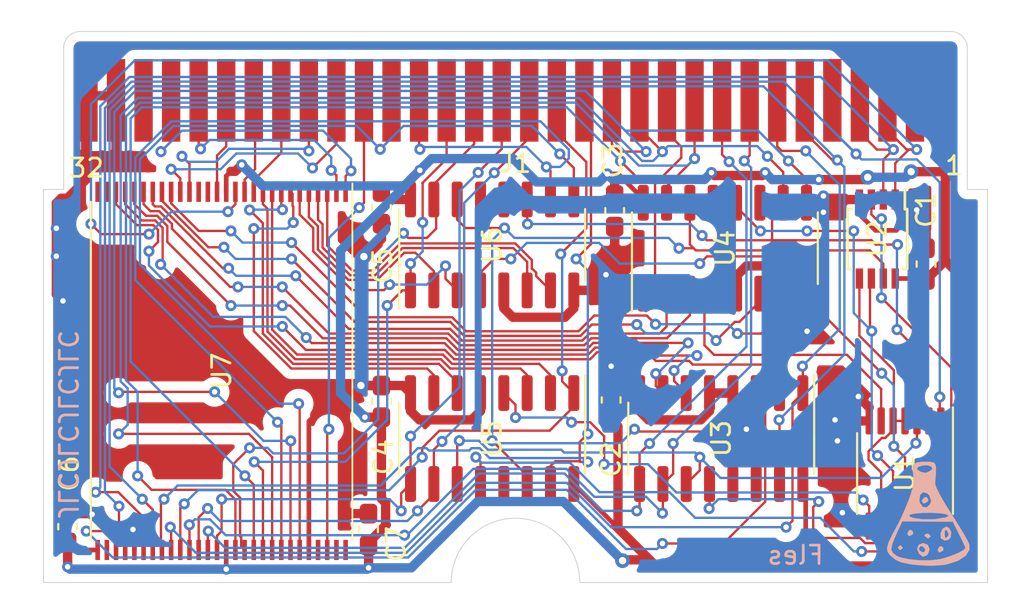
<source format=kicad_pcb>
(kicad_pcb (version 20171130) (host pcbnew 5.1.10)

  (general
    (thickness 1)
    (drawings 18)
    (tracks 1081)
    (zones 0)
    (modules 16)
    (nets 64)
  )

  (page User 135.458 101.6)
  (layers
    (0 F.Cu signal)
    (31 B.Cu signal)
    (32 B.Adhes user)
    (33 F.Adhes user)
    (34 B.Paste user)
    (35 F.Paste user)
    (36 B.SilkS user hide)
    (37 F.SilkS user)
    (38 B.Mask user)
    (39 F.Mask user)
    (40 Dwgs.User user)
    (41 Cmts.User user)
    (42 Eco1.User user)
    (43 Eco2.User user)
    (44 Edge.Cuts user)
    (45 Margin user)
    (46 B.CrtYd user)
    (47 F.CrtYd user)
    (48 B.Fab user)
    (49 F.Fab user hide)
  )

  (setup
    (last_trace_width 0.127)
    (user_trace_width 0.127)
    (user_trace_width 0.254)
    (user_trace_width 0.508)
    (trace_clearance 0.127)
    (zone_clearance 0.508)
    (zone_45_only no)
    (trace_min 0.127)
    (via_size 0.8)
    (via_drill 0.4)
    (via_min_size 0.4)
    (via_min_drill 0.3)
    (user_via 0.6 0.3)
    (uvia_size 0.3)
    (uvia_drill 0.1)
    (uvias_allowed no)
    (uvia_min_size 0.2)
    (uvia_min_drill 0.1)
    (edge_width 0.05)
    (segment_width 0.2)
    (pcb_text_width 0.3)
    (pcb_text_size 1.5 1.5)
    (mod_edge_width 0.12)
    (mod_text_size 1 1)
    (mod_text_width 0.15)
    (pad_size 1.524 1.524)
    (pad_drill 0.762)
    (pad_to_mask_clearance 0)
    (aux_axis_origin 0 0)
    (grid_origin 67.818 24.384)
    (visible_elements FFFFFF7F)
    (pcbplotparams
      (layerselection 0x010fc_ffffffff)
      (usegerberextensions false)
      (usegerberattributes true)
      (usegerberadvancedattributes true)
      (creategerberjobfile true)
      (excludeedgelayer true)
      (linewidth 0.100000)
      (plotframeref false)
      (viasonmask false)
      (mode 1)
      (useauxorigin false)
      (hpglpennumber 1)
      (hpglpenspeed 20)
      (hpglpendiameter 15.000000)
      (psnegative false)
      (psa4output false)
      (plotreference true)
      (plotvalue true)
      (plotinvisibletext false)
      (padsonsilk false)
      (subtractmaskfromsilk false)
      (outputformat 1)
      (mirror false)
      (drillshape 1)
      (scaleselection 1)
      (outputdirectory ""))
  )

  (net 0 "")
  (net 1 GND)
  (net 2 VCC)
  (net 3 "Net-(J1-Pad2)")
  (net 4 /~WR)
  (net 5 /~RD)
  (net 6 /~CS_ROM)
  (net 7 /AD0)
  (net 8 /AD1)
  (net 9 /AD2)
  (net 10 /AD3)
  (net 11 /AD4)
  (net 12 /AD5)
  (net 13 /AD6)
  (net 14 /AD7)
  (net 15 /AD8)
  (net 16 /AD9)
  (net 17 /AD10)
  (net 18 /AD11)
  (net 19 /AD12)
  (net 20 /AD13)
  (net 21 /AD14)
  (net 22 /AD15)
  (net 23 /A16)
  (net 24 /A17)
  (net 25 /A18)
  (net 26 /A19)
  (net 27 /A20)
  (net 28 /A21)
  (net 29 /A22)
  (net 30 /A23)
  (net 31 "Net-(J1-Pad30)")
  (net 32 "Net-(U1-Pad12)")
  (net 33 "Net-(U3-Pad13)")
  (net 34 /A3)
  (net 35 /A2)
  (net 36 /A0)
  (net 37 /A1)
  (net 38 "Net-(U4-Pad13)")
  (net 39 /A7)
  (net 40 /A6)
  (net 41 /A4)
  (net 42 /A5)
  (net 43 "Net-(U5-Pad13)")
  (net 44 /A11)
  (net 45 /A10)
  (net 46 /A8)
  (net 47 /A9)
  (net 48 "Net-(U6-Pad13)")
  (net 49 "Net-(U6-Pad12)")
  (net 50 /A15)
  (net 51 /A14)
  (net 52 /A12)
  (net 53 /A13)
  (net 54 "Net-(U7-Pad17)")
  (net 55 "Net-(U7-Pad16)")
  (net 56 /~LD)
  (net 57 /CLK)
  (net 58 /U6-~EN)
  (net 59 /U5-~EN)
  (net 60 /U4-~EN)
  (net 61 /U5-MAX)
  (net 62 /U4-MAX)
  (net 63 /U3-MAX)

  (net_class Default "This is the default net class."
    (clearance 0.127)
    (trace_width 0.127)
    (via_dia 0.8)
    (via_drill 0.4)
    (uvia_dia 0.3)
    (uvia_drill 0.1)
    (add_net /A0)
    (add_net /A1)
    (add_net /A10)
    (add_net /A11)
    (add_net /A12)
    (add_net /A13)
    (add_net /A14)
    (add_net /A15)
    (add_net /A16)
    (add_net /A17)
    (add_net /A18)
    (add_net /A19)
    (add_net /A2)
    (add_net /A20)
    (add_net /A21)
    (add_net /A22)
    (add_net /A23)
    (add_net /A3)
    (add_net /A4)
    (add_net /A5)
    (add_net /A6)
    (add_net /A7)
    (add_net /A8)
    (add_net /A9)
    (add_net /AD0)
    (add_net /AD1)
    (add_net /AD10)
    (add_net /AD11)
    (add_net /AD12)
    (add_net /AD13)
    (add_net /AD14)
    (add_net /AD15)
    (add_net /AD2)
    (add_net /AD3)
    (add_net /AD4)
    (add_net /AD5)
    (add_net /AD6)
    (add_net /AD7)
    (add_net /AD8)
    (add_net /AD9)
    (add_net /CLK)
    (add_net /U3-MAX)
    (add_net /U4-MAX)
    (add_net /U4-~EN)
    (add_net /U5-MAX)
    (add_net /U5-~EN)
    (add_net /U6-~EN)
    (add_net /~CS_ROM)
    (add_net /~LD)
    (add_net /~RD)
    (add_net /~WR)
    (add_net "Net-(J1-Pad2)")
    (add_net "Net-(J1-Pad30)")
    (add_net "Net-(U1-Pad12)")
    (add_net "Net-(U3-Pad13)")
    (add_net "Net-(U4-Pad13)")
    (add_net "Net-(U5-Pad13)")
    (add_net "Net-(U6-Pad12)")
    (add_net "Net-(U6-Pad13)")
    (add_net "Net-(U7-Pad16)")
    (add_net "Net-(U7-Pad17)")
  )

  (net_class PWR ""
    (clearance 0.2)
    (trace_width 0.254)
    (via_dia 0.8)
    (via_drill 0.4)
    (uvia_dia 0.3)
    (uvia_drill 0.1)
    (add_net GND)
    (add_net VCC)
  )

  (module fles:fles (layer B.Cu) (tedit 0) (tstamp 6113601C)
    (at 90.418 46.584 180)
    (fp_text reference G*** (at 0 0) (layer B.SilkS) hide
      (effects (font (size 1.524 1.524) (thickness 0.3)) (justify mirror))
    )
    (fp_text value LOGO (at 0.75 0) (layer B.SilkS) hide
      (effects (font (size 1.524 1.524) (thickness 0.3)) (justify mirror))
    )
    (fp_poly (pts (xy 0.720995 2.736203) (xy 0.909172 2.666016) (xy 0.982556 2.531503) (xy 0.968545 2.254952)
      (xy 0.946164 2.097521) (xy 0.921546 1.710851) (xy 0.982747 1.313238) (xy 1.146622 0.809739)
      (xy 1.199043 0.672985) (xy 1.400676 0.179098) (xy 1.601186 -0.275153) (xy 1.752278 -0.582013)
      (xy 2.078913 -1.182326) (xy 2.284239 -1.608616) (xy 2.371348 -1.908312) (xy 2.343333 -2.128842)
      (xy 2.203284 -2.317632) (xy 1.954296 -2.522113) (xy 1.882288 -2.576093) (xy 1.572519 -2.708543)
      (xy 1.086699 -2.808595) (xy 0.50145 -2.869754) (xy -0.106604 -2.885528) (xy -0.660839 -2.849423)
      (xy -0.889 -2.810945) (xy -1.502295 -2.613948) (xy -1.918812 -2.342162) (xy -2.118086 -2.013338)
      (xy -2.116932 -1.922279) (xy -1.896951 -1.922279) (xy -1.794454 -2.03488) (xy -1.516508 -2.185288)
      (xy -1.132452 -2.343527) (xy -0.711626 -2.479621) (xy -0.474065 -2.537412) (xy 0.035554 -2.594983)
      (xy 0.61988 -2.590927) (xy 1.190275 -2.532902) (xy 1.658102 -2.428569) (xy 1.87325 -2.334548)
      (xy 2.066632 -2.177548) (xy 2.139398 -1.989376) (xy 2.090472 -1.711803) (xy 1.918777 -1.286602)
      (xy 1.851137 -1.138732) (xy 1.543275 -0.474244) (xy 0.168387 -0.480785) (xy -1.2065 -0.487327)
      (xy -1.547701 -1.164413) (xy -1.731109 -1.538447) (xy -1.858147 -1.816671) (xy -1.896951 -1.922279)
      (xy -2.116932 -1.922279) (xy -2.114722 -1.747899) (xy -2.019854 -1.535971) (xy -1.812813 -1.163275)
      (xy -1.522882 -0.680006) (xy -1.195819 -0.162429) (xy -0.985141 -0.162429) (xy -0.905169 -0.223809)
      (xy -0.762 -0.267243) (xy -0.201231 -0.35475) (xy 0.445899 -0.355407) (xy 0.883368 -0.299576)
      (xy 1.139213 -0.222488) (xy 1.154841 -0.136171) (xy 1.121493 -0.11102) (xy 0.896031 -0.050734)
      (xy 0.506657 -0.01486) (xy 0.042377 -0.004376) (xy -0.407802 -0.020259) (xy -0.754876 -0.063487)
      (xy -0.846863 -0.089402) (xy -0.985141 -0.162429) (xy -1.195819 -0.162429) (xy -1.179346 -0.136361)
      (xy -1.132165 -0.063701) (xy -0.792579 0.478748) (xy -0.695144 0.648557) (xy -0.034856 0.648557)
      (xy 0.020126 0.470394) (xy 0.213082 0.288256) (xy 0.425153 0.316801) (xy 0.581181 0.530855)
      (xy 0.611755 0.668559) (xy 0.570245 0.973639) (xy 0.404245 1.113798) (xy 0.181792 1.055204)
      (xy 0.068956 0.938485) (xy -0.034856 0.648557) (xy -0.695144 0.648557) (xy -0.514139 0.964007)
      (xy -0.322864 1.343683) (xy -0.244775 1.569382) (xy -0.24446 1.587299) (xy -0.287786 2.127383)
      (xy -0.292819 2.381469) (xy -0.090741 2.381469) (xy 0 2.287945) (xy 0.233715 2.172807)
      (xy 0.464396 2.201121) (xy 0.561112 2.236088) (xy 0.745646 2.363856) (xy 0.688244 2.48872)
      (xy 0.45271 2.569514) (xy 0.145937 2.580757) (xy -0.053616 2.50663) (xy -0.090741 2.381469)
      (xy -0.292819 2.381469) (xy -0.294478 2.465166) (xy -0.252099 2.651192) (xy -0.14821 2.736004)
      (xy 0.029624 2.770147) (xy 0.047095 2.772167) (xy 0.438067 2.776171) (xy 0.720995 2.736203)) (layer B.SilkS) (width 0.01))
    (fp_poly (pts (xy 0.645126 -1.747206) (xy 0.732797 -1.973477) (xy 0.633657 -2.224117) (xy 0.422106 -2.397027)
      (xy 0.228755 -2.332255) (xy 0.140359 -2.238597) (xy 0.062533 -2.008187) (xy 0.283104 -2.008187)
      (xy 0.338377 -2.137737) (xy 0.433916 -2.159) (xy 0.608864 -2.056745) (xy 0.635 -1.957916)
      (xy 0.560969 -1.818839) (xy 0.408644 -1.841016) (xy 0.283104 -2.008187) (xy 0.062533 -2.008187)
      (xy 0.053281 -1.980799) (xy 0.154872 -1.750357) (xy 0.398573 -1.651) (xy 0.645126 -1.747206)) (layer B.SilkS) (width 0.01))
    (fp_poly (pts (xy -0.462214 -1.866119) (xy -0.383588 -2.040999) (xy -0.464911 -2.154586) (xy -0.500505 -2.159)
      (xy -0.673731 -2.067182) (xy -0.693077 -2.040775) (xy -0.687007 -1.890024) (xy -0.552745 -1.824403)
      (xy -0.462214 -1.866119)) (layer B.SilkS) (width 0.01))
    (fp_poly (pts (xy 1.774309 -1.874643) (xy 1.778 -1.905) (xy 1.681356 -2.028309) (xy 1.651 -2.032)
      (xy 1.52769 -1.935356) (xy 1.524 -1.905) (xy 1.620643 -1.78169) (xy 1.651 -1.778)
      (xy 1.774309 -1.874643)) (layer B.SilkS) (width 0.01))
    (fp_poly (pts (xy -0.659805 -0.868487) (xy -0.546899 -1.106661) (xy -0.550735 -1.354592) (xy -0.570798 -1.395863)
      (xy -0.764645 -1.517392) (xy -0.991387 -1.465181) (xy -1.097074 -1.3335) (xy -1.109368 -1.178321)
      (xy -0.982708 -1.178321) (xy -0.95934 -1.258934) (xy -0.833717 -1.389281) (xy -0.770311 -1.273468)
      (xy -0.762 -1.1176) (xy -0.793115 -0.93335) (xy -0.900387 -0.976606) (xy -0.903335 -0.979534)
      (xy -0.982708 -1.178321) (xy -1.109368 -1.178321) (xy -1.120075 -1.043182) (xy -0.996362 -0.82182)
      (xy -0.838045 -0.762) (xy -0.659805 -0.868487)) (layer B.SilkS) (width 0.01))
    (fp_poly (pts (xy 0.329447 -1.204568) (xy 0.3175 -1.27) (xy 0.155135 -1.392155) (xy 0.119504 -1.397)
      (xy 0.00342 -1.300131) (xy 0 -1.27) (xy 0.103373 -1.158543) (xy 0.197995 -1.143)
      (xy 0.329447 -1.204568)) (layer B.SilkS) (width 0.01))
    (fp_poly (pts (xy 1.188786 -0.977119) (xy 1.267412 -1.151999) (xy 1.186089 -1.265586) (xy 1.150495 -1.27)
      (xy 0.977269 -1.178182) (xy 0.957923 -1.151775) (xy 0.963993 -1.001024) (xy 1.098255 -0.935403)
      (xy 1.188786 -0.977119)) (layer B.SilkS) (width 0.01))
    (fp_poly (pts (xy 0.353355 0.825984) (xy 0.478895 0.658813) (xy 0.423622 0.529263) (xy 0.328083 0.508)
      (xy 0.153135 0.610255) (xy 0.127 0.709084) (xy 0.20103 0.848161) (xy 0.353355 0.825984)) (layer B.SilkS) (width 0.01))
  )

  (module Package_SO:SOIC-16_3.9x9.9mm_P1.27mm (layer F.Cu) (tedit 5D9F72B1) (tstamp 6107D4FE)
    (at 66.548 32.004 90)
    (descr "SOIC, 16 Pin (JEDEC MS-012AC, https://www.analog.com/media/en/package-pcb-resources/package/pkg_pdf/soic_narrow-r/r_16.pdf), generated with kicad-footprint-generator ipc_gullwing_generator.py")
    (tags "SOIC SO")
    (path /61079EC9)
    (attr smd)
    (fp_text reference U6 (at 0 -0.005 90) (layer F.SilkS)
      (effects (font (size 1 1) (thickness 0.15)))
    )
    (fp_text value 74AC191 (at 0 5.9 90) (layer F.Fab)
      (effects (font (size 1 1) (thickness 0.15)))
    )
    (fp_line (start 3.7 -5.2) (end -3.7 -5.2) (layer F.CrtYd) (width 0.05))
    (fp_line (start 3.7 5.2) (end 3.7 -5.2) (layer F.CrtYd) (width 0.05))
    (fp_line (start -3.7 5.2) (end 3.7 5.2) (layer F.CrtYd) (width 0.05))
    (fp_line (start -3.7 -5.2) (end -3.7 5.2) (layer F.CrtYd) (width 0.05))
    (fp_line (start -1.95 -3.975) (end -0.975 -4.95) (layer F.Fab) (width 0.1))
    (fp_line (start -1.95 4.95) (end -1.95 -3.975) (layer F.Fab) (width 0.1))
    (fp_line (start 1.95 4.95) (end -1.95 4.95) (layer F.Fab) (width 0.1))
    (fp_line (start 1.95 -4.95) (end 1.95 4.95) (layer F.Fab) (width 0.1))
    (fp_line (start -0.975 -4.95) (end 1.95 -4.95) (layer F.Fab) (width 0.1))
    (fp_line (start 0 -5.06) (end -3.45 -5.06) (layer F.SilkS) (width 0.12))
    (fp_line (start 0 -5.06) (end 1.95 -5.06) (layer F.SilkS) (width 0.12))
    (fp_line (start 0 5.06) (end -1.95 5.06) (layer F.SilkS) (width 0.12))
    (fp_line (start 0 5.06) (end 1.95 5.06) (layer F.SilkS) (width 0.12))
    (fp_text user %R (at 0 0 90) (layer F.Fab)
      (effects (font (size 0.98 0.98) (thickness 0.15)))
    )
    (pad 16 smd roundrect (at 2.475 -4.445 90) (size 1.95 0.6) (layers F.Cu F.Paste F.Mask) (roundrect_rratio 0.25)
      (net 2 VCC))
    (pad 15 smd roundrect (at 2.475 -3.175 90) (size 1.95 0.6) (layers F.Cu F.Paste F.Mask) (roundrect_rratio 0.25)
      (net 19 /AD12))
    (pad 14 smd roundrect (at 2.475 -1.905 90) (size 1.95 0.6) (layers F.Cu F.Paste F.Mask) (roundrect_rratio 0.25)
      (net 57 /CLK))
    (pad 13 smd roundrect (at 2.475 -0.635 90) (size 1.95 0.6) (layers F.Cu F.Paste F.Mask) (roundrect_rratio 0.25)
      (net 48 "Net-(U6-Pad13)"))
    (pad 12 smd roundrect (at 2.475 0.635 90) (size 1.95 0.6) (layers F.Cu F.Paste F.Mask) (roundrect_rratio 0.25)
      (net 49 "Net-(U6-Pad12)"))
    (pad 11 smd roundrect (at 2.475 1.905 90) (size 1.95 0.6) (layers F.Cu F.Paste F.Mask) (roundrect_rratio 0.25)
      (net 56 /~LD))
    (pad 10 smd roundrect (at 2.475 3.175 90) (size 1.95 0.6) (layers F.Cu F.Paste F.Mask) (roundrect_rratio 0.25)
      (net 21 /AD14))
    (pad 9 smd roundrect (at 2.475 4.445 90) (size 1.95 0.6) (layers F.Cu F.Paste F.Mask) (roundrect_rratio 0.25)
      (net 22 /AD15))
    (pad 8 smd roundrect (at -2.475 4.445 90) (size 1.95 0.6) (layers F.Cu F.Paste F.Mask) (roundrect_rratio 0.25)
      (net 1 GND))
    (pad 7 smd roundrect (at -2.475 3.175 90) (size 1.95 0.6) (layers F.Cu F.Paste F.Mask) (roundrect_rratio 0.25)
      (net 50 /A15))
    (pad 6 smd roundrect (at -2.475 1.905 90) (size 1.95 0.6) (layers F.Cu F.Paste F.Mask) (roundrect_rratio 0.25)
      (net 51 /A14))
    (pad 5 smd roundrect (at -2.475 0.635 90) (size 1.95 0.6) (layers F.Cu F.Paste F.Mask) (roundrect_rratio 0.25)
      (net 1 GND))
    (pad 4 smd roundrect (at -2.475 -0.635 90) (size 1.95 0.6) (layers F.Cu F.Paste F.Mask) (roundrect_rratio 0.25)
      (net 58 /U6-~EN))
    (pad 3 smd roundrect (at -2.475 -1.905 90) (size 1.95 0.6) (layers F.Cu F.Paste F.Mask) (roundrect_rratio 0.25)
      (net 52 /A12))
    (pad 2 smd roundrect (at -2.475 -3.175 90) (size 1.95 0.6) (layers F.Cu F.Paste F.Mask) (roundrect_rratio 0.25)
      (net 53 /A13))
    (pad 1 smd roundrect (at -2.475 -4.445 90) (size 1.95 0.6) (layers F.Cu F.Paste F.Mask) (roundrect_rratio 0.25)
      (net 20 /AD13))
    (model ${KISYS3DMOD}/Package_SO.3dshapes/SOIC-16_3.9x9.9mm_P1.27mm.wrl
      (at (xyz 0 0 0))
      (scale (xyz 1 1 1))
      (rotate (xyz 0 0 0))
    )
  )

  (module fles:GameBoy_Cartridge_1x32_P1.50mm_Edge (layer F.Cu) (tedit 610CB1B6) (tstamp 6107D439)
    (at 67.818 24.384 180)
    (descr "Game Boy cartridge edge connector")
    (tags "gameboy cartridge")
    (path /610C404F)
    (attr virtual)
    (fp_text reference J1 (at 0 -3.175) (layer F.SilkS)
      (effects (font (size 1 1) (thickness 0.15)))
    )
    (fp_text value GameBoyAdvance_Cartedge (at 0 -8) (layer F.Fab)
      (effects (font (size 1 1) (thickness 0.15)))
    )
    (fp_line (start 24.6 -2.5) (end 24.6 3.5) (layer F.CrtYd) (width 0.05))
    (fp_line (start 24.6 3.5) (end -24.6 3.5) (layer F.CrtYd) (width 0.05))
    (fp_line (start -24.6 3.5) (end -24.6 -2.5) (layer F.CrtYd) (width 0.05))
    (fp_line (start -24.6 -2.5) (end 24.6 -2.5) (layer F.CrtYd) (width 0.05))
    (fp_line (start -24.6 -4.6) (end -25.7 -4.6) (layer F.Fab) (width 0.1))
    (fp_line (start -25.7 -4.6) (end -25.7 -7) (layer F.Fab) (width 0.1))
    (fp_line (start 24.6 -4.6) (end 25.7 -4.6) (layer F.Fab) (width 0.1))
    (fp_line (start 25.7 -4.6) (end 25.7 -7) (layer F.Fab) (width 0.1))
    (fp_line (start 24.6 3.1) (end 24.6 -4.6) (layer F.Fab) (width 0.1))
    (fp_line (start -24.6 3.1) (end -24.6 -4.6) (layer F.Fab) (width 0.1))
    (fp_line (start -23.7 4) (end 23.7 4) (layer F.Fab) (width 0.1))
    (fp_arc (start -23.7 3.1) (end -24.6 3.1) (angle -90) (layer F.Fab) (width 0.1))
    (fp_arc (start 23.7 3.1) (end 23.7 4) (angle -90) (layer F.Fab) (width 0.1))
    (fp_text user 1 (at -23.876 -3.302) (layer F.SilkS)
      (effects (font (size 1 1) (thickness 0.15)))
    )
    (fp_text user 32 (at 23.368 -3.429) (layer F.SilkS)
      (effects (font (size 1 1) (thickness 0.15)))
    )
    (fp_text user %R (at 0 3) (layer F.Fab)
      (effects (font (size 0.6 0.6) (thickness 0.08)))
    )
    (pad 31 connect rect (at 21.75 0.25 270) (size 4.5 1) (layers F.Cu F.Mask)
      (net 1 GND))
    (pad 30 connect rect (at 20.25 0.25 270) (size 4.5 1) (layers F.Cu F.Mask)
      (net 31 "Net-(J1-Pad30)"))
    (pad 29 connect rect (at 18.75 0.25 270) (size 4.5 1) (layers F.Cu F.Mask)
      (net 30 /A23))
    (pad 28 connect rect (at 17.25 0.25 270) (size 4.5 1) (layers F.Cu F.Mask)
      (net 29 /A22))
    (pad 27 connect rect (at 15.75 0.25 270) (size 4.5 1) (layers F.Cu F.Mask)
      (net 28 /A21))
    (pad 26 connect rect (at 14.25 0.25 270) (size 4.5 1) (layers F.Cu F.Mask)
      (net 27 /A20))
    (pad 25 connect rect (at 12.75 0.25 270) (size 4.5 1) (layers F.Cu F.Mask)
      (net 26 /A19))
    (pad 24 connect rect (at 11.25 0.25 270) (size 4.5 1) (layers F.Cu F.Mask)
      (net 25 /A18))
    (pad 23 connect rect (at 9.75 0.25 270) (size 4.5 1) (layers F.Cu F.Mask)
      (net 24 /A17))
    (pad 22 connect rect (at 8.25 0.25 270) (size 4.5 1) (layers F.Cu F.Mask)
      (net 23 /A16))
    (pad 21 connect rect (at 6.75 0.25 270) (size 4.5 1) (layers F.Cu F.Mask)
      (net 22 /AD15))
    (pad 20 connect rect (at 5.25 0.25 270) (size 4.5 1) (layers F.Cu F.Mask)
      (net 21 /AD14))
    (pad 19 connect rect (at 3.75 0.25 270) (size 4.5 1) (layers F.Cu F.Mask)
      (net 20 /AD13))
    (pad 18 connect rect (at 2.25 0.25 270) (size 4.5 1) (layers F.Cu F.Mask)
      (net 19 /AD12))
    (pad 17 connect rect (at 0.75 0.25 270) (size 4.5 1) (layers F.Cu F.Mask)
      (net 18 /AD11))
    (pad 16 connect rect (at -0.75 0.25 270) (size 4.5 1) (layers F.Cu F.Mask)
      (net 17 /AD10))
    (pad 15 connect rect (at -2.25 0.25 270) (size 4.5 1) (layers F.Cu F.Mask)
      (net 16 /AD9))
    (pad 14 connect rect (at -3.75 0.25 270) (size 4.5 1) (layers F.Cu F.Mask)
      (net 15 /AD8))
    (pad 13 connect rect (at -5.25 0.25 270) (size 4.5 1) (layers F.Cu F.Mask)
      (net 14 /AD7))
    (pad 12 connect rect (at -6.75 0.25 270) (size 4.5 1) (layers F.Cu F.Mask)
      (net 13 /AD6))
    (pad 11 connect rect (at -8.25 0.25 270) (size 4.5 1) (layers F.Cu F.Mask)
      (net 12 /AD5))
    (pad 10 connect rect (at -9.75 0.25 270) (size 4.5 1) (layers F.Cu F.Mask)
      (net 11 /AD4))
    (pad 9 connect rect (at -11.25 0.25 270) (size 4.5 1) (layers F.Cu F.Mask)
      (net 10 /AD3))
    (pad 8 connect rect (at -12.75 0.25 270) (size 4.5 1) (layers F.Cu F.Mask)
      (net 9 /AD2))
    (pad 7 connect rect (at -14.25 0.25 270) (size 4.5 1) (layers F.Cu F.Mask)
      (net 8 /AD1))
    (pad 6 connect rect (at -15.75 0.25 270) (size 4.5 1) (layers F.Cu F.Mask)
      (net 7 /AD0))
    (pad 5 connect rect (at -17.25 0.25 270) (size 4.5 1) (layers F.Cu F.Mask)
      (net 6 /~CS_ROM))
    (pad 4 connect rect (at -18.75 0.25 270) (size 4.5 1) (layers F.Cu F.Mask)
      (net 5 /~RD))
    (pad 3 connect rect (at -20.25 0.25 270) (size 4.5 1) (layers F.Cu F.Mask)
      (net 4 /~WR))
    (pad 2 connect rect (at -21.75 0.25 270) (size 4.5 1) (layers F.Cu F.Mask)
      (net 3 "Net-(J1-Pad2)"))
    (pad 1 connect rect (at -23.4 0.5 270) (size 5 1.3) (layers F.Cu F.Mask)
      (net 2 VCC))
    (pad 32 connect rect (at 23.4 0.5 270) (size 5 1.3) (layers F.Cu F.Mask)
      (net 1 GND))
  )

  (module Package_SO:TSSOP-14_4.4x5mm_P0.65mm (layer F.Cu) (tedit 5E476F32) (tstamp 6107D8F8)
    (at 89.027 44.45 270)
    (descr "TSSOP, 14 Pin (JEDEC MO-153 Var AB-1 https://www.jedec.org/document_search?search_api_views_fulltext=MO-153), generated with kicad-footprint-generator ipc_gullwing_generator.py")
    (tags "TSSOP SO")
    (path /61074083)
    (attr smd)
    (fp_text reference U1 (at 0 0.009 90) (layer F.SilkS)
      (effects (font (size 1 1) (thickness 0.15)))
    )
    (fp_text value 74ALVC00 (at 0 3.45 90) (layer F.Fab)
      (effects (font (size 1 1) (thickness 0.15)))
    )
    (fp_line (start 3.85 -2.75) (end -3.85 -2.75) (layer F.CrtYd) (width 0.05))
    (fp_line (start 3.85 2.75) (end 3.85 -2.75) (layer F.CrtYd) (width 0.05))
    (fp_line (start -3.85 2.75) (end 3.85 2.75) (layer F.CrtYd) (width 0.05))
    (fp_line (start -3.85 -2.75) (end -3.85 2.75) (layer F.CrtYd) (width 0.05))
    (fp_line (start -2.2 -1.5) (end -1.2 -2.5) (layer F.Fab) (width 0.1))
    (fp_line (start -2.2 2.5) (end -2.2 -1.5) (layer F.Fab) (width 0.1))
    (fp_line (start 2.2 2.5) (end -2.2 2.5) (layer F.Fab) (width 0.1))
    (fp_line (start 2.2 -2.5) (end 2.2 2.5) (layer F.Fab) (width 0.1))
    (fp_line (start -1.2 -2.5) (end 2.2 -2.5) (layer F.Fab) (width 0.1))
    (fp_line (start 0 -2.61) (end -3.6 -2.61) (layer F.SilkS) (width 0.12))
    (fp_line (start 0 -2.61) (end 2.2 -2.61) (layer F.SilkS) (width 0.12))
    (fp_line (start 0 2.61) (end -2.2 2.61) (layer F.SilkS) (width 0.12))
    (fp_line (start 0 2.61) (end 2.2 2.61) (layer F.SilkS) (width 0.12))
    (fp_text user %R (at 0 0 90) (layer F.Fab)
      (effects (font (size 1 1) (thickness 0.15)))
    )
    (pad 14 smd roundrect (at 2.8625 -1.95 270) (size 1.475 0.4) (layers F.Cu F.Paste F.Mask) (roundrect_rratio 0.25)
      (net 2 VCC))
    (pad 13 smd roundrect (at 2.8625 -1.3 270) (size 1.475 0.4) (layers F.Cu F.Paste F.Mask) (roundrect_rratio 0.25)
      (net 61 /U5-MAX))
    (pad 12 smd roundrect (at 2.8625 -0.65 270) (size 1.475 0.4) (layers F.Cu F.Paste F.Mask) (roundrect_rratio 0.25)
      (net 32 "Net-(U1-Pad12)"))
    (pad 11 smd roundrect (at 2.8625 0 270) (size 1.475 0.4) (layers F.Cu F.Paste F.Mask) (roundrect_rratio 0.25)
      (net 58 /U6-~EN))
    (pad 10 smd roundrect (at 2.8625 0.65 270) (size 1.475 0.4) (layers F.Cu F.Paste F.Mask) (roundrect_rratio 0.25)
      (net 62 /U4-MAX))
    (pad 9 smd roundrect (at 2.8625 1.3 270) (size 1.475 0.4) (layers F.Cu F.Paste F.Mask) (roundrect_rratio 0.25)
      (net 63 /U3-MAX))
    (pad 8 smd roundrect (at 2.8625 1.95 270) (size 1.475 0.4) (layers F.Cu F.Paste F.Mask) (roundrect_rratio 0.25)
      (net 59 /U5-~EN))
    (pad 7 smd roundrect (at -2.8625 1.95 270) (size 1.475 0.4) (layers F.Cu F.Paste F.Mask) (roundrect_rratio 0.25)
      (net 1 GND))
    (pad 6 smd roundrect (at -2.8625 1.3 270) (size 1.475 0.4) (layers F.Cu F.Paste F.Mask) (roundrect_rratio 0.25)
      (net 60 /U4-~EN))
    (pad 5 smd roundrect (at -2.8625 0.65 270) (size 1.475 0.4) (layers F.Cu F.Paste F.Mask) (roundrect_rratio 0.25)
      (net 63 /U3-MAX))
    (pad 4 smd roundrect (at -2.8625 0 270) (size 1.475 0.4) (layers F.Cu F.Paste F.Mask) (roundrect_rratio 0.25)
      (net 63 /U3-MAX))
    (pad 3 smd roundrect (at -2.8625 -0.65 270) (size 1.475 0.4) (layers F.Cu F.Paste F.Mask) (roundrect_rratio 0.25)
      (net 56 /~LD))
    (pad 2 smd roundrect (at -2.8625 -1.3 270) (size 1.475 0.4) (layers F.Cu F.Paste F.Mask) (roundrect_rratio 0.25)
      (net 6 /~CS_ROM))
    (pad 1 smd roundrect (at -2.8625 -1.95 270) (size 1.475 0.4) (layers F.Cu F.Paste F.Mask) (roundrect_rratio 0.25)
      (net 6 /~CS_ROM))
    (model ${KISYS3DMOD}/Package_SO.3dshapes/TSSOP-14_4.4x5mm_P0.65mm.wrl
      (at (xyz 0 0 0))
      (scale (xyz 1 1 1))
      (rotate (xyz 0 0 0))
    )
  )

  (module Capacitor_SMD:C_0603_1608Metric_Pad1.08x0.95mm_HandSolder (layer F.Cu) (tedit 5F68FEEF) (tstamp 6107D405)
    (at 59.818 47.4965 270)
    (descr "Capacitor SMD 0603 (1608 Metric), square (rectangular) end terminal, IPC_7351 nominal with elongated pad for handsoldering. (Body size source: IPC-SM-782 page 76, https://www.pcb-3d.com/wordpress/wp-content/uploads/ipc-sm-782a_amendment_1_and_2.pdf), generated with kicad-footprint-generator")
    (tags "capacitor handsolder")
    (path /6158A07B)
    (attr smd)
    (fp_text reference C7 (at 0.7875 -1.5 90) (layer F.SilkS)
      (effects (font (size 1 1) (thickness 0.15)))
    )
    (fp_text value "100 nF" (at 0 1.43 90) (layer F.Fab)
      (effects (font (size 1 1) (thickness 0.15)))
    )
    (fp_line (start 1.65 0.73) (end -1.65 0.73) (layer F.CrtYd) (width 0.05))
    (fp_line (start 1.65 -0.73) (end 1.65 0.73) (layer F.CrtYd) (width 0.05))
    (fp_line (start -1.65 -0.73) (end 1.65 -0.73) (layer F.CrtYd) (width 0.05))
    (fp_line (start -1.65 0.73) (end -1.65 -0.73) (layer F.CrtYd) (width 0.05))
    (fp_line (start -0.146267 0.51) (end 0.146267 0.51) (layer F.SilkS) (width 0.12))
    (fp_line (start -0.146267 -0.51) (end 0.146267 -0.51) (layer F.SilkS) (width 0.12))
    (fp_line (start 0.8 0.4) (end -0.8 0.4) (layer F.Fab) (width 0.1))
    (fp_line (start 0.8 -0.4) (end 0.8 0.4) (layer F.Fab) (width 0.1))
    (fp_line (start -0.8 -0.4) (end 0.8 -0.4) (layer F.Fab) (width 0.1))
    (fp_line (start -0.8 0.4) (end -0.8 -0.4) (layer F.Fab) (width 0.1))
    (fp_text user %R (at 0 0 90) (layer F.Fab)
      (effects (font (size 0.4 0.4) (thickness 0.06)))
    )
    (pad 2 smd roundrect (at 0.8625 0 270) (size 1.075 0.95) (layers F.Cu F.Paste F.Mask) (roundrect_rratio 0.25)
      (net 2 VCC))
    (pad 1 smd roundrect (at -0.8625 0 270) (size 1.075 0.95) (layers F.Cu F.Paste F.Mask) (roundrect_rratio 0.25)
      (net 1 GND))
    (model ${KISYS3DMOD}/Capacitor_SMD.3dshapes/C_0603_1608Metric.wrl
      (at (xyz 0 0 0))
      (scale (xyz 1 1 1))
      (rotate (xyz 0 0 0))
    )
  )

  (module Capacitor_SMD:C_0603_1608Metric_Pad1.08x0.95mm_HandSolder (layer F.Cu) (tedit 5F68FEEF) (tstamp 6107D9E7)
    (at 43.434 47.3445 270)
    (descr "Capacitor SMD 0603 (1608 Metric), square (rectangular) end terminal, IPC_7351 nominal with elongated pad for handsoldering. (Body size source: IPC-SM-782 page 76, https://www.pcb-3d.com/wordpress/wp-content/uploads/ipc-sm-782a_amendment_1_and_2.pdf), generated with kicad-footprint-generator")
    (tags "capacitor handsolder")
    (path /61A3B260)
    (attr smd)
    (fp_text reference C6 (at -2.8945 -0.084 90) (layer F.SilkS)
      (effects (font (size 1 1) (thickness 0.15)))
    )
    (fp_text value "100 nF" (at -0.8605 -1.884 90) (layer F.Fab)
      (effects (font (size 0.5 0.5) (thickness 0.075)))
    )
    (fp_line (start 1.65 0.73) (end -1.65 0.73) (layer F.CrtYd) (width 0.05))
    (fp_line (start 1.65 -0.73) (end 1.65 0.73) (layer F.CrtYd) (width 0.05))
    (fp_line (start -1.65 -0.73) (end 1.65 -0.73) (layer F.CrtYd) (width 0.05))
    (fp_line (start -1.65 0.73) (end -1.65 -0.73) (layer F.CrtYd) (width 0.05))
    (fp_line (start -0.146267 0.51) (end 0.146267 0.51) (layer F.SilkS) (width 0.12))
    (fp_line (start -0.146267 -0.51) (end 0.146267 -0.51) (layer F.SilkS) (width 0.12))
    (fp_line (start 0.8 0.4) (end -0.8 0.4) (layer F.Fab) (width 0.1))
    (fp_line (start 0.8 -0.4) (end 0.8 0.4) (layer F.Fab) (width 0.1))
    (fp_line (start -0.8 -0.4) (end 0.8 -0.4) (layer F.Fab) (width 0.1))
    (fp_line (start -0.8 0.4) (end -0.8 -0.4) (layer F.Fab) (width 0.1))
    (fp_text user %R (at 0 0 90) (layer F.Fab)
      (effects (font (size 0.4 0.4) (thickness 0.06)))
    )
    (pad 2 smd roundrect (at 0.8625 0 270) (size 1.075 0.95) (layers F.Cu F.Paste F.Mask) (roundrect_rratio 0.25)
      (net 2 VCC))
    (pad 1 smd roundrect (at -0.8625 0 270) (size 1.075 0.95) (layers F.Cu F.Paste F.Mask) (roundrect_rratio 0.25)
      (net 1 GND))
    (model ${KISYS3DMOD}/Capacitor_SMD.3dshapes/C_0603_1608Metric.wrl
      (at (xyz 0 0 0))
      (scale (xyz 1 1 1))
      (rotate (xyz 0 0 0))
    )
  )

  (module Capacitor_SMD:C_0603_1608Metric_Pad1.08x0.95mm_HandSolder (layer F.Cu) (tedit 5F68FEEF) (tstamp 6107D3E3)
    (at 60.518 29.984 270)
    (descr "Capacitor SMD 0603 (1608 Metric), square (rectangular) end terminal, IPC_7351 nominal with elongated pad for handsoldering. (Body size source: IPC-SM-782 page 76, https://www.pcb-3d.com/wordpress/wp-content/uploads/ipc-sm-782a_amendment_1_and_2.pdf), generated with kicad-footprint-generator")
    (tags "capacitor handsolder")
    (path /619AD0F7)
    (attr smd)
    (fp_text reference C5 (at 3.163 -0.061 270) (layer F.SilkS)
      (effects (font (size 1 1) (thickness 0.15)))
    )
    (fp_text value "100 nF" (at 0.2275 1.397 90) (layer F.Fab)
      (effects (font (size 1 1) (thickness 0.15)))
    )
    (fp_line (start 1.65 0.73) (end -1.65 0.73) (layer F.CrtYd) (width 0.05))
    (fp_line (start 1.65 -0.73) (end 1.65 0.73) (layer F.CrtYd) (width 0.05))
    (fp_line (start -1.65 -0.73) (end 1.65 -0.73) (layer F.CrtYd) (width 0.05))
    (fp_line (start -1.65 0.73) (end -1.65 -0.73) (layer F.CrtYd) (width 0.05))
    (fp_line (start -0.146267 0.51) (end 0.146267 0.51) (layer F.SilkS) (width 0.12))
    (fp_line (start -0.146267 -0.51) (end 0.146267 -0.51) (layer F.SilkS) (width 0.12))
    (fp_line (start 0.8 0.4) (end -0.8 0.4) (layer F.Fab) (width 0.1))
    (fp_line (start 0.8 -0.4) (end 0.8 0.4) (layer F.Fab) (width 0.1))
    (fp_line (start -0.8 -0.4) (end 0.8 -0.4) (layer F.Fab) (width 0.1))
    (fp_line (start -0.8 0.4) (end -0.8 -0.4) (layer F.Fab) (width 0.1))
    (fp_text user %R (at 0 0 90) (layer F.Fab)
      (effects (font (size 0.4 0.4) (thickness 0.06)))
    )
    (pad 2 smd roundrect (at 0.8625 0 270) (size 1.075 0.95) (layers F.Cu F.Paste F.Mask) (roundrect_rratio 0.25)
      (net 1 GND))
    (pad 1 smd roundrect (at -0.8625 0 270) (size 1.075 0.95) (layers F.Cu F.Paste F.Mask) (roundrect_rratio 0.25)
      (net 2 VCC))
    (model ${KISYS3DMOD}/Capacitor_SMD.3dshapes/C_0603_1608Metric.wrl
      (at (xyz 0 0 0))
      (scale (xyz 1 1 1))
      (rotate (xyz 0 0 0))
    )
  )

  (module Capacitor_SMD:C_0603_1608Metric_Pad1.08x0.95mm_HandSolder (layer F.Cu) (tedit 5F68FEEF) (tstamp 6107D3D2)
    (at 60.518 40.5215 90)
    (descr "Capacitor SMD 0603 (1608 Metric), square (rectangular) end terminal, IPC_7351 nominal with elongated pad for handsoldering. (Body size source: IPC-SM-782 page 76, https://www.pcb-3d.com/wordpress/wp-content/uploads/ipc-sm-782a_amendment_1_and_2.pdf), generated with kicad-footprint-generator")
    (tags "capacitor handsolder")
    (path /6199F4FE)
    (attr smd)
    (fp_text reference C4 (at -3.0395 0.1 90) (layer F.SilkS)
      (effects (font (size 1 1) (thickness 0.15)))
    )
    (fp_text value "100 nF" (at -0.2275 1.397 90) (layer F.Fab)
      (effects (font (size 1 1) (thickness 0.15)))
    )
    (fp_line (start 1.65 0.73) (end -1.65 0.73) (layer F.CrtYd) (width 0.05))
    (fp_line (start 1.65 -0.73) (end 1.65 0.73) (layer F.CrtYd) (width 0.05))
    (fp_line (start -1.65 -0.73) (end 1.65 -0.73) (layer F.CrtYd) (width 0.05))
    (fp_line (start -1.65 0.73) (end -1.65 -0.73) (layer F.CrtYd) (width 0.05))
    (fp_line (start -0.146267 0.51) (end 0.146267 0.51) (layer F.SilkS) (width 0.12))
    (fp_line (start -0.146267 -0.51) (end 0.146267 -0.51) (layer F.SilkS) (width 0.12))
    (fp_line (start 0.8 0.4) (end -0.8 0.4) (layer F.Fab) (width 0.1))
    (fp_line (start 0.8 -0.4) (end 0.8 0.4) (layer F.Fab) (width 0.1))
    (fp_line (start -0.8 -0.4) (end 0.8 -0.4) (layer F.Fab) (width 0.1))
    (fp_line (start -0.8 0.4) (end -0.8 -0.4) (layer F.Fab) (width 0.1))
    (fp_text user %R (at 0 0 90) (layer F.Fab)
      (effects (font (size 0.4 0.4) (thickness 0.06)))
    )
    (pad 2 smd roundrect (at 0.8625 0 90) (size 1.075 0.95) (layers F.Cu F.Paste F.Mask) (roundrect_rratio 0.25)
      (net 1 GND))
    (pad 1 smd roundrect (at -0.8625 0 90) (size 1.075 0.95) (layers F.Cu F.Paste F.Mask) (roundrect_rratio 0.25)
      (net 2 VCC))
    (model ${KISYS3DMOD}/Capacitor_SMD.3dshapes/C_0603_1608Metric.wrl
      (at (xyz 0 0 0))
      (scale (xyz 1 1 1))
      (rotate (xyz 0 0 0))
    )
  )

  (module Capacitor_SMD:C_0603_1608Metric_Pad1.08x0.95mm_HandSolder (layer F.Cu) (tedit 5F68FEEF) (tstamp 6107E32C)
    (at 73.218 30.1465 270)
    (descr "Capacitor SMD 0603 (1608 Metric), square (rectangular) end terminal, IPC_7351 nominal with elongated pad for handsoldering. (Body size source: IPC-SM-782 page 76, https://www.pcb-3d.com/wordpress/wp-content/uploads/ipc-sm-782a_amendment_1_and_2.pdf), generated with kicad-footprint-generator")
    (tags "capacitor handsolder")
    (path /619924A7)
    (attr smd)
    (fp_text reference C3 (at -2.7375 0.1 90) (layer F.SilkS)
      (effects (font (size 1 1) (thickness 0.15)))
    )
    (fp_text value "100 nF" (at 0 1.43 90) (layer F.Fab)
      (effects (font (size 1 1) (thickness 0.15)))
    )
    (fp_line (start 1.65 0.73) (end -1.65 0.73) (layer F.CrtYd) (width 0.05))
    (fp_line (start 1.65 -0.73) (end 1.65 0.73) (layer F.CrtYd) (width 0.05))
    (fp_line (start -1.65 -0.73) (end 1.65 -0.73) (layer F.CrtYd) (width 0.05))
    (fp_line (start -1.65 0.73) (end -1.65 -0.73) (layer F.CrtYd) (width 0.05))
    (fp_line (start -0.146267 0.51) (end 0.146267 0.51) (layer F.SilkS) (width 0.12))
    (fp_line (start -0.146267 -0.51) (end 0.146267 -0.51) (layer F.SilkS) (width 0.12))
    (fp_line (start 0.8 0.4) (end -0.8 0.4) (layer F.Fab) (width 0.1))
    (fp_line (start 0.8 -0.4) (end 0.8 0.4) (layer F.Fab) (width 0.1))
    (fp_line (start -0.8 -0.4) (end 0.8 -0.4) (layer F.Fab) (width 0.1))
    (fp_line (start -0.8 0.4) (end -0.8 -0.4) (layer F.Fab) (width 0.1))
    (fp_text user %R (at 0 0 90) (layer F.Fab)
      (effects (font (size 0.4 0.4) (thickness 0.06)))
    )
    (pad 2 smd roundrect (at 0.8625 0 270) (size 1.075 0.95) (layers F.Cu F.Paste F.Mask) (roundrect_rratio 0.25)
      (net 1 GND))
    (pad 1 smd roundrect (at -0.8625 0 270) (size 1.075 0.95) (layers F.Cu F.Paste F.Mask) (roundrect_rratio 0.25)
      (net 2 VCC))
    (model ${KISYS3DMOD}/Capacitor_SMD.3dshapes/C_0603_1608Metric.wrl
      (at (xyz 0 0 0))
      (scale (xyz 1 1 1))
      (rotate (xyz 0 0 0))
    )
  )

  (module Capacitor_SMD:C_0603_1608Metric_Pad1.08x0.95mm_HandSolder (layer F.Cu) (tedit 5F68FEEF) (tstamp 6107D3B0)
    (at 73.025 40.4465 90)
    (descr "Capacitor SMD 0603 (1608 Metric), square (rectangular) end terminal, IPC_7351 nominal with elongated pad for handsoldering. (Body size source: IPC-SM-782 page 76, https://www.pcb-3d.com/wordpress/wp-content/uploads/ipc-sm-782a_amendment_1_and_2.pdf), generated with kicad-footprint-generator")
    (tags "capacitor handsolder")
    (path /618E6D74)
    (attr smd)
    (fp_text reference C2 (at -3.2415 0 90) (layer F.SilkS)
      (effects (font (size 1 1) (thickness 0.15)))
    )
    (fp_text value "100 nF" (at -4.45 0.1 90) (layer F.Fab)
      (effects (font (size 1 1) (thickness 0.15)))
    )
    (fp_line (start 1.65 0.73) (end -1.65 0.73) (layer F.CrtYd) (width 0.05))
    (fp_line (start 1.65 -0.73) (end 1.65 0.73) (layer F.CrtYd) (width 0.05))
    (fp_line (start -1.65 -0.73) (end 1.65 -0.73) (layer F.CrtYd) (width 0.05))
    (fp_line (start -1.65 0.73) (end -1.65 -0.73) (layer F.CrtYd) (width 0.05))
    (fp_line (start -0.146267 0.51) (end 0.146267 0.51) (layer F.SilkS) (width 0.12))
    (fp_line (start -0.146267 -0.51) (end 0.146267 -0.51) (layer F.SilkS) (width 0.12))
    (fp_line (start 0.8 0.4) (end -0.8 0.4) (layer F.Fab) (width 0.1))
    (fp_line (start 0.8 -0.4) (end 0.8 0.4) (layer F.Fab) (width 0.1))
    (fp_line (start -0.8 -0.4) (end 0.8 -0.4) (layer F.Fab) (width 0.1))
    (fp_line (start -0.8 0.4) (end -0.8 -0.4) (layer F.Fab) (width 0.1))
    (fp_text user %R (at 0 0 90) (layer F.Fab)
      (effects (font (size 0.4 0.4) (thickness 0.06)))
    )
    (pad 2 smd roundrect (at 0.8625 0 90) (size 1.075 0.95) (layers F.Cu F.Paste F.Mask) (roundrect_rratio 0.25)
      (net 1 GND))
    (pad 1 smd roundrect (at -0.8625 0 90) (size 1.075 0.95) (layers F.Cu F.Paste F.Mask) (roundrect_rratio 0.25)
      (net 2 VCC))
    (model ${KISYS3DMOD}/Capacitor_SMD.3dshapes/C_0603_1608Metric.wrl
      (at (xyz 0 0 0))
      (scale (xyz 1 1 1))
      (rotate (xyz 0 0 0))
    )
  )

  (module Capacitor_SMD:C_0603_1608Metric_Pad1.08x0.95mm_HandSolder (layer F.Cu) (tedit 5F68FEEF) (tstamp 6107DE7E)
    (at 90.17 33.0465 90)
    (descr "Capacitor SMD 0603 (1608 Metric), square (rectangular) end terminal, IPC_7351 nominal with elongated pad for handsoldering. (Body size source: IPC-SM-782 page 76, https://www.pcb-3d.com/wordpress/wp-content/uploads/ipc-sm-782a_amendment_1_and_2.pdf), generated with kicad-footprint-generator")
    (tags "capacitor handsolder")
    (path /613A06EF)
    (attr smd)
    (fp_text reference C1 (at 2.9475 0 90) (layer F.SilkS)
      (effects (font (size 1 1) (thickness 0.15)))
    )
    (fp_text value "100 nF" (at 0 1.43 90) (layer F.Fab)
      (effects (font (size 1 1) (thickness 0.15)))
    )
    (fp_line (start 1.65 0.73) (end -1.65 0.73) (layer F.CrtYd) (width 0.05))
    (fp_line (start 1.65 -0.73) (end 1.65 0.73) (layer F.CrtYd) (width 0.05))
    (fp_line (start -1.65 -0.73) (end 1.65 -0.73) (layer F.CrtYd) (width 0.05))
    (fp_line (start -1.65 0.73) (end -1.65 -0.73) (layer F.CrtYd) (width 0.05))
    (fp_line (start -0.146267 0.51) (end 0.146267 0.51) (layer F.SilkS) (width 0.12))
    (fp_line (start -0.146267 -0.51) (end 0.146267 -0.51) (layer F.SilkS) (width 0.12))
    (fp_line (start 0.8 0.4) (end -0.8 0.4) (layer F.Fab) (width 0.1))
    (fp_line (start 0.8 -0.4) (end 0.8 0.4) (layer F.Fab) (width 0.1))
    (fp_line (start -0.8 -0.4) (end 0.8 -0.4) (layer F.Fab) (width 0.1))
    (fp_line (start -0.8 0.4) (end -0.8 -0.4) (layer F.Fab) (width 0.1))
    (fp_text user %R (at 0 0 90) (layer F.Fab)
      (effects (font (size 0.4 0.4) (thickness 0.06)))
    )
    (pad 2 smd roundrect (at 0.8625 0 90) (size 1.075 0.95) (layers F.Cu F.Paste F.Mask) (roundrect_rratio 0.25)
      (net 1 GND))
    (pad 1 smd roundrect (at -0.8625 0 90) (size 1.075 0.95) (layers F.Cu F.Paste F.Mask) (roundrect_rratio 0.25)
      (net 2 VCC))
    (model ${KISYS3DMOD}/Capacitor_SMD.3dshapes/C_0603_1608Metric.wrl
      (at (xyz 0 0 0))
      (scale (xyz 1 1 1))
      (rotate (xyz 0 0 0))
    )
  )

  (module Package_SO:TSOP-I-56_18.4x14mm_P0.5mm (layer F.Cu) (tedit 5A02F25C) (tstamp 6107E945)
    (at 51.818 38.862 270)
    (descr "TSOP I, 32 pins, 18.4x8mm body (https://www.micron.com/~/media/documents/products/technical-note/nor-flash/tn1225_land_pad_design.pdf)")
    (tags "TSOP I 32")
    (path /6106DFBD)
    (attr smd)
    (fp_text reference U7 (at 0 0 90) (layer F.SilkS)
      (effects (font (size 1 1) (thickness 0.15)))
    )
    (fp_text value S29GL256S90T (at 0 8 90) (layer F.Fab)
      (effects (font (size 1 1) (thickness 0.15)))
    )
    (fp_line (start -8.2 -7) (end 9.2 -7) (layer F.Fab) (width 0.1))
    (fp_line (start -9.2 7) (end -9.2 -6) (layer F.Fab) (width 0.1))
    (fp_line (start 9.2 7) (end -9.2 7) (layer F.Fab) (width 0.1))
    (fp_line (start 9.2 -7) (end 9.2 7) (layer F.Fab) (width 0.1))
    (fp_line (start -8.2 -7) (end -9.2 -6) (layer F.Fab) (width 0.1))
    (fp_line (start 9.2 -7.12) (end -10.2 -7.12) (layer F.SilkS) (width 0.1))
    (fp_line (start -9.2 7.12) (end 9.2 7.12) (layer F.SilkS) (width 0.12))
    (fp_line (start -10.55 -7.25) (end 10.55 -7.25) (layer F.CrtYd) (width 0.05))
    (fp_line (start 10.55 -7.25) (end 10.55 7.25) (layer F.CrtYd) (width 0.05))
    (fp_line (start 10.55 7.25) (end -10.55 7.25) (layer F.CrtYd) (width 0.05))
    (fp_line (start -10.55 7.25) (end -10.55 -7.25) (layer F.CrtYd) (width 0.05))
    (fp_text user %R (at 0 0 90) (layer F.Fab)
      (effects (font (size 1 1) (thickness 0.15)))
    )
    (pad 56 smd rect (at 9.75 -6.75 270) (size 1.1 0.25) (layers F.Cu F.Paste F.Mask))
    (pad 55 smd rect (at 9.75 -6.25 270) (size 1.1 0.25) (layers F.Cu F.Paste F.Mask))
    (pad 54 smd rect (at 9.75 -5.75 270) (size 1.1 0.25) (layers F.Cu F.Paste F.Mask)
      (net 23 /A16))
    (pad 53 smd rect (at 9.75 -5.25 270) (size 1.1 0.25) (layers F.Cu F.Paste F.Mask))
    (pad 52 smd rect (at 9.75 -4.75 270) (size 1.1 0.25) (layers F.Cu F.Paste F.Mask)
      (net 1 GND))
    (pad 51 smd rect (at 9.75 -4.25 270) (size 1.1 0.25) (layers F.Cu F.Paste F.Mask)
      (net 22 /AD15))
    (pad 50 smd rect (at 9.75 -3.75 270) (size 1.1 0.25) (layers F.Cu F.Paste F.Mask)
      (net 14 /AD7))
    (pad 49 smd rect (at 9.75 -3.25 270) (size 1.1 0.25) (layers F.Cu F.Paste F.Mask)
      (net 21 /AD14))
    (pad 48 smd rect (at 9.75 -2.75 270) (size 1.1 0.25) (layers F.Cu F.Paste F.Mask)
      (net 13 /AD6))
    (pad 47 smd rect (at 9.75 -2.25 270) (size 1.1 0.25) (layers F.Cu F.Paste F.Mask)
      (net 20 /AD13))
    (pad 46 smd rect (at 9.75 -1.75 270) (size 1.1 0.25) (layers F.Cu F.Paste F.Mask)
      (net 12 /AD5))
    (pad 45 smd rect (at 9.75 -1.25 270) (size 1.1 0.25) (layers F.Cu F.Paste F.Mask)
      (net 19 /AD12))
    (pad 44 smd rect (at 9.75 -0.75 270) (size 1.1 0.25) (layers F.Cu F.Paste F.Mask)
      (net 11 /AD4))
    (pad 43 smd rect (at 9.75 -0.25 270) (size 1.1 0.25) (layers F.Cu F.Paste F.Mask)
      (net 2 VCC))
    (pad 42 smd rect (at 9.75 0.25 270) (size 1.1 0.25) (layers F.Cu F.Paste F.Mask)
      (net 18 /AD11))
    (pad 41 smd rect (at 9.75 0.75 270) (size 1.1 0.25) (layers F.Cu F.Paste F.Mask)
      (net 10 /AD3))
    (pad 40 smd rect (at 9.75 1.25 270) (size 1.1 0.25) (layers F.Cu F.Paste F.Mask)
      (net 17 /AD10))
    (pad 39 smd rect (at 9.75 1.75 270) (size 1.1 0.25) (layers F.Cu F.Paste F.Mask)
      (net 9 /AD2))
    (pad 38 smd rect (at 9.75 2.25 270) (size 1.1 0.25) (layers F.Cu F.Paste F.Mask)
      (net 16 /AD9))
    (pad 37 smd rect (at 9.75 2.75 270) (size 1.1 0.25) (layers F.Cu F.Paste F.Mask)
      (net 8 /AD1))
    (pad 36 smd rect (at 9.75 3.25 270) (size 1.1 0.25) (layers F.Cu F.Paste F.Mask)
      (net 15 /AD8))
    (pad 35 smd rect (at 9.75 3.75 270) (size 1.1 0.25) (layers F.Cu F.Paste F.Mask)
      (net 7 /AD0))
    (pad 34 smd rect (at 9.75 4.25 270) (size 1.1 0.25) (layers F.Cu F.Paste F.Mask)
      (net 5 /~RD))
    (pad 33 smd rect (at 9.75 4.75 270) (size 1.1 0.25) (layers F.Cu F.Paste F.Mask)
      (net 1 GND))
    (pad 32 smd rect (at 9.75 5.25 270) (size 1.1 0.25) (layers F.Cu F.Paste F.Mask)
      (net 6 /~CS_ROM))
    (pad 31 smd rect (at 9.75 5.75 270) (size 1.1 0.25) (layers F.Cu F.Paste F.Mask)
      (net 36 /A0))
    (pad 30 smd rect (at 9.75 6.25 270) (size 1.1 0.25) (layers F.Cu F.Paste F.Mask))
    (pad 28 smd rect (at -9.75 6.75 270) (size 1.1 0.25) (layers F.Cu F.Paste F.Mask))
    (pad 27 smd rect (at -9.75 6.25 270) (size 1.1 0.25) (layers F.Cu F.Paste F.Mask))
    (pad 26 smd rect (at -9.75 5.75 270) (size 1.1 0.25) (layers F.Cu F.Paste F.Mask)
      (net 37 /A1))
    (pad 25 smd rect (at -9.75 5.25 270) (size 1.1 0.25) (layers F.Cu F.Paste F.Mask)
      (net 35 /A2))
    (pad 24 smd rect (at -9.75 4.75 270) (size 1.1 0.25) (layers F.Cu F.Paste F.Mask)
      (net 34 /A3))
    (pad 23 smd rect (at -9.75 4.25 270) (size 1.1 0.25) (layers F.Cu F.Paste F.Mask)
      (net 41 /A4))
    (pad 22 smd rect (at -9.75 3.75 270) (size 1.1 0.25) (layers F.Cu F.Paste F.Mask)
      (net 42 /A5))
    (pad 21 smd rect (at -9.75 3.25 270) (size 1.1 0.25) (layers F.Cu F.Paste F.Mask)
      (net 40 /A6))
    (pad 20 smd rect (at -9.75 2.75 270) (size 1.1 0.25) (layers F.Cu F.Paste F.Mask)
      (net 39 /A7))
    (pad 19 smd rect (at -9.75 2.25 270) (size 1.1 0.25) (layers F.Cu F.Paste F.Mask)
      (net 24 /A17))
    (pad 18 smd rect (at -9.75 1.75 270) (size 1.1 0.25) (layers F.Cu F.Paste F.Mask)
      (net 25 /A18))
    (pad 17 smd rect (at -9.75 1.25 270) (size 1.1 0.25) (layers F.Cu F.Paste F.Mask)
      (net 54 "Net-(U7-Pad17)"))
    (pad 16 smd rect (at -9.75 0.75 270) (size 1.1 0.25) (layers F.Cu F.Paste F.Mask)
      (net 55 "Net-(U7-Pad16)"))
    (pad 15 smd rect (at -9.75 0.25 270) (size 1.1 0.25) (layers F.Cu F.Paste F.Mask)
      (net 28 /A21))
    (pad 14 smd rect (at -9.75 -0.25 270) (size 1.1 0.25) (layers F.Cu F.Paste F.Mask)
      (net 2 VCC))
    (pad 13 smd rect (at -9.75 -0.75 270) (size 1.1 0.25) (layers F.Cu F.Paste F.Mask)
      (net 4 /~WR))
    (pad 12 smd rect (at -9.75 -1.25 270) (size 1.1 0.25) (layers F.Cu F.Paste F.Mask)
      (net 27 /A20))
    (pad 11 smd rect (at -9.75 -1.75 270) (size 1.1 0.25) (layers F.Cu F.Paste F.Mask)
      (net 26 /A19))
    (pad 10 smd rect (at -9.75 -2.25 270) (size 1.1 0.25) (layers F.Cu F.Paste F.Mask)
      (net 46 /A8))
    (pad 9 smd rect (at -9.75 -2.75 270) (size 1.1 0.25) (layers F.Cu F.Paste F.Mask)
      (net 47 /A9))
    (pad 8 smd rect (at -9.75 -3.25 270) (size 1.1 0.25) (layers F.Cu F.Paste F.Mask)
      (net 45 /A10))
    (pad 7 smd rect (at -9.75 -3.75 270) (size 1.1 0.25) (layers F.Cu F.Paste F.Mask)
      (net 44 /A11))
    (pad 6 smd rect (at -9.75 -4.25 270) (size 1.1 0.25) (layers F.Cu F.Paste F.Mask)
      (net 52 /A12))
    (pad 5 smd rect (at -9.75 -4.75 270) (size 1.1 0.25) (layers F.Cu F.Paste F.Mask)
      (net 53 /A13))
    (pad 4 smd rect (at -9.75 -5.25 270) (size 1.1 0.25) (layers F.Cu F.Paste F.Mask)
      (net 51 /A14))
    (pad 3 smd rect (at -9.75 -5.75 270) (size 1.1 0.25) (layers F.Cu F.Paste F.Mask)
      (net 50 /A15))
    (pad 2 smd rect (at -9.75 -6.25 270) (size 1.1 0.25) (layers F.Cu F.Paste F.Mask)
      (net 29 /A22))
    (pad 29 smd rect (at 9.75 6.75 270) (size 1.1 0.25) (layers F.Cu F.Paste F.Mask)
      (net 2 VCC))
    (pad 1 smd rect (at -9.75 -6.75 270) (size 1.1 0.25) (layers F.Cu F.Paste F.Mask)
      (net 30 /A23))
    (model ${KISYS3DMOD}/Package_SO.3dshapes/TSOP-I-56_18.4x14mm_P0.5mm.wrl
      (at (xyz 0 0 0))
      (scale (xyz 1 1 1))
      (rotate (xyz 0 0 0))
    )
  )

  (module Package_SO:SOIC-16_3.9x9.9mm_P1.27mm (layer F.Cu) (tedit 5D9F72B1) (tstamp 6107D4DC)
    (at 66.548 42.545 270)
    (descr "SOIC, 16 Pin (JEDEC MS-012AC, https://www.analog.com/media/en/package-pcb-resources/package/pkg_pdf/soic_narrow-r/r_16.pdf), generated with kicad-footprint-generator ipc_gullwing_generator.py")
    (tags "SOIC SO")
    (path /61063FFA)
    (attr smd)
    (fp_text reference U5 (at 0 0 90) (layer F.SilkS)
      (effects (font (size 1 1) (thickness 0.15)))
    )
    (fp_text value 74AC191 (at 0 5.9 90) (layer F.Fab)
      (effects (font (size 1 1) (thickness 0.15)))
    )
    (fp_line (start 0 5.06) (end 1.95 5.06) (layer F.SilkS) (width 0.12))
    (fp_line (start 0 5.06) (end -1.95 5.06) (layer F.SilkS) (width 0.12))
    (fp_line (start 0 -5.06) (end 1.95 -5.06) (layer F.SilkS) (width 0.12))
    (fp_line (start 0 -5.06) (end -3.45 -5.06) (layer F.SilkS) (width 0.12))
    (fp_line (start -0.975 -4.95) (end 1.95 -4.95) (layer F.Fab) (width 0.1))
    (fp_line (start 1.95 -4.95) (end 1.95 4.95) (layer F.Fab) (width 0.1))
    (fp_line (start 1.95 4.95) (end -1.95 4.95) (layer F.Fab) (width 0.1))
    (fp_line (start -1.95 4.95) (end -1.95 -3.975) (layer F.Fab) (width 0.1))
    (fp_line (start -1.95 -3.975) (end -0.975 -4.95) (layer F.Fab) (width 0.1))
    (fp_line (start -3.7 -5.2) (end -3.7 5.2) (layer F.CrtYd) (width 0.05))
    (fp_line (start -3.7 5.2) (end 3.7 5.2) (layer F.CrtYd) (width 0.05))
    (fp_line (start 3.7 5.2) (end 3.7 -5.2) (layer F.CrtYd) (width 0.05))
    (fp_line (start 3.7 -5.2) (end -3.7 -5.2) (layer F.CrtYd) (width 0.05))
    (fp_text user %R (at 0 0 90) (layer F.Fab)
      (effects (font (size 0.98 0.98) (thickness 0.15)))
    )
    (pad 1 smd roundrect (at -2.475 -4.445 270) (size 1.95 0.6) (layers F.Cu F.Paste F.Mask) (roundrect_rratio 0.25)
      (net 16 /AD9))
    (pad 2 smd roundrect (at -2.475 -3.175 270) (size 1.95 0.6) (layers F.Cu F.Paste F.Mask) (roundrect_rratio 0.25)
      (net 47 /A9))
    (pad 3 smd roundrect (at -2.475 -1.905 270) (size 1.95 0.6) (layers F.Cu F.Paste F.Mask) (roundrect_rratio 0.25)
      (net 46 /A8))
    (pad 4 smd roundrect (at -2.475 -0.635 270) (size 1.95 0.6) (layers F.Cu F.Paste F.Mask) (roundrect_rratio 0.25)
      (net 59 /U5-~EN))
    (pad 5 smd roundrect (at -2.475 0.635 270) (size 1.95 0.6) (layers F.Cu F.Paste F.Mask) (roundrect_rratio 0.25)
      (net 1 GND))
    (pad 6 smd roundrect (at -2.475 1.905 270) (size 1.95 0.6) (layers F.Cu F.Paste F.Mask) (roundrect_rratio 0.25)
      (net 45 /A10))
    (pad 7 smd roundrect (at -2.475 3.175 270) (size 1.95 0.6) (layers F.Cu F.Paste F.Mask) (roundrect_rratio 0.25)
      (net 44 /A11))
    (pad 8 smd roundrect (at -2.475 4.445 270) (size 1.95 0.6) (layers F.Cu F.Paste F.Mask) (roundrect_rratio 0.25)
      (net 1 GND))
    (pad 9 smd roundrect (at 2.475 4.445 270) (size 1.95 0.6) (layers F.Cu F.Paste F.Mask) (roundrect_rratio 0.25)
      (net 18 /AD11))
    (pad 10 smd roundrect (at 2.475 3.175 270) (size 1.95 0.6) (layers F.Cu F.Paste F.Mask) (roundrect_rratio 0.25)
      (net 17 /AD10))
    (pad 11 smd roundrect (at 2.475 1.905 270) (size 1.95 0.6) (layers F.Cu F.Paste F.Mask) (roundrect_rratio 0.25)
      (net 56 /~LD))
    (pad 12 smd roundrect (at 2.475 0.635 270) (size 1.95 0.6) (layers F.Cu F.Paste F.Mask) (roundrect_rratio 0.25)
      (net 61 /U5-MAX))
    (pad 13 smd roundrect (at 2.475 -0.635 270) (size 1.95 0.6) (layers F.Cu F.Paste F.Mask) (roundrect_rratio 0.25)
      (net 43 "Net-(U5-Pad13)"))
    (pad 14 smd roundrect (at 2.475 -1.905 270) (size 1.95 0.6) (layers F.Cu F.Paste F.Mask) (roundrect_rratio 0.25)
      (net 57 /CLK))
    (pad 15 smd roundrect (at 2.475 -3.175 270) (size 1.95 0.6) (layers F.Cu F.Paste F.Mask) (roundrect_rratio 0.25)
      (net 15 /AD8))
    (pad 16 smd roundrect (at 2.475 -4.445 270) (size 1.95 0.6) (layers F.Cu F.Paste F.Mask) (roundrect_rratio 0.25)
      (net 2 VCC))
    (model ${KISYS3DMOD}/Package_SO.3dshapes/SOIC-16_3.9x9.9mm_P1.27mm.wrl
      (at (xyz 0 0 0))
      (scale (xyz 1 1 1))
      (rotate (xyz 0 0 0))
    )
  )

  (module Package_SO:SOIC-16_3.9x9.9mm_P1.27mm (layer F.Cu) (tedit 5D9F72B1) (tstamp 6107D4BA)
    (at 79.218 32.184 90)
    (descr "SOIC, 16 Pin (JEDEC MS-012AC, https://www.analog.com/media/en/package-pcb-resources/package/pkg_pdf/soic_narrow-r/r_16.pdf), generated with kicad-footprint-generator ipc_gullwing_generator.py")
    (tags "SOIC SO")
    (path /61077F56)
    (attr smd)
    (fp_text reference U4 (at 0 0.006 90) (layer F.SilkS)
      (effects (font (size 1 1) (thickness 0.15)))
    )
    (fp_text value 74AC191 (at 0 5.9 90) (layer F.Fab)
      (effects (font (size 1 1) (thickness 0.15)))
    )
    (fp_line (start 3.7 -5.2) (end -3.7 -5.2) (layer F.CrtYd) (width 0.05))
    (fp_line (start 3.7 5.2) (end 3.7 -5.2) (layer F.CrtYd) (width 0.05))
    (fp_line (start -3.7 5.2) (end 3.7 5.2) (layer F.CrtYd) (width 0.05))
    (fp_line (start -3.7 -5.2) (end -3.7 5.2) (layer F.CrtYd) (width 0.05))
    (fp_line (start -1.95 -3.975) (end -0.975 -4.95) (layer F.Fab) (width 0.1))
    (fp_line (start -1.95 4.95) (end -1.95 -3.975) (layer F.Fab) (width 0.1))
    (fp_line (start 1.95 4.95) (end -1.95 4.95) (layer F.Fab) (width 0.1))
    (fp_line (start 1.95 -4.95) (end 1.95 4.95) (layer F.Fab) (width 0.1))
    (fp_line (start -0.975 -4.95) (end 1.95 -4.95) (layer F.Fab) (width 0.1))
    (fp_line (start 0 -5.06) (end -3.45 -5.06) (layer F.SilkS) (width 0.12))
    (fp_line (start 0 -5.06) (end 1.95 -5.06) (layer F.SilkS) (width 0.12))
    (fp_line (start 0 5.06) (end -1.95 5.06) (layer F.SilkS) (width 0.12))
    (fp_line (start 0 5.06) (end 1.95 5.06) (layer F.SilkS) (width 0.12))
    (fp_text user %R (at 0 0 90) (layer F.Fab)
      (effects (font (size 0.98 0.98) (thickness 0.15)))
    )
    (pad 16 smd roundrect (at 2.475 -4.445 90) (size 1.95 0.6) (layers F.Cu F.Paste F.Mask) (roundrect_rratio 0.25)
      (net 2 VCC))
    (pad 15 smd roundrect (at 2.475 -3.175 90) (size 1.95 0.6) (layers F.Cu F.Paste F.Mask) (roundrect_rratio 0.25)
      (net 11 /AD4))
    (pad 14 smd roundrect (at 2.475 -1.905 90) (size 1.95 0.6) (layers F.Cu F.Paste F.Mask) (roundrect_rratio 0.25)
      (net 57 /CLK))
    (pad 13 smd roundrect (at 2.475 -0.635 90) (size 1.95 0.6) (layers F.Cu F.Paste F.Mask) (roundrect_rratio 0.25)
      (net 38 "Net-(U4-Pad13)"))
    (pad 12 smd roundrect (at 2.475 0.635 90) (size 1.95 0.6) (layers F.Cu F.Paste F.Mask) (roundrect_rratio 0.25)
      (net 62 /U4-MAX))
    (pad 11 smd roundrect (at 2.475 1.905 90) (size 1.95 0.6) (layers F.Cu F.Paste F.Mask) (roundrect_rratio 0.25)
      (net 56 /~LD))
    (pad 10 smd roundrect (at 2.475 3.175 90) (size 1.95 0.6) (layers F.Cu F.Paste F.Mask) (roundrect_rratio 0.25)
      (net 13 /AD6))
    (pad 9 smd roundrect (at 2.475 4.445 90) (size 1.95 0.6) (layers F.Cu F.Paste F.Mask) (roundrect_rratio 0.25)
      (net 14 /AD7))
    (pad 8 smd roundrect (at -2.475 4.445 90) (size 1.95 0.6) (layers F.Cu F.Paste F.Mask) (roundrect_rratio 0.25)
      (net 1 GND))
    (pad 7 smd roundrect (at -2.475 3.175 90) (size 1.95 0.6) (layers F.Cu F.Paste F.Mask) (roundrect_rratio 0.25)
      (net 39 /A7))
    (pad 6 smd roundrect (at -2.475 1.905 90) (size 1.95 0.6) (layers F.Cu F.Paste F.Mask) (roundrect_rratio 0.25)
      (net 40 /A6))
    (pad 5 smd roundrect (at -2.475 0.635 90) (size 1.95 0.6) (layers F.Cu F.Paste F.Mask) (roundrect_rratio 0.25)
      (net 1 GND))
    (pad 4 smd roundrect (at -2.475 -0.635 90) (size 1.95 0.6) (layers F.Cu F.Paste F.Mask) (roundrect_rratio 0.25)
      (net 60 /U4-~EN))
    (pad 3 smd roundrect (at -2.475 -1.905 90) (size 1.95 0.6) (layers F.Cu F.Paste F.Mask) (roundrect_rratio 0.25)
      (net 41 /A4))
    (pad 2 smd roundrect (at -2.475 -3.175 90) (size 1.95 0.6) (layers F.Cu F.Paste F.Mask) (roundrect_rratio 0.25)
      (net 42 /A5))
    (pad 1 smd roundrect (at -2.475 -4.445 90) (size 1.95 0.6) (layers F.Cu F.Paste F.Mask) (roundrect_rratio 0.25)
      (net 12 /AD5))
    (model ${KISYS3DMOD}/Package_SO.3dshapes/SOIC-16_3.9x9.9mm_P1.27mm.wrl
      (at (xyz 0 0 0))
      (scale (xyz 1 1 1))
      (rotate (xyz 0 0 0))
    )
  )

  (module Package_SO:SOIC-16_3.9x9.9mm_P1.27mm (layer F.Cu) (tedit 5D9F72B1) (tstamp 6107E05B)
    (at 79.018 42.545 270)
    (descr "SOIC, 16 Pin (JEDEC MS-012AC, https://www.analog.com/media/en/package-pcb-resources/package/pkg_pdf/soic_narrow-r/r_16.pdf), generated with kicad-footprint-generator ipc_gullwing_generator.py")
    (tags "SOIC SO")
    (path /610799A7)
    (attr smd)
    (fp_text reference U3 (at 0 0 90) (layer F.SilkS)
      (effects (font (size 1 1) (thickness 0.15)))
    )
    (fp_text value 74AC191 (at 0 5.9 90) (layer F.Fab)
      (effects (font (size 1 1) (thickness 0.15)))
    )
    (fp_line (start 3.7 -5.2) (end -3.7 -5.2) (layer F.CrtYd) (width 0.05))
    (fp_line (start 3.7 5.2) (end 3.7 -5.2) (layer F.CrtYd) (width 0.05))
    (fp_line (start -3.7 5.2) (end 3.7 5.2) (layer F.CrtYd) (width 0.05))
    (fp_line (start -3.7 -5.2) (end -3.7 5.2) (layer F.CrtYd) (width 0.05))
    (fp_line (start -1.95 -3.975) (end -0.975 -4.95) (layer F.Fab) (width 0.1))
    (fp_line (start -1.95 4.95) (end -1.95 -3.975) (layer F.Fab) (width 0.1))
    (fp_line (start 1.95 4.95) (end -1.95 4.95) (layer F.Fab) (width 0.1))
    (fp_line (start 1.95 -4.95) (end 1.95 4.95) (layer F.Fab) (width 0.1))
    (fp_line (start -0.975 -4.95) (end 1.95 -4.95) (layer F.Fab) (width 0.1))
    (fp_line (start 0 -5.06) (end -3.45 -5.06) (layer F.SilkS) (width 0.12))
    (fp_line (start 0 -5.06) (end 1.95 -5.06) (layer F.SilkS) (width 0.12))
    (fp_line (start 0 5.06) (end -1.95 5.06) (layer F.SilkS) (width 0.12))
    (fp_line (start 0 5.06) (end 1.95 5.06) (layer F.SilkS) (width 0.12))
    (fp_text user %R (at 0 0 90) (layer F.Fab)
      (effects (font (size 0.98 0.98) (thickness 0.15)))
    )
    (pad 16 smd roundrect (at 2.475 -4.445 270) (size 1.95 0.6) (layers F.Cu F.Paste F.Mask) (roundrect_rratio 0.25)
      (net 2 VCC))
    (pad 15 smd roundrect (at 2.475 -3.175 270) (size 1.95 0.6) (layers F.Cu F.Paste F.Mask) (roundrect_rratio 0.25)
      (net 7 /AD0))
    (pad 14 smd roundrect (at 2.475 -1.905 270) (size 1.95 0.6) (layers F.Cu F.Paste F.Mask) (roundrect_rratio 0.25)
      (net 57 /CLK))
    (pad 13 smd roundrect (at 2.475 -0.635 270) (size 1.95 0.6) (layers F.Cu F.Paste F.Mask) (roundrect_rratio 0.25)
      (net 33 "Net-(U3-Pad13)"))
    (pad 12 smd roundrect (at 2.475 0.635 270) (size 1.95 0.6) (layers F.Cu F.Paste F.Mask) (roundrect_rratio 0.25)
      (net 63 /U3-MAX))
    (pad 11 smd roundrect (at 2.475 1.905 270) (size 1.95 0.6) (layers F.Cu F.Paste F.Mask) (roundrect_rratio 0.25)
      (net 56 /~LD))
    (pad 10 smd roundrect (at 2.475 3.175 270) (size 1.95 0.6) (layers F.Cu F.Paste F.Mask) (roundrect_rratio 0.25)
      (net 9 /AD2))
    (pad 9 smd roundrect (at 2.475 4.445 270) (size 1.95 0.6) (layers F.Cu F.Paste F.Mask) (roundrect_rratio 0.25)
      (net 10 /AD3))
    (pad 8 smd roundrect (at -2.475 4.445 270) (size 1.95 0.6) (layers F.Cu F.Paste F.Mask) (roundrect_rratio 0.25)
      (net 1 GND))
    (pad 7 smd roundrect (at -2.475 3.175 270) (size 1.95 0.6) (layers F.Cu F.Paste F.Mask) (roundrect_rratio 0.25)
      (net 34 /A3))
    (pad 6 smd roundrect (at -2.475 1.905 270) (size 1.95 0.6) (layers F.Cu F.Paste F.Mask) (roundrect_rratio 0.25)
      (net 35 /A2))
    (pad 5 smd roundrect (at -2.475 0.635 270) (size 1.95 0.6) (layers F.Cu F.Paste F.Mask) (roundrect_rratio 0.25)
      (net 1 GND))
    (pad 4 smd roundrect (at -2.475 -0.635 270) (size 1.95 0.6) (layers F.Cu F.Paste F.Mask) (roundrect_rratio 0.25)
      (net 1 GND))
    (pad 3 smd roundrect (at -2.475 -1.905 270) (size 1.95 0.6) (layers F.Cu F.Paste F.Mask) (roundrect_rratio 0.25)
      (net 36 /A0))
    (pad 2 smd roundrect (at -2.475 -3.175 270) (size 1.95 0.6) (layers F.Cu F.Paste F.Mask) (roundrect_rratio 0.25)
      (net 37 /A1))
    (pad 1 smd roundrect (at -2.475 -4.445 270) (size 1.95 0.6) (layers F.Cu F.Paste F.Mask) (roundrect_rratio 0.25)
      (net 8 /AD1))
    (model ${KISYS3DMOD}/Package_SO.3dshapes/SOIC-16_3.9x9.9mm_P1.27mm.wrl
      (at (xyz 0 0 0))
      (scale (xyz 1 1 1))
      (rotate (xyz 0 0 0))
    )
  )

  (module Package_SO:TSSOP-8_3x3mm_P0.65mm (layer F.Cu) (tedit 5A02F25C) (tstamp 610DD3EB)
    (at 87.518 31.684 270)
    (descr "TSSOP8: plastic thin shrink small outline package; 8 leads; body width 3 mm; (see NXP SSOP-TSSOP-VSO-REFLOW.pdf and sot505-1_po.pdf)")
    (tags "SSOP 0.65")
    (path /610D0141)
    (attr smd)
    (fp_text reference U2 (at 0 0.015 90) (layer F.SilkS)
      (effects (font (size 1 1) (thickness 0.15)))
    )
    (fp_text value 74LVC2G08 (at 0 2.55 90) (layer F.Fab)
      (effects (font (size 1 1) (thickness 0.15)))
    )
    (fp_line (start -1.625 -1.5) (end -2.7 -1.5) (layer F.SilkS) (width 0.15))
    (fp_line (start -1.625 1.625) (end 1.625 1.625) (layer F.SilkS) (width 0.15))
    (fp_line (start -1.625 -1.625) (end 1.625 -1.625) (layer F.SilkS) (width 0.15))
    (fp_line (start -1.625 1.625) (end -1.625 1.4) (layer F.SilkS) (width 0.15))
    (fp_line (start 1.625 1.625) (end 1.625 1.4) (layer F.SilkS) (width 0.15))
    (fp_line (start 1.625 -1.625) (end 1.625 -1.4) (layer F.SilkS) (width 0.15))
    (fp_line (start -1.625 -1.625) (end -1.625 -1.5) (layer F.SilkS) (width 0.15))
    (fp_line (start -2.95 1.8) (end 2.95 1.8) (layer F.CrtYd) (width 0.05))
    (fp_line (start -2.95 -1.8) (end 2.95 -1.8) (layer F.CrtYd) (width 0.05))
    (fp_line (start 2.95 -1.8) (end 2.95 1.8) (layer F.CrtYd) (width 0.05))
    (fp_line (start -2.95 -1.8) (end -2.95 1.8) (layer F.CrtYd) (width 0.05))
    (fp_line (start -1.5 -0.5) (end -0.5 -1.5) (layer F.Fab) (width 0.15))
    (fp_line (start -1.5 1.5) (end -1.5 -0.5) (layer F.Fab) (width 0.15))
    (fp_line (start 1.5 1.5) (end -1.5 1.5) (layer F.Fab) (width 0.15))
    (fp_line (start 1.5 -1.5) (end 1.5 1.5) (layer F.Fab) (width 0.15))
    (fp_line (start -0.5 -1.5) (end 1.5 -1.5) (layer F.Fab) (width 0.15))
    (fp_text user %R (at 0 0 90) (layer F.Fab)
      (effects (font (size 0.6 0.6) (thickness 0.15)))
    )
    (pad 8 smd rect (at 2.15 -0.975 270) (size 1.1 0.4) (layers F.Cu F.Paste F.Mask)
      (net 2 VCC))
    (pad 7 smd rect (at 2.15 -0.325 270) (size 1.1 0.4) (layers F.Cu F.Paste F.Mask)
      (net 57 /CLK))
    (pad 6 smd rect (at 2.15 0.325 270) (size 1.1 0.4) (layers F.Cu F.Paste F.Mask)
      (net 62 /U4-MAX))
    (pad 5 smd rect (at 2.15 0.975 270) (size 1.1 0.4) (layers F.Cu F.Paste F.Mask)
      (net 63 /U3-MAX))
    (pad 4 smd rect (at -2.15 0.975 270) (size 1.1 0.4) (layers F.Cu F.Paste F.Mask)
      (net 1 GND))
    (pad 3 smd rect (at -2.15 0.325 270) (size 1.1 0.4) (layers F.Cu F.Paste F.Mask)
      (net 32 "Net-(U1-Pad12)"))
    (pad 2 smd rect (at -2.15 -0.325 270) (size 1.1 0.4) (layers F.Cu F.Paste F.Mask)
      (net 5 /~RD))
    (pad 1 smd rect (at -2.15 -0.975 270) (size 1.1 0.4) (layers F.Cu F.Paste F.Mask)
      (net 4 /~WR))
    (model ${KISYS3DMOD}/Package_SO.3dshapes/TSSOP-8_3x3mm_P0.65mm.wrl
      (at (xyz 0 0 0))
      (scale (xyz 1 1 1))
      (rotate (xyz 0 0 0))
    )
  )

  (gr_text Fles (at 83.058 48.895) (layer B.SilkS)
    (effects (font (size 1 1) (thickness 0.15)) (justify mirror))
  )
  (gr_text JLCJLCJLCJLC (at 43.434 41.783 270) (layer B.SilkS)
    (effects (font (size 1 1) (thickness 0.15)) (justify mirror))
  )
  (gr_line (start 42.118 50.384) (end 64.318 50.384) (layer Edge.Cuts) (width 0.05) (tstamp 610D8544))
  (gr_line (start 71.318 50.384) (end 93.218 50.384) (layer Edge.Cuts) (width 0.05) (tstamp 610D8543))
  (gr_arc (start 44.118 21.284) (end 44.118 20.384) (angle -90) (layer Edge.Cuts) (width 0.05))
  (gr_arc (start 91.518 21.284) (end 92.418 21.284) (angle -90) (layer Edge.Cuts) (width 0.05))
  (gr_line (start 92.418 28.984) (end 92.418 21.284) (layer Edge.Cuts) (width 0.05))
  (gr_line (start 93.518 28.984) (end 93.518 31.384) (layer Edge.Cuts) (width 0.05) (tstamp 610D842D))
  (gr_line (start 92.418 28.984) (end 93.518 28.984) (layer Edge.Cuts) (width 0.05))
  (gr_line (start 44.118 20.384) (end 91.518 20.384) (layer Edge.Cuts) (width 0.05))
  (gr_line (start 43.218 28.984) (end 43.218 21.284) (layer Edge.Cuts) (width 0.05))
  (gr_line (start 42.118 28.984) (end 43.218 28.984) (layer Edge.Cuts) (width 0.05))
  (gr_line (start 42.118 31.384) (end 42.118 28.984) (layer Edge.Cuts) (width 0.05))
  (gr_arc (start 67.818 50.384) (end 71.318 50.384) (angle -180) (layer Edge.Cuts) (width 0.05))
  (gr_line (start 93.518 50.384) (end 93.318 50.384) (layer Edge.Cuts) (width 0.05) (tstamp 610D8019))
  (gr_line (start 93.518 31.384) (end 93.518 50.384) (layer Edge.Cuts) (width 0.05))
  (gr_line (start 93.218 50.384) (end 93.318 50.384) (layer Edge.Cuts) (width 0.05))
  (gr_line (start 42.118 31.384) (end 42.118 50.384) (layer Edge.Cuts) (width 0.05))

  (segment (start 45.818 23.884) (end 46.068 24.134) (width 0.508) (layer F.Cu) (net 1) (status 30))
  (segment (start 44.418 23.884) (end 45.818 23.884) (width 0.508) (layer F.Cu) (net 1) (status 30))
  (segment (start 43.586 46.634) (end 43.434 46.482) (width 0.508) (layer F.Cu) (net 1) (status 30))
  (segment (start 44.568 46.634) (end 43.586 46.634) (width 0.508) (layer F.Cu) (net 1) (status 20))
  (segment (start 56.568 47.73128) (end 56.568001 47.731279) (width 0.254) (layer F.Cu) (net 1))
  (segment (start 56.568 48.612) (end 56.568 47.73128) (width 0.254) (layer F.Cu) (net 1) (status 10))
  (segment (start 47.068 48.612) (end 47.068 47.576) (width 0.254) (layer F.Cu) (net 1) (status 10))
  (segment (start 61.692 39.659) (end 62.103 40.07) (width 0.508) (layer F.Cu) (net 1) (status 20))
  (segment (start 60.518 39.659) (end 61.692 39.659) (width 0.508) (layer F.Cu) (net 1) (status 10))
  (via (at 86.487 40.259) (size 0.6) (drill 0.3) (layers F.Cu B.Cu) (net 1))
  (segment (start 87.077 41.5875) (end 87.077 40.849) (width 0.254) (layer F.Cu) (net 1) (status 10))
  (segment (start 87.077 40.849) (end 86.487 40.259) (width 0.508) (layer F.Cu) (net 1))
  (segment (start 44.418 23.884) (end 44.418 28.461422) (width 0.508) (layer F.Cu) (net 1) (status 10))
  (segment (start 43.416412 29.46301) (end 43.081062 29.46301) (width 0.508) (layer F.Cu) (net 1))
  (segment (start 44.418 28.461422) (end 43.416412 29.46301) (width 0.508) (layer F.Cu) (net 1))
  (segment (start 43.081062 29.46301) (end 42.818 29.726072) (width 0.508) (layer F.Cu) (net 1))
  (segment (start 79.653 40.07) (end 78.383 40.07) (width 0.508) (layer F.Cu) (net 1) (status 30))
  (segment (start 72.830337 39.571663) (end 74.074663 39.571663) (width 0.508) (layer F.Cu) (net 1) (status 10))
  (segment (start 72.818 39.584) (end 72.830337 39.571663) (width 0.508) (layer F.Cu) (net 1) (status 30))
  (segment (start 74.074663 39.571663) (end 74.573 40.07) (width 0.508) (layer F.Cu) (net 1) (status 20))
  (segment (start 42.818 29.726072) (end 42.818 31.096) (width 0.508) (layer F.Cu) (net 1))
  (segment (start 42.818 31.096) (end 42.818 32.62) (width 0.508) (layer F.Cu) (net 1) (tstamp 611239D2))
  (via (at 42.818 31.096) (size 0.6) (drill 0.3) (layers F.Cu B.Cu) (net 1))
  (via (at 42.818 32.62) (size 0.6) (drill 0.3) (layers F.Cu B.Cu) (net 1))
  (segment (start 56.568 47.73128) (end 56.568 41.603) (width 0.254) (layer F.Cu) (net 1))
  (segment (start 58.512 39.659) (end 59.401 39.659) (width 0.508) (layer F.Cu) (net 1))
  (segment (start 56.568 41.603) (end 58.512 39.659) (width 0.254) (layer F.Cu) (net 1))
  (segment (start 47.068 47.576) (end 46.99 47.498) (width 0.254) (layer F.Cu) (net 1))
  (via (at 46.99 47.498) (size 0.6) (drill 0.3) (layers F.Cu B.Cu) (net 1))
  (segment (start 71.891982 34.479) (end 70.993 34.479) (width 0.508) (layer F.Cu) (net 1) (status 20))
  (segment (start 73.218 33.152982) (end 71.891982 34.479) (width 0.508) (layer F.Cu) (net 1))
  (segment (start 73.218 31.009) (end 73.218 33.152982) (width 0.508) (layer F.Cu) (net 1) (status 10))
  (segment (start 60.518 30.8465) (end 60.7855 30.8465) (width 0.508) (layer F.Cu) (net 1) (status 30))
  (segment (start 70.993 35.454) (end 70.993 34.479) (width 0.508) (layer F.Cu) (net 1) (status 20))
  (segment (start 70.506 35.941) (end 70.993 35.454) (width 0.508) (layer F.Cu) (net 1))
  (segment (start 67.67 35.941) (end 70.506 35.941) (width 0.508) (layer F.Cu) (net 1))
  (segment (start 67.183 35.454) (end 67.67 35.941) (width 0.508) (layer F.Cu) (net 1))
  (segment (start 67.183 34.479) (end 67.183 35.454) (width 0.508) (layer F.Cu) (net 1) (status 10))
  (via (at 73.025 38.608) (size 0.6) (drill 0.3) (layers F.Cu B.Cu) (net 1))
  (segment (start 73.025 39.584) (end 73.025 38.608) (width 0.508) (layer F.Cu) (net 1) (status 10))
  (segment (start 74.573 41.045) (end 74.573 40.07) (width 0.508) (layer F.Cu) (net 1) (status 20))
  (segment (start 75.057 41.529) (end 74.573 41.045) (width 0.508) (layer F.Cu) (net 1))
  (segment (start 77.899 41.529) (end 75.057 41.529) (width 0.508) (layer F.Cu) (net 1))
  (segment (start 78.383 41.045) (end 77.899 41.529) (width 0.508) (layer F.Cu) (net 1))
  (segment (start 78.383 40.07) (end 78.383 41.045) (width 0.508) (layer F.Cu) (net 1) (status 10))
  (via (at 83.693 36.703) (size 0.6) (drill 0.3) (layers F.Cu B.Cu) (net 1))
  (segment (start 83.693 34.689) (end 83.663 34.659) (width 0.508) (layer F.Cu) (net 1) (status 30))
  (segment (start 83.693 36.703) (end 83.693 34.689) (width 0.508) (layer F.Cu) (net 1) (status 20))
  (segment (start 79.853 33.684) (end 79.853 34.659) (width 0.508) (layer F.Cu) (net 1) (status 30))
  (segment (start 80.39 33.147) (end 79.853 33.684) (width 0.508) (layer F.Cu) (net 1) (status 20))
  (segment (start 83.126 33.147) (end 80.39 33.147) (width 0.508) (layer F.Cu) (net 1))
  (segment (start 83.663 33.684) (end 83.126 33.147) (width 0.508) (layer F.Cu) (net 1) (status 10))
  (segment (start 83.663 34.659) (end 83.663 33.684) (width 0.508) (layer F.Cu) (net 1) (status 30))
  (segment (start 59.401 39.659) (end 60.518 39.659) (width 0.508) (layer F.Cu) (net 1) (tstamp 6112C1D6) (status 20))
  (via (at 59.401 39.659) (size 0.8) (drill 0.4) (layers F.Cu B.Cu) (net 1))
  (via (at 59.563 32.639) (size 0.8) (drill 0.4) (layers F.Cu B.Cu) (net 1))
  (segment (start 60.518 31.684) (end 59.563 32.639) (width 0.508) (layer F.Cu) (net 1))
  (segment (start 60.518 30.8465) (end 60.518 31.684) (width 0.508) (layer F.Cu) (net 1) (status 10))
  (segment (start 59.563 39.497) (end 59.401 39.659) (width 0.508) (layer B.Cu) (net 1))
  (segment (start 59.563 32.639) (end 59.563 39.497) (width 0.508) (layer B.Cu) (net 1))
  (segment (start 65.913 41.045) (end 65.913 40.07) (width 0.508) (layer F.Cu) (net 1) (status 20))
  (segment (start 65.429 41.529) (end 65.913 41.045) (width 0.508) (layer F.Cu) (net 1))
  (segment (start 62.587 41.529) (end 65.429 41.529) (width 0.508) (layer F.Cu) (net 1))
  (segment (start 62.103 41.045) (end 62.587 41.529) (width 0.508) (layer F.Cu) (net 1))
  (segment (start 62.103 40.07) (end 62.103 41.045) (width 0.508) (layer F.Cu) (net 1) (status 10))
  (via (at 43.18 35.052) (size 0.6) (drill 0.3) (layers F.Cu B.Cu) (net 1))
  (segment (start 42.818 32.62) (end 42.818 34.69) (width 0.508) (layer F.Cu) (net 1))
  (segment (start 42.818 34.69) (end 43.18 35.052) (width 0.508) (layer F.Cu) (net 1))
  (segment (start 43.434 46.482) (end 43.434 35.306) (width 0.508) (layer F.Cu) (net 1) (status 10))
  (segment (start 43.18 45.085) (end 43.18 35.052) (width 0.508) (layer B.Cu) (net 1))
  (segment (start 43.434 35.306) (end 43.18 35.052) (width 0.508) (layer F.Cu) (net 1))
  (segment (start 46.99 47.498) (end 45.593 47.498) (width 0.508) (layer B.Cu) (net 1))
  (segment (start 45.593 47.498) (end 44.7675 46.6725) (width 0.508) (layer B.Cu) (net 1))
  (segment (start 90.17 30.861) (end 89.916 30.607) (width 0.508) (layer F.Cu) (net 1))
  (segment (start 90.17 32.184) (end 90.17 30.861) (width 0.508) (layer F.Cu) (net 1) (status 10))
  (via (at 89.662 30.099) (size 0.6) (drill 0.3) (layers F.Cu B.Cu) (net 1))
  (via (at 84.582 29.337) (size 0.6) (drill 0.3) (layers F.Cu B.Cu) (net 1))
  (segment (start 84.779 29.534) (end 84.582 29.337) (width 0.254) (layer F.Cu) (net 1))
  (segment (start 86.543 29.534) (end 84.779 29.534) (width 0.254) (layer F.Cu) (net 1) (status 10))
  (segment (start 88.549999 31.211001) (end 89.662 30.099) (width 0.254) (layer F.Cu) (net 1))
  (segment (start 87.416001 31.211001) (end 88.549999 31.211001) (width 0.254) (layer F.Cu) (net 1))
  (segment (start 86.543 30.338) (end 87.416001 31.211001) (width 0.254) (layer F.Cu) (net 1))
  (segment (start 86.543 29.534) (end 86.543 30.338) (width 0.254) (layer F.Cu) (net 1) (status 10))
  (via (at 84.582 30.226) (size 0.6) (drill 0.3) (layers F.Cu B.Cu) (net 1))
  (segment (start 85.217 41.529) (end 86.487 40.259) (width 0.508) (layer B.Cu) (net 1) (tstamp 6112E482))
  (via (at 85.217 41.529) (size 0.6) (drill 0.3) (layers F.Cu B.Cu) (net 1))
  (via (at 85.344 42.672) (size 0.6) (drill 0.3) (layers F.Cu B.Cu) (net 1))
  (segment (start 44.7675 46.6725) (end 43.18 45.085) (width 0.508) (layer B.Cu) (net 1) (tstamp 6112EBD0))
  (via (at 44.7675 46.6725) (size 0.6) (drill 0.3) (layers F.Cu B.Cu) (net 1))
  (via (at 72.743489 33.627493) (size 0.6) (drill 0.3) (layers F.Cu B.Cu) (net 1))
  (segment (start 73.025 38.608) (end 73.025 33.909004) (width 0.508) (layer B.Cu) (net 1))
  (segment (start 73.025 33.909004) (end 72.743489 33.627493) (width 0.508) (layer B.Cu) (net 1))
  (segment (start 84.409001 42.336999) (end 80.690999 42.336999) (width 0.508) (layer B.Cu) (net 1))
  (segment (start 80.391 40.005) (end 80.391 42.037) (width 0.508) (layer B.Cu) (net 1))
  (segment (start 85.217 41.529) (end 84.409001 42.336999) (width 0.508) (layer B.Cu) (net 1))
  (segment (start 83.693 36.703) (end 80.391 40.005) (width 0.508) (layer B.Cu) (net 1))
  (segment (start 79.653 41.299) (end 80.391 42.037) (width 0.508) (layer F.Cu) (net 1))
  (segment (start 80.690999 42.336999) (end 80.391 42.037) (width 0.508) (layer B.Cu) (net 1))
  (segment (start 79.653 40.07) (end 79.653 41.299) (width 0.508) (layer F.Cu) (net 1))
  (via (at 80.391 42.037) (size 0.6) (drill 0.3) (layers F.Cu B.Cu) (net 1))
  (via (at 85.618 46.584) (size 0.6) (drill 0.3) (layers F.Cu B.Cu) (net 1))
  (segment (start 90.0055 33.834) (end 90.018 33.8465) (width 0.508) (layer F.Cu) (net 2) (status 30))
  (segment (start 88.493 33.834) (end 90.0055 33.834) (width 0.254) (layer F.Cu) (net 2) (status 30))
  (segment (start 91.218 32.861) (end 90.17 33.909) (width 0.508) (layer F.Cu) (net 2) (status 20))
  (segment (start 90.977 47.3125) (end 91.50401 46.78549) (width 0.254) (layer F.Cu) (net 2) (status 10))
  (segment (start 91.50401 46.78549) (end 91.948 46.3415) (width 0.508) (layer F.Cu) (net 2))
  (via (at 59.618 41.384) (size 0.6) (drill 0.3) (layers F.Cu B.Cu) (net 2))
  (segment (start 60.518 41.384) (end 59.618 41.384) (width 0.508) (layer F.Cu) (net 2) (status 10))
  (segment (start 92.399011 45.890489) (end 91.948 46.3415) (width 0.508) (layer F.Cu) (net 2))
  (segment (start 92.399011 34.042011) (end 92.399011 45.890489) (width 0.508) (layer F.Cu) (net 2))
  (segment (start 91.218 32.861) (end 92.399011 34.042011) (width 0.508) (layer F.Cu) (net 2))
  (segment (start 52.562762 27.995196) (end 52.913834 27.644124) (width 0.508) (layer F.Cu) (net 2))
  (via (at 52.913834 27.644124) (size 0.6) (drill 0.3) (layers F.Cu B.Cu) (net 2))
  (segment (start 52.324002 27.995196) (end 52.562762 27.995196) (width 0.508) (layer F.Cu) (net 2))
  (segment (start 52.068 28.251198) (end 52.324002 27.995196) (width 0.254) (layer F.Cu) (net 2))
  (segment (start 52.068 29.112) (end 52.068 28.251198) (width 0.254) (layer F.Cu) (net 2) (status 10))
  (segment (start 59.818 48.8965) (end 59.818 48.359) (width 0.508) (layer F.Cu) (net 2) (status 20))
  (segment (start 52.068 48.612) (end 52.068 49.655) (width 0.254) (layer F.Cu) (net 2) (status 10))
  (segment (start 52.068 49.655) (end 52.07 49.657) (width 0.508) (layer F.Cu) (net 2))
  (via (at 52.07 49.657) (size 0.6) (drill 0.3) (layers F.Cu B.Cu) (net 2))
  (segment (start 74.773 29.50316) (end 73.408641 28.138801) (width 0.254) (layer F.Cu) (net 2) (status 10))
  (segment (start 73.408641 28.138801) (end 72.815917 28.138801) (width 0.254) (layer F.Cu) (net 2))
  (segment (start 74.773 29.709) (end 74.773 29.50316) (width 0.508) (layer F.Cu) (net 2) (status 30))
  (via (at 43.434 49.53) (size 0.6) (drill 0.3) (layers F.Cu B.Cu) (net 2))
  (segment (start 52.07 49.657) (end 43.561 49.657) (width 0.508) (layer B.Cu) (net 2))
  (segment (start 43.561 49.657) (end 43.434 49.53) (width 0.508) (layer B.Cu) (net 2))
  (segment (start 43.434 49.53) (end 43.434 48.207) (width 0.508) (layer F.Cu) (net 2) (status 20))
  (segment (start 59.818 49.5845) (end 59.81699 49.58551) (width 0.508) (layer F.Cu) (net 2))
  (segment (start 52.07 49.657) (end 59.7455 49.657) (width 0.508) (layer B.Cu) (net 2))
  (segment (start 59.818 48.359) (end 59.818 49.5845) (width 0.508) (layer F.Cu) (net 2) (status 10))
  (segment (start 59.7455 49.657) (end 59.81699 49.58551) (width 0.508) (layer B.Cu) (net 2))
  (via (at 59.81699 49.58551) (size 0.6) (drill 0.3) (layers F.Cu B.Cu) (net 2))
  (segment (start 73.218 28.540884) (end 72.815917 28.138801) (width 0.508) (layer F.Cu) (net 2))
  (segment (start 73.218 29.284) (end 73.218 28.540884) (width 0.508) (layer F.Cu) (net 2) (status 10))
  (segment (start 43.839 48.612) (end 45.068 48.612) (width 0.254) (layer F.Cu) (net 2) (status 30))
  (segment (start 43.434 48.207) (end 43.839 48.612) (width 0.254) (layer F.Cu) (net 2) (status 30))
  (segment (start 61.722 28.829) (end 62.611 27.94) (width 0.508) (layer B.Cu) (net 2))
  (via (at 62.611 27.94) (size 0.6) (drill 0.3) (layers F.Cu B.Cu) (net 2))
  (segment (start 62.103 28.448) (end 62.103 29.529) (width 0.508) (layer F.Cu) (net 2) (status 20))
  (segment (start 62.611 27.94) (end 62.103 28.448) (width 0.508) (layer F.Cu) (net 2))
  (segment (start 60.9255 29.529) (end 60.518 29.1215) (width 0.508) (layer F.Cu) (net 2) (status 30))
  (segment (start 62.103 29.529) (end 60.9255 29.529) (width 0.508) (layer F.Cu) (net 2) (status 30))
  (via (at 72.815917 28.138801) (size 0.6) (drill 0.3) (layers F.Cu B.Cu) (net 2))
  (segment (start 62.611 27.94) (end 63.246 27.305) (width 0.508) (layer B.Cu) (net 2))
  (segment (start 72.379718 28.575) (end 72.815917 28.138801) (width 0.508) (layer B.Cu) (net 2))
  (segment (start 68.961 28.575) (end 72.379718 28.575) (width 0.508) (layer B.Cu) (net 2))
  (segment (start 67.691 27.305) (end 68.961 28.575) (width 0.508) (layer B.Cu) (net 2))
  (segment (start 63.297006 27.305) (end 67.691 27.305) (width 0.508) (layer B.Cu) (net 2))
  (segment (start 73.398001 41.889001) (end 73.398001 47.303999) (width 0.508) (layer F.Cu) (net 2))
  (segment (start 72.818 41.309) (end 73.398001 41.889001) (width 0.508) (layer F.Cu) (net 2) (status 10))
  (segment (start 73.276999 47.303999) (end 73.398001 47.303999) (width 0.254) (layer F.Cu) (net 2))
  (segment (start 70.993 45.02) (end 73.276999 47.303999) (width 0.254) (layer F.Cu) (net 2) (status 10))
  (segment (start 73.276999 47.303999) (end 75.122 49.149) (width 0.508) (layer F.Cu) (net 2))
  (via (at 73.646019 49.196603) (size 0.8) (drill 0.4) (layers F.Cu B.Cu) (net 2))
  (segment (start 73.693622 49.149) (end 73.646019 49.196603) (width 0.508) (layer F.Cu) (net 2))
  (segment (start 75.122 49.149) (end 73.693622 49.149) (width 0.508) (layer F.Cu) (net 2))
  (segment (start 59.818 48.207) (end 60.781 47.244) (width 0.508) (layer F.Cu) (net 2) (status 10))
  (segment (start 60.74701 47.21001) (end 60.781 47.244) (width 0.508) (layer F.Cu) (net 2))
  (segment (start 60.74701 46.047566) (end 60.74701 47.21001) (width 0.508) (layer F.Cu) (net 2))
  (segment (start 60.518 45.818556) (end 60.74701 46.047566) (width 0.508) (layer F.Cu) (net 2))
  (segment (start 60.518 41.384) (end 60.518 45.818556) (width 0.508) (layer F.Cu) (net 2) (status 10))
  (segment (start 62.144358 49.58551) (end 59.81699 49.58551) (width 0.508) (layer B.Cu) (net 2))
  (segment (start 65.755868 45.974) (end 62.144358 49.58551) (width 0.508) (layer B.Cu) (net 2))
  (segment (start 70.423416 45.974) (end 65.755868 45.974) (width 0.508) (layer B.Cu) (net 2))
  (segment (start 73.646019 49.196603) (end 70.423416 45.974) (width 0.508) (layer B.Cu) (net 2))
  (segment (start 54.060713 28.791003) (end 52.913834 27.644124) (width 0.508) (layer B.Cu) (net 2))
  (segment (start 61.811003 28.791003) (end 54.060713 28.791003) (width 0.508) (layer B.Cu) (net 2))
  (segment (start 58.293 32.309006) (end 61.811003 28.791003) (width 0.508) (layer B.Cu) (net 2))
  (segment (start 58.293 40.059) (end 58.293 32.309006) (width 0.508) (layer B.Cu) (net 2))
  (segment (start 59.618 41.384) (end 58.293 40.059) (width 0.508) (layer B.Cu) (net 2))
  (via (at 78.486 28.067) (size 0.6) (drill 0.3) (layers F.Cu B.Cu) (net 2))
  (segment (start 78.1142 28.4388) (end 78.486 28.067) (width 0.508) (layer B.Cu) (net 2))
  (segment (start 73.115916 28.4388) (end 78.1142 28.4388) (width 0.508) (layer B.Cu) (net 2))
  (segment (start 72.815917 28.138801) (end 73.115916 28.4388) (width 0.508) (layer B.Cu) (net 2))
  (via (at 81.407 28.067) (size 0.6) (drill 0.3) (layers F.Cu B.Cu) (net 2))
  (segment (start 81.248644 28.225356) (end 81.407 28.067) (width 0.508) (layer F.Cu) (net 2))
  (segment (start 78.644356 28.225356) (end 81.248644 28.225356) (width 0.508) (layer F.Cu) (net 2))
  (segment (start 78.486 28.067) (end 78.644356 28.225356) (width 0.508) (layer F.Cu) (net 2))
  (via (at 84.328 28.448) (size 0.6) (drill 0.3) (layers F.Cu B.Cu) (net 2))
  (segment (start 81.788 28.448) (end 84.328 28.448) (width 0.508) (layer B.Cu) (net 2))
  (segment (start 81.407 28.067) (end 81.788 28.448) (width 0.508) (layer B.Cu) (net 2))
  (via (at 86.995 28.321) (size 0.8) (drill 0.4) (layers F.Cu B.Cu) (net 2))
  (segment (start 86.868 28.448) (end 86.995 28.321) (width 0.508) (layer F.Cu) (net 2))
  (segment (start 84.328 28.448) (end 86.868 28.448) (width 0.508) (layer F.Cu) (net 2))
  (segment (start 91.218 27.781) (end 91.218 32.861) (width 0.508) (layer F.Cu) (net 2))
  (segment (start 91.218 23.884) (end 91.218 27.781) (width 0.508) (layer F.Cu) (net 2))
  (via (at 89.358034 28.017034) (size 0.8) (drill 0.4) (layers F.Cu B.Cu) (net 2))
  (segment (start 91.218 27.781) (end 90.981966 28.017034) (width 0.508) (layer F.Cu) (net 2))
  (segment (start 90.981966 28.017034) (end 89.358034 28.017034) (width 0.508) (layer F.Cu) (net 2))
  (segment (start 86.995 28.321) (end 89.054068 28.321) (width 0.508) (layer B.Cu) (net 2))
  (segment (start 89.054068 28.321) (end 89.358034 28.017034) (width 0.508) (layer B.Cu) (net 2))
  (segment (start 91.948 48.504) (end 91.948 46.3415) (width 0.508) (layer F.Cu) (net 2))
  (segment (start 90.966947 49.485053) (end 91.948 48.504) (width 0.508) (layer F.Cu) (net 2))
  (segment (start 75.122 49.149) (end 75.458053 49.485053) (width 0.508) (layer F.Cu) (net 2))
  (segment (start 75.458053 49.485053) (end 90.966947 49.485053) (width 0.508) (layer F.Cu) (net 2))
  (segment (start 83.618 45.175) (end 83.463 45.02) (width 0.254) (layer F.Cu) (net 2))
  (segment (start 83.618 49.384) (end 83.618 45.175) (width 0.254) (layer F.Cu) (net 2))
  (segment (start 83.719053 49.485053) (end 83.618 49.384) (width 0.254) (layer F.Cu) (net 2))
  (segment (start 88.068 24.134) (end 88.368001 24.434001) (width 0.127) (layer F.Cu) (net 4) (status 30))
  (segment (start 52.568 29.789) (end 52.164 30.193) (width 0.127) (layer F.Cu) (net 4))
  (segment (start 52.568 29.112) (end 52.568 29.789) (width 0.127) (layer F.Cu) (net 4) (status 10))
  (via (at 52.164 30.193) (size 0.6) (drill 0.3) (layers F.Cu B.Cu) (net 4))
  (via (at 47.861543 31.416385) (size 0.6) (drill 0.3) (layers F.Cu B.Cu) (net 4))
  (segment (start 49.084928 30.193) (end 47.861543 31.416385) (width 0.127) (layer B.Cu) (net 4))
  (segment (start 52.164 30.193) (end 49.084928 30.193) (width 0.127) (layer B.Cu) (net 4))
  (via (at 89.662 26.811018) (size 0.6) (drill 0.3) (layers F.Cu B.Cu) (net 4))
  (via (at 44.704 30.861) (size 0.6) (drill 0.3) (layers F.Cu B.Cu) (net 4))
  (segment (start 47.861543 31.416385) (end 45.259385 31.416385) (width 0.127) (layer F.Cu) (net 4))
  (segment (start 45.259385 31.416385) (end 44.704 30.861) (width 0.127) (layer F.Cu) (net 4))
  (segment (start 89.662 26.811018) (end 84.804982 21.954) (width 0.127) (layer B.Cu) (net 4))
  (segment (start 84.804982 21.954) (end 47.088 21.954) (width 0.127) (layer B.Cu) (net 4))
  (segment (start 47.088 21.954) (end 44.704 24.338) (width 0.127) (layer B.Cu) (net 4))
  (segment (start 44.704 24.338) (end 44.704 30.861) (width 0.127) (layer B.Cu) (net 4))
  (segment (start 89.237736 26.811018) (end 89.662 26.811018) (width 0.127) (layer F.Cu) (net 4))
  (segment (start 88.493 27.555754) (end 89.237736 26.811018) (width 0.127) (layer F.Cu) (net 4))
  (segment (start 88.493 29.534) (end 88.493 27.555754) (width 0.127) (layer F.Cu) (net 4))
  (segment (start 89.11547 26.811018) (end 89.662 26.811018) (width 0.127) (layer F.Cu) (net 4))
  (segment (start 88.068 24.134) (end 88.068 25.763548) (width 0.127) (layer F.Cu) (net 4))
  (segment (start 88.068 25.763548) (end 89.11547 26.811018) (width 0.127) (layer F.Cu) (net 4))
  (segment (start 46.191936 45.465992) (end 44.958 45.465992) (width 0.127) (layer F.Cu) (net 5))
  (via (at 44.958 45.465992) (size 0.6) (drill 0.3) (layers F.Cu B.Cu) (net 5))
  (segment (start 47.568 46.842056) (end 46.191936 45.465992) (width 0.127) (layer F.Cu) (net 5))
  (segment (start 47.568 48.612) (end 47.568 46.842056) (width 0.127) (layer F.Cu) (net 5) (status 10))
  (via (at 88.392 26.81349) (size 0.6) (drill 0.3) (layers F.Cu B.Cu) (net 5))
  (segment (start 44.958 45.465992) (end 45.212 45.211992) (width 0.127) (layer B.Cu) (net 5))
  (segment (start 45.212 24.449325) (end 46.80137 22.859955) (width 0.127) (layer B.Cu) (net 5))
  (segment (start 84.438465 22.859955) (end 88.392 26.81349) (width 0.127) (layer B.Cu) (net 5))
  (segment (start 46.80137 22.859955) (end 84.438465 22.859955) (width 0.127) (layer B.Cu) (net 5))
  (segment (start 87.843 27.36249) (end 88.392 26.81349) (width 0.127) (layer F.Cu) (net 5))
  (segment (start 87.843 29.534) (end 87.843 27.36249) (width 0.127) (layer F.Cu) (net 5))
  (segment (start 45.212 45.211992) (end 45.212 24.449325) (width 0.127) (layer B.Cu) (net 5))
  (segment (start 87.49749 26.81349) (end 88.392 26.81349) (width 0.127) (layer F.Cu) (net 5))
  (segment (start 86.568 25.884) (end 87.49749 26.81349) (width 0.127) (layer F.Cu) (net 5))
  (segment (start 86.568 24.134) (end 86.568 25.884) (width 0.127) (layer F.Cu) (net 5))
  (segment (start 90.977 41.5875) (end 90.327 41.5875) (width 0.127) (layer F.Cu) (net 6) (status 30))
  (segment (start 90.977 41.5875) (end 90.977 40.943) (width 0.127) (layer F.Cu) (net 6) (status 30))
  (segment (start 90.918001 40.284) (end 90.918001 41.528501) (width 0.127) (layer F.Cu) (net 6) (status 20))
  (via (at 90.918001 40.284) (size 0.6) (drill 0.3) (layers F.Cu B.Cu) (net 6))
  (segment (start 90.918001 41.528501) (end 90.977 41.5875) (width 0.127) (layer F.Cu) (net 6) (status 30))
  (segment (start 46.228 47.735776) (end 46.228 46.228) (width 0.127) (layer F.Cu) (net 6))
  (via (at 46.228 46.228) (size 0.6) (drill 0.3) (layers F.Cu B.Cu) (net 6))
  (segment (start 46.568 48.075776) (end 46.228 47.735776) (width 0.127) (layer F.Cu) (net 6) (status 10))
  (segment (start 46.568 48.612) (end 46.568 48.075776) (width 0.127) (layer F.Cu) (net 6) (status 30))
  (segment (start 82.422958 23.113966) (end 86.359992 27.051) (width 0.127) (layer B.Cu) (net 6))
  (segment (start 45.466011 24.554539) (end 46.906584 23.113966) (width 0.127) (layer B.Cu) (net 6))
  (segment (start 90.918001 40.284) (end 90.918001 28.595017) (width 0.127) (layer B.Cu) (net 6))
  (segment (start 46.906584 23.113966) (end 82.422958 23.113966) (width 0.127) (layer B.Cu) (net 6))
  (segment (start 46.228 46.228) (end 45.466011 45.466011) (width 0.127) (layer B.Cu) (net 6))
  (segment (start 86.659991 27.350999) (end 86.359992 27.051) (width 0.127) (layer B.Cu) (net 6))
  (segment (start 45.466011 45.466011) (end 45.466011 24.554539) (width 0.127) (layer B.Cu) (net 6))
  (segment (start 89.673983 27.350999) (end 86.659991 27.350999) (width 0.127) (layer B.Cu) (net 6))
  (segment (start 90.918001 28.595017) (end 89.673983 27.350999) (width 0.127) (layer B.Cu) (net 6))
  (via (at 86.359992 27.051) (size 0.6) (drill 0.3) (layers F.Cu B.Cu) (net 6))
  (segment (start 86.359992 27.049992) (end 86.359992 27.051) (width 0.127) (layer F.Cu) (net 6))
  (segment (start 85.068 25.758) (end 86.359992 27.049992) (width 0.127) (layer F.Cu) (net 6))
  (segment (start 85.068 24.134) (end 85.068 25.758) (width 0.127) (layer F.Cu) (net 6))
  (segment (start 85.071079 27.387079) (end 85.336479 27.387079) (width 0.127) (layer F.Cu) (net 7))
  (segment (start 83.568 25.884) (end 85.071079 27.387079) (width 0.127) (layer F.Cu) (net 7) (status 10))
  (via (at 85.336479 27.387079) (size 0.6) (drill 0.3) (layers F.Cu B.Cu) (net 7))
  (segment (start 83.568 24.134) (end 83.568 25.884) (width 0.127) (layer F.Cu) (net 7) (status 30))
  (segment (start 48.068 48.612) (end 48.068 46.417) (width 0.127) (layer F.Cu) (net 7) (status 10))
  (via (at 47.498 45.847) (size 0.6) (drill 0.3) (layers F.Cu B.Cu) (net 7))
  (segment (start 48.068 46.417) (end 47.498 45.847) (width 0.127) (layer F.Cu) (net 7))
  (via (at 82.169 41.529) (size 0.6) (drill 0.3) (layers F.Cu B.Cu) (net 7))
  (segment (start 82.193 45.02) (end 82.193 41.553) (width 0.127) (layer F.Cu) (net 7) (status 10))
  (segment (start 82.193 41.553) (end 82.169 41.529) (width 0.127) (layer F.Cu) (net 7))
  (segment (start 85.725011 27.775611) (end 85.725011 37.972989) (width 0.127) (layer B.Cu) (net 7))
  (segment (start 85.336479 27.387079) (end 85.725011 27.775611) (width 0.127) (layer B.Cu) (net 7))
  (segment (start 85.725011 37.972989) (end 82.169 41.529) (width 0.127) (layer B.Cu) (net 7))
  (segment (start 45.720022 24.659753) (end 45.720022 44.069022) (width 0.127) (layer B.Cu) (net 7))
  (segment (start 85.336479 27.387079) (end 81.317377 23.367977) (width 0.127) (layer B.Cu) (net 7))
  (segment (start 47.011798 23.367977) (end 45.720022 24.659753) (width 0.127) (layer B.Cu) (net 7))
  (segment (start 45.720022 44.069022) (end 47.498 45.847) (width 0.127) (layer B.Cu) (net 7))
  (segment (start 81.317377 23.367977) (end 47.011798 23.367977) (width 0.127) (layer B.Cu) (net 7))
  (via (at 83.618 26.884) (size 0.6) (drill 0.3) (layers F.Cu B.Cu) (net 8))
  (segment (start 82.314 26.884) (end 83.618 26.884) (width 0.127) (layer F.Cu) (net 8))
  (segment (start 82.068 26.638) (end 82.314 26.884) (width 0.127) (layer F.Cu) (net 8))
  (segment (start 82.068 24.134) (end 82.068 26.638) (width 0.127) (layer F.Cu) (net 8) (status 10))
  (via (at 49.022 47.371) (size 0.6) (drill 0.3) (layers F.Cu B.Cu) (net 8))
  (segment (start 49.068 47.417) (end 49.022 47.371) (width 0.127) (layer F.Cu) (net 8))
  (segment (start 49.068 48.612) (end 49.068 47.417) (width 0.127) (layer F.Cu) (net 8) (status 10))
  (via (at 82.55 47.371) (size 0.6) (drill 0.3) (layers F.Cu B.Cu) (net 8))
  (segment (start 82.89949 47.02151) (end 82.55 47.371) (width 0.127) (layer F.Cu) (net 8))
  (segment (start 82.89949 40.63351) (end 82.89949 47.02151) (width 0.127) (layer F.Cu) (net 8))
  (segment (start 83.463 40.07) (end 82.89949 40.63351) (width 0.127) (layer F.Cu) (net 8) (status 10))
  (via (at 83.438986 38.608) (size 0.6) (drill 0.3) (layers F.Cu B.Cu) (net 8))
  (segment (start 83.463 40.07) (end 83.463 38.632014) (width 0.127) (layer F.Cu) (net 8) (status 10))
  (segment (start 83.463 38.632014) (end 83.438986 38.608) (width 0.127) (layer F.Cu) (net 8))
  (segment (start 73.025016 47.371) (end 82.55 47.371) (width 0.127) (layer B.Cu) (net 8))
  (segment (start 49.022 47.371) (end 50.418989 48.767989) (width 0.127) (layer B.Cu) (net 8))
  (segment (start 50.418989 48.767989) (end 61.870787 48.767989) (width 0.127) (layer B.Cu) (net 8))
  (segment (start 61.870787 48.767989) (end 65.680776 44.958) (width 0.127) (layer B.Cu) (net 8))
  (segment (start 65.680776 44.958) (end 70.612016 44.958) (width 0.127) (layer B.Cu) (net 8))
  (segment (start 70.612016 44.958) (end 73.025016 47.371) (width 0.127) (layer B.Cu) (net 8))
  (segment (start 85.471 28.737) (end 85.471 36.575986) (width 0.127) (layer B.Cu) (net 8))
  (segment (start 83.618 26.884) (end 85.471 28.737) (width 0.127) (layer B.Cu) (net 8))
  (segment (start 85.471 36.575986) (end 83.438986 38.608) (width 0.127) (layer B.Cu) (net 8))
  (via (at 80.274644 27.427356) (size 0.6) (drill 0.3) (layers F.Cu B.Cu) (net 9))
  (segment (start 80.568 27.134) (end 80.274644 27.427356) (width 0.127) (layer F.Cu) (net 9))
  (segment (start 80.568 24.134) (end 80.568 27.134) (width 0.127) (layer F.Cu) (net 9) (status 10))
  (segment (start 50.068 47.2535) (end 50.0585 47.244) (width 0.127) (layer F.Cu) (net 9))
  (segment (start 50.068 48.612) (end 50.068 47.2535) (width 0.127) (layer F.Cu) (net 9) (status 10))
  (via (at 50.0585 47.244) (size 0.6) (drill 0.3) (layers F.Cu B.Cu) (net 9))
  (via (at 75.819 46.609) (size 0.6) (drill 0.3) (layers F.Cu B.Cu) (net 9))
  (segment (start 75.843 46.585) (end 75.819 46.609) (width 0.127) (layer F.Cu) (net 9))
  (segment (start 75.843 45.02) (end 75.843 46.585) (width 0.127) (layer F.Cu) (net 9) (status 10))
  (segment (start 80.274644 27.427356) (end 80.645 27.797712) (width 0.127) (layer B.Cu) (net 9))
  (segment (start 75.843 45.02) (end 76.402723 44.460277) (width 0.127) (layer F.Cu) (net 9) (status 10))
  (segment (start 76.402723 44.460277) (end 76.402723 42.81649) (width 0.127) (layer F.Cu) (net 9))
  (segment (start 80.645 38.574213) (end 76.402723 42.81649) (width 0.127) (layer B.Cu) (net 9))
  (via (at 76.402723 42.81649) (size 0.6) (drill 0.3) (layers F.Cu B.Cu) (net 9))
  (segment (start 80.645 27.797712) (end 80.645 38.574213) (width 0.127) (layer B.Cu) (net 9))
  (via (at 61.777936 47.807928) (size 0.6) (drill 0.3) (layers F.Cu B.Cu) (net 9))
  (segment (start 61.904936 47.807928) (end 61.777936 47.807928) (width 0.127) (layer B.Cu) (net 9))
  (segment (start 65.516875 44.195989) (end 61.904936 47.807928) (width 0.127) (layer B.Cu) (net 9))
  (segment (start 70.590214 44.195989) (end 65.516875 44.195989) (width 0.127) (layer B.Cu) (net 9))
  (segment (start 72.114214 45.719989) (end 70.590214 44.195989) (width 0.127) (layer B.Cu) (net 9))
  (segment (start 75.819 46.609) (end 74.929989 45.719989) (width 0.127) (layer B.Cu) (net 9))
  (segment (start 52.042056 47.807928) (end 61.777936 47.807928) (width 0.127) (layer B.Cu) (net 9))
  (segment (start 51.178129 46.944001) (end 52.042056 47.807928) (width 0.127) (layer B.Cu) (net 9))
  (segment (start 50.358499 46.944001) (end 51.178129 46.944001) (width 0.127) (layer B.Cu) (net 9))
  (segment (start 74.929989 45.719989) (end 72.114214 45.719989) (width 0.127) (layer B.Cu) (net 9))
  (segment (start 50.0585 47.244) (end 50.358499 46.944001) (width 0.127) (layer B.Cu) (net 9))
  (via (at 79.447156 27.471355) (size 0.6) (drill 0.3) (layers F.Cu B.Cu) (net 10))
  (segment (start 79.068 24.134) (end 79.068 27.092199) (width 0.127) (layer F.Cu) (net 10) (status 10))
  (segment (start 79.068 27.092199) (end 79.447156 27.471355) (width 0.127) (layer F.Cu) (net 10))
  (via (at 51.093593 47.585407) (size 0.6) (drill 0.3) (layers F.Cu B.Cu) (net 10))
  (segment (start 51.068 47.611) (end 51.093593 47.585407) (width 0.127) (layer F.Cu) (net 10))
  (segment (start 51.068 48.612) (end 51.068 47.611) (width 0.127) (layer F.Cu) (net 10) (status 10))
  (via (at 74.422 46.482) (size 0.6) (drill 0.3) (layers F.Cu B.Cu) (net 10))
  (segment (start 74.573 45.02) (end 74.573 46.331) (width 0.127) (layer F.Cu) (net 10) (status 10))
  (segment (start 74.573 46.331) (end 74.422 46.482) (width 0.127) (layer F.Cu) (net 10))
  (segment (start 80.390989 37.543501) (end 75.118 42.81649) (width 0.127) (layer B.Cu) (net 10))
  (segment (start 74.573 43.36149) (end 75.118 42.81649) (width 0.127) (layer F.Cu) (net 10))
  (segment (start 79.447156 27.471355) (end 80.390989 28.415188) (width 0.127) (layer B.Cu) (net 10))
  (segment (start 74.573 45.02) (end 74.573 43.36149) (width 0.127) (layer F.Cu) (net 10) (status 10))
  (via (at 75.118 42.81649) (size 0.6) (drill 0.3) (layers F.Cu B.Cu) (net 10))
  (segment (start 80.390989 28.415188) (end 80.390989 37.543501) (width 0.127) (layer B.Cu) (net 10))
  (segment (start 70.485 44.45) (end 72.517 46.482) (width 0.127) (layer B.Cu) (net 10))
  (segment (start 72.517 46.482) (end 74.422 46.482) (width 0.127) (layer B.Cu) (net 10))
  (segment (start 61.783049 48.496502) (end 65.829551 44.45) (width 0.127) (layer B.Cu) (net 10))
  (segment (start 52.004688 48.496502) (end 61.783049 48.496502) (width 0.127) (layer B.Cu) (net 10))
  (segment (start 51.093593 47.585407) (end 52.004688 48.496502) (width 0.127) (layer B.Cu) (net 10))
  (segment (start 65.829551 44.45) (end 70.485 44.45) (width 0.127) (layer B.Cu) (net 10))
  (segment (start 76.043 28.82903) (end 76.043 29.709) (width 0.127) (layer F.Cu) (net 11) (status 30))
  (segment (start 77.568 24.134) (end 77.568 27.30403) (width 0.127) (layer F.Cu) (net 11) (status 10))
  (segment (start 77.568 27.30403) (end 76.043 28.82903) (width 0.127) (layer F.Cu) (net 11) (tstamp 61109653) (status 20))
  (via (at 77.568 27.30403) (size 0.6) (drill 0.3) (layers F.Cu B.Cu) (net 11))
  (via (at 47.244 44.577) (size 0.6) (drill 0.3) (layers F.Cu B.Cu) (net 11))
  (segment (start 52.568 48.612) (end 52.568 45.873056) (width 0.127) (layer F.Cu) (net 11) (status 10))
  (segment (start 52.568 45.873056) (end 52.033944 45.339) (width 0.127) (layer F.Cu) (net 11))
  (segment (start 52.033944 45.339) (end 48.006 45.339) (width 0.127) (layer F.Cu) (net 11))
  (segment (start 48.006 45.339) (end 47.244 44.577) (width 0.127) (layer F.Cu) (net 11))
  (segment (start 74.530972 27.686) (end 71.101972 24.257) (width 0.127) (layer B.Cu) (net 11))
  (segment (start 77.568 27.30403) (end 77.18603 27.686) (width 0.127) (layer B.Cu) (net 11))
  (segment (start 71.101972 24.257) (end 47.371 24.257) (width 0.127) (layer B.Cu) (net 11))
  (segment (start 46.609 39.36567) (end 47.244 40.00067) (width 0.127) (layer B.Cu) (net 11))
  (segment (start 47.371 24.257) (end 46.609 25.019) (width 0.127) (layer B.Cu) (net 11))
  (segment (start 47.244 40.00067) (end 47.244 44.577) (width 0.127) (layer B.Cu) (net 11))
  (segment (start 46.609 25.019) (end 46.609 39.36567) (width 0.127) (layer B.Cu) (net 11))
  (segment (start 77.18603 27.686) (end 74.530972 27.686) (width 0.127) (layer B.Cu) (net 11))
  (segment (start 76.068 24.134) (end 76.068 25.884) (width 0.127) (layer F.Cu) (net 12) (status 30))
  (segment (start 76.068 25.884) (end 76.845001 26.661001) (width 0.127) (layer F.Cu) (net 12) (status 10))
  (segment (start 76.845001 26.661001) (end 76.845001 27.257403) (width 0.127) (layer F.Cu) (net 12))
  (segment (start 75.41599 28.686414) (end 75.41599 34.01601) (width 0.127) (layer F.Cu) (net 12))
  (segment (start 75.41599 34.01601) (end 74.773 34.659) (width 0.127) (layer F.Cu) (net 12) (status 20))
  (segment (start 76.845001 27.257403) (end 75.41599 28.686414) (width 0.127) (layer F.Cu) (net 12))
  (segment (start 53.568 48.612) (end 53.568 45.059) (width 0.127) (layer F.Cu) (net 12) (status 10))
  (segment (start 53.568 45.059) (end 53.086 44.577) (width 0.127) (layer F.Cu) (net 12))
  (via (at 53.086 44.577) (size 0.6) (drill 0.3) (layers F.Cu B.Cu) (net 12))
  (via (at 73.53302 27.432) (size 0.6) (drill 0.3) (layers F.Cu B.Cu) (net 12))
  (segment (start 74.466722 28.365702) (end 73.53302 27.432) (width 0.127) (layer F.Cu) (net 12))
  (segment (start 75.736702 28.365702) (end 74.466722 28.365702) (width 0.127) (layer F.Cu) (net 12))
  (segment (start 70.612031 24.511011) (end 73.53302 27.432) (width 0.127) (layer B.Cu) (net 12))
  (segment (start 46.863011 38.354011) (end 46.863011 25.124213) (width 0.127) (layer B.Cu) (net 12))
  (segment (start 46.863011 25.124213) (end 47.476213 24.511011) (width 0.127) (layer B.Cu) (net 12))
  (segment (start 53.086 44.577) (end 46.863011 38.354011) (width 0.127) (layer B.Cu) (net 12))
  (segment (start 47.476213 24.511011) (end 70.612031 24.511011) (width 0.127) (layer B.Cu) (net 12))
  (via (at 75.819 26.924) (size 0.6) (drill 0.3) (layers F.Cu B.Cu) (net 13))
  (segment (start 74.568 24.134) (end 74.568 25.673) (width 0.127) (layer F.Cu) (net 13) (status 30))
  (segment (start 74.568 25.673) (end 75.819 26.924) (width 0.127) (layer F.Cu) (net 13) (status 10))
  (via (at 81.534 27.178) (size 0.6) (drill 0.3) (layers F.Cu B.Cu) (net 13))
  (segment (start 75.819 26.924) (end 76.118999 26.624001) (width 0.127) (layer B.Cu) (net 13))
  (segment (start 76.118999 26.624001) (end 80.980001 26.624001) (width 0.127) (layer B.Cu) (net 13))
  (segment (start 80.980001 26.624001) (end 81.534 27.178) (width 0.127) (layer B.Cu) (net 13))
  (segment (start 82.393 29.709) (end 82.393 28.037) (width 0.127) (layer F.Cu) (net 13) (status 10))
  (segment (start 82.393 28.037) (end 81.534 27.178) (width 0.127) (layer F.Cu) (net 13))
  (segment (start 54.568 48.612) (end 54.568 43.555058) (width 0.127) (layer F.Cu) (net 13) (status 10))
  (segment (start 46.701034 41.800498) (end 46.210532 42.291) (width 0.127) (layer B.Cu) (net 13))
  (via (at 46.210532 42.291) (size 0.6) (drill 0.3) (layers F.Cu B.Cu) (net 13))
  (segment (start 71.283048 24.00299) (end 47.265786 24.002989) (width 0.127) (layer B.Cu) (net 13))
  (segment (start 46.320034 24.948741) (end 46.320034 39.435929) (width 0.127) (layer B.Cu) (net 13))
  (segment (start 46.320034 39.435929) (end 46.701034 39.816929) (width 0.127) (layer B.Cu) (net 13))
  (segment (start 74.712047 27.431989) (end 71.283048 24.00299) (width 0.127) (layer B.Cu) (net 13))
  (segment (start 75.311011 27.431989) (end 74.712047 27.431989) (width 0.127) (layer B.Cu) (net 13))
  (segment (start 47.265786 24.002989) (end 46.320034 24.948741) (width 0.127) (layer B.Cu) (net 13))
  (segment (start 46.701034 39.816929) (end 46.701034 41.800498) (width 0.127) (layer B.Cu) (net 13))
  (segment (start 53.303942 42.291) (end 46.210532 42.291) (width 0.127) (layer F.Cu) (net 13))
  (segment (start 54.568 43.555058) (end 53.303942 42.291) (width 0.127) (layer F.Cu) (net 13))
  (segment (start 75.819 26.924) (end 75.311011 27.431989) (width 0.127) (layer B.Cu) (net 13))
  (via (at 55.5775 42.672) (size 0.6) (drill 0.3) (layers F.Cu B.Cu) (net 14))
  (segment (start 55.568 42.6815) (end 55.5775 42.672) (width 0.127) (layer F.Cu) (net 14))
  (segment (start 55.568 48.612) (end 55.568 42.6815) (width 0.127) (layer F.Cu) (net 14) (status 10))
  (segment (start 73.481 26.924) (end 74.93 26.924) (width 0.127) (layer F.Cu) (net 14))
  (segment (start 73.068 26.511) (end 73.481 26.924) (width 0.127) (layer F.Cu) (net 14))
  (segment (start 73.068 24.134) (end 73.068 26.511) (width 0.127) (layer F.Cu) (net 14) (status 10))
  (via (at 74.93 26.924) (size 0.6) (drill 0.3) (layers F.Cu B.Cu) (net 14))
  (segment (start 54.102 42.672) (end 51.435 40.005) (width 0.127) (layer B.Cu) (net 14))
  (segment (start 55.5775 42.672) (end 54.102 42.672) (width 0.127) (layer B.Cu) (net 14))
  (via (at 51.435 40.005) (size 0.6) (drill 0.3) (layers F.Cu B.Cu) (net 14))
  (segment (start 81.026 25.781) (end 82.677 27.432) (width 0.127) (layer B.Cu) (net 14))
  (segment (start 83.663 28.418) (end 82.677 27.432) (width 0.127) (layer F.Cu) (net 14))
  (via (at 82.677 27.432) (size 0.6) (drill 0.3) (layers F.Cu B.Cu) (net 14))
  (segment (start 73.787 25.781) (end 81.026 25.781) (width 0.127) (layer B.Cu) (net 14))
  (segment (start 83.663 29.709) (end 83.663 28.418) (width 0.127) (layer F.Cu) (net 14) (status 10))
  (segment (start 45.974033 24.764967) (end 45.974033 39.815872) (width 0.127) (layer B.Cu) (net 14))
  (via (at 46.210532 40.052371) (size 0.6) (drill 0.3) (layers F.Cu B.Cu) (net 14))
  (segment (start 46.257903 40.005) (end 46.210532 40.052371) (width 0.127) (layer F.Cu) (net 14))
  (segment (start 51.435 40.005) (end 46.257903 40.005) (width 0.127) (layer F.Cu) (net 14))
  (segment (start 47.117012 23.621988) (end 45.974033 24.764967) (width 0.127) (layer B.Cu) (net 14))
  (segment (start 45.974033 39.815872) (end 46.210532 40.052371) (width 0.127) (layer B.Cu) (net 14))
  (segment (start 74.93 26.924) (end 71.627988 23.621988) (width 0.127) (layer B.Cu) (net 14))
  (segment (start 71.627988 23.621988) (end 47.117012 23.621988) (width 0.127) (layer B.Cu) (net 14))
  (segment (start 71.568 24.134) (end 71.568 26.054) (width 0.127) (layer F.Cu) (net 15) (status 30))
  (segment (start 71.314284 43.78149) (end 69.98651 43.78149) (width 0.127) (layer F.Cu) (net 15))
  (segment (start 69.723 44.045) (end 69.723 45.02) (width 0.127) (layer F.Cu) (net 15) (status 30))
  (segment (start 69.98651 43.78149) (end 69.723 44.045) (width 0.127) (layer F.Cu) (net 15) (status 20))
  (via (at 48.680525 45.847) (size 0.6) (drill 0.3) (layers F.Cu B.Cu) (net 15))
  (segment (start 48.514 46.013525) (end 48.680525 45.847) (width 0.127) (layer F.Cu) (net 15))
  (segment (start 48.514 48.558) (end 48.514 46.013525) (width 0.127) (layer F.Cu) (net 15) (status 10))
  (segment (start 48.568 48.612) (end 48.514 48.558) (width 0.127) (layer F.Cu) (net 15) (status 30))
  (segment (start 71.927999 24.493999) (end 71.927999 31.958001) (width 0.127) (layer F.Cu) (net 15) (status 10))
  (via (at 71.12 32.766) (size 0.6) (drill 0.3) (layers F.Cu B.Cu) (net 15))
  (segment (start 71.568 24.134) (end 71.927999 24.493999) (width 0.127) (layer F.Cu) (net 15) (status 30))
  (segment (start 71.927999 31.958001) (end 71.12 32.766) (width 0.127) (layer F.Cu) (net 15))
  (segment (start 71.755 33.401) (end 71.755 42.291) (width 0.127) (layer B.Cu) (net 15))
  (segment (start 71.12 32.766) (end 71.755 33.401) (width 0.127) (layer B.Cu) (net 15))
  (segment (start 71.314284 42.731716) (end 71.755 42.291) (width 0.127) (layer F.Cu) (net 15))
  (segment (start 71.314284 43.78149) (end 71.314284 42.731716) (width 0.127) (layer F.Cu) (net 15))
  (via (at 71.755 42.291) (size 0.6) (drill 0.3) (layers F.Cu B.Cu) (net 15))
  (segment (start 71.314284 43.78149) (end 71.347794 43.815) (width 0.127) (layer F.Cu) (net 15))
  (segment (start 71.347794 43.815) (end 71.755 43.815) (width 0.127) (layer F.Cu) (net 15))
  (via (at 71.755 43.815) (size 0.6) (drill 0.3) (layers F.Cu B.Cu) (net 15))
  (segment (start 71.546988 43.606988) (end 71.755 43.815) (width 0.127) (layer B.Cu) (net 15))
  (segment (start 66.4053 43.606988) (end 71.546988 43.606988) (width 0.127) (layer B.Cu) (net 15))
  (segment (start 65.423558 43.070498) (end 65.86881 43.070498) (width 0.127) (layer B.Cu) (net 15))
  (segment (start 63.10044 43.197498) (end 65.296558 43.197498) (width 0.127) (layer B.Cu) (net 15))
  (segment (start 62.973441 43.070499) (end 63.10044 43.197498) (width 0.127) (layer B.Cu) (net 15))
  (segment (start 65.86881 43.070498) (end 66.4053 43.606988) (width 0.127) (layer B.Cu) (net 15))
  (segment (start 49.425037 45.102488) (end 60.47057 45.102488) (width 0.127) (layer B.Cu) (net 15))
  (segment (start 65.296558 43.197498) (end 65.423558 43.070498) (width 0.127) (layer B.Cu) (net 15))
  (segment (start 48.680525 45.847) (end 49.425037 45.102488) (width 0.127) (layer B.Cu) (net 15))
  (segment (start 62.502559 43.070499) (end 62.973441 43.070499) (width 0.127) (layer B.Cu) (net 15))
  (segment (start 60.47057 45.102488) (end 62.502559 43.070499) (width 0.127) (layer B.Cu) (net 15))
  (via (at 62.738 43.561) (size 0.6) (drill 0.3) (layers F.Cu B.Cu) (net 16))
  (segment (start 70.993 40.07) (end 70.358 39.435) (width 0.127) (layer F.Cu) (net 16) (status 10))
  (via (at 70.358 38.862) (size 0.6) (drill 0.3) (layers F.Cu B.Cu) (net 16))
  (segment (start 70.358 39.435) (end 70.358 38.862) (width 0.127) (layer F.Cu) (net 16))
  (segment (start 49.568 46.317) (end 49.784 46.101) (width 0.127) (layer F.Cu) (net 16))
  (segment (start 49.568 48.612) (end 49.568 46.317) (width 0.127) (layer F.Cu) (net 16) (status 10))
  (segment (start 50.528501 45.356499) (end 49.784 46.101) (width 0.127) (layer B.Cu) (net 16))
  (segment (start 60.942501 45.356499) (end 50.528501 45.356499) (width 0.127) (layer B.Cu) (net 16))
  (segment (start 62.738 43.561) (end 60.942501 45.356499) (width 0.127) (layer B.Cu) (net 16))
  (via (at 49.784 46.101) (size 0.6) (drill 0.3) (layers F.Cu B.Cu) (net 16))
  (segment (start 70.993 40.803056) (end 70.993 40.07) (width 0.127) (layer F.Cu) (net 16) (status 30))
  (segment (start 63.676305 42.118001) (end 69.678055 42.118001) (width 0.127) (layer F.Cu) (net 16))
  (segment (start 62.738 43.056306) (end 63.676305 42.118001) (width 0.127) (layer F.Cu) (net 16))
  (segment (start 69.678055 42.118001) (end 70.993 40.803056) (width 0.127) (layer F.Cu) (net 16) (status 20))
  (segment (start 62.738 43.561) (end 62.738 43.056306) (width 0.127) (layer F.Cu) (net 16))
  (segment (start 70.358 32.574316) (end 70.280106 32.496422) (width 0.127) (layer B.Cu) (net 16))
  (via (at 70.280106 32.496422) (size 0.6) (drill 0.3) (layers F.Cu B.Cu) (net 16))
  (segment (start 71.673999 27.489999) (end 71.673999 31.102529) (width 0.127) (layer F.Cu) (net 16))
  (segment (start 70.358 38.862) (end 70.358 32.574316) (width 0.127) (layer B.Cu) (net 16))
  (segment (start 70.068 25.884) (end 71.673999 27.489999) (width 0.127) (layer F.Cu) (net 16) (status 10))
  (segment (start 70.068 24.134) (end 70.068 25.884) (width 0.127) (layer F.Cu) (net 16) (status 30))
  (segment (start 71.673999 31.102529) (end 70.280106 32.496422) (width 0.127) (layer F.Cu) (net 16))
  (segment (start 50.568 48.612) (end 50.568 46.841) (width 0.127) (layer F.Cu) (net 17) (status 10))
  (segment (start 50.568 46.841) (end 51.054 46.355) (width 0.127) (layer F.Cu) (net 17))
  (via (at 51.054 46.355) (size 0.6) (drill 0.3) (layers F.Cu B.Cu) (net 17))
  (segment (start 63.373 43.147248) (end 63.817135 42.703113) (width 0.127) (layer F.Cu) (net 17))
  (via (at 63.817135 42.703113) (size 0.6) (drill 0.3) (layers F.Cu B.Cu) (net 17))
  (segment (start 63.373 45.02) (end 63.373 43.147248) (width 0.127) (layer F.Cu) (net 17) (status 10))
  (segment (start 68.568 26.172823) (end 66.664448 28.076375) (width 0.127) (layer F.Cu) (net 17) (status 10))
  (via (at 66.664448 28.076375) (size 0.6) (drill 0.3) (layers F.Cu B.Cu) (net 17))
  (segment (start 68.568 24.134) (end 68.568 26.172823) (width 0.127) (layer F.Cu) (net 17) (status 30))
  (via (at 62.484 46.482) (size 0.6) (drill 0.3) (layers F.Cu B.Cu) (net 17))
  (segment (start 51.054 46.355) (end 51.734999 47.035999) (width 0.127) (layer B.Cu) (net 17))
  (segment (start 51.734999 47.035999) (end 61.930001 47.035999) (width 0.127) (layer B.Cu) (net 17))
  (segment (start 61.930001 47.035999) (end 62.484 46.482) (width 0.127) (layer B.Cu) (net 17))
  (segment (start 63.373 45.02) (end 63.373 45.593) (width 0.127) (layer F.Cu) (net 17) (status 30))
  (segment (start 63.373 45.593) (end 62.484 46.482) (width 0.127) (layer F.Cu) (net 17) (status 10))
  (segment (start 65.024 29.716823) (end 66.664448 28.076375) (width 0.127) (layer B.Cu) (net 17))
  (segment (start 65.024 41.496248) (end 65.024 29.716823) (width 0.127) (layer B.Cu) (net 17))
  (segment (start 63.817135 42.703113) (end 65.024 41.496248) (width 0.127) (layer B.Cu) (net 17))
  (segment (start 62.103 45.02) (end 62.103 42.418) (width 0.127) (layer F.Cu) (net 18) (status 10))
  (via (at 62.103 42.418) (size 0.6) (drill 0.3) (layers F.Cu B.Cu) (net 18))
  (via (at 65.786 28.05901) (size 0.6) (drill 0.3) (layers F.Cu B.Cu) (net 18))
  (segment (start 67.068 26.77701) (end 65.786 28.05901) (width 0.127) (layer F.Cu) (net 18))
  (segment (start 67.068 24.134) (end 67.068 26.77701) (width 0.127) (layer F.Cu) (net 18) (status 10))
  (via (at 51.816 45.847) (size 0.6) (drill 0.3) (layers F.Cu B.Cu) (net 18))
  (segment (start 51.568 47.836944) (end 51.816 47.588944) (width 0.127) (layer F.Cu) (net 18))
  (segment (start 51.568 48.612) (end 51.568 47.836944) (width 0.127) (layer F.Cu) (net 18) (status 10))
  (segment (start 51.816 47.588944) (end 51.816 45.847) (width 0.127) (layer F.Cu) (net 18))
  (segment (start 60.96 45.847) (end 61.595 46.482) (width 0.127) (layer B.Cu) (net 18))
  (segment (start 51.816 45.847) (end 60.96 45.847) (width 0.127) (layer B.Cu) (net 18))
  (segment (start 61.595 45.528) (end 61.595 46.482) (width 0.127) (layer F.Cu) (net 18))
  (segment (start 62.103 45.02) (end 61.595 45.528) (width 0.127) (layer F.Cu) (net 18) (status 10))
  (via (at 61.595 46.482) (size 0.6) (drill 0.3) (layers F.Cu B.Cu) (net 18))
  (segment (start 64.769989 29.075021) (end 65.786 28.05901) (width 0.127) (layer B.Cu) (net 18))
  (segment (start 64.769989 39.751011) (end 64.769989 29.075021) (width 0.127) (layer B.Cu) (net 18))
  (segment (start 62.103 42.418) (end 64.769989 39.751011) (width 0.127) (layer B.Cu) (net 18))
  (segment (start 65.568 26.507) (end 65.568 24.134) (width 0.127) (layer F.Cu) (net 19) (status 20))
  (segment (start 63.373 28.702) (end 65.568 26.507) (width 0.127) (layer F.Cu) (net 19) (status 10))
  (segment (start 63.373 29.529) (end 63.373 28.702) (width 0.127) (layer F.Cu) (net 19) (status 30))
  (via (at 53.34 43.053) (size 0.6) (drill 0.3) (layers F.Cu B.Cu) (net 19))
  (segment (start 52.451 45.396832) (end 52.451 43.942) (width 0.127) (layer F.Cu) (net 19))
  (segment (start 52.822009 45.767841) (end 52.451 45.396832) (width 0.127) (layer F.Cu) (net 19))
  (segment (start 52.451 43.942) (end 53.34 43.053) (width 0.127) (layer F.Cu) (net 19))
  (segment (start 52.845401 47.871499) (end 52.82201 47.871499) (width 0.127) (layer F.Cu) (net 19))
  (segment (start 52.883501 47.909599) (end 52.845401 47.871499) (width 0.127) (layer F.Cu) (net 19))
  (segment (start 52.82201 47.871499) (end 52.822009 45.767841) (width 0.127) (layer F.Cu) (net 19))
  (segment (start 52.883501 48.427501) (end 52.883501 47.909599) (width 0.127) (layer F.Cu) (net 19))
  (segment (start 53.068 48.612) (end 52.883501 48.427501) (width 0.127) (layer F.Cu) (net 19) (status 10))
  (segment (start 60.342499 32.748499) (end 61.721998 31.369) (width 0.127) (layer B.Cu) (net 19))
  (segment (start 54.619941 43.352999) (end 58.482983 43.352999) (width 0.127) (layer B.Cu) (net 19))
  (segment (start 54.319942 43.053) (end 54.619941 43.352999) (width 0.127) (layer B.Cu) (net 19))
  (segment (start 58.482983 43.352999) (end 60.342499 41.493483) (width 0.127) (layer B.Cu) (net 19))
  (segment (start 53.34 43.053) (end 54.319942 43.053) (width 0.127) (layer B.Cu) (net 19))
  (segment (start 60.342499 41.493483) (end 60.342499 32.748499) (width 0.127) (layer B.Cu) (net 19))
  (via (at 61.721998 31.369) (size 0.6) (drill 0.3) (layers F.Cu B.Cu) (net 19))
  (segment (start 61.975998 31.623) (end 61.721998 31.369) (width 0.127) (layer F.Cu) (net 19))
  (segment (start 62.992 31.623) (end 61.975998 31.623) (width 0.127) (layer F.Cu) (net 19))
  (segment (start 63.5 31.115) (end 62.992 31.623) (width 0.127) (layer F.Cu) (net 19))
  (segment (start 63.5 29.656) (end 63.5 31.115) (width 0.127) (layer F.Cu) (net 19) (status 10))
  (segment (start 63.373 29.529) (end 63.5 29.656) (width 0.127) (layer F.Cu) (net 19) (status 30))
  (via (at 60.833 35.306) (size 0.6) (drill 0.3) (layers F.Cu B.Cu) (net 20))
  (segment (start 61.66 34.479) (end 60.833 35.306) (width 0.127) (layer F.Cu) (net 20))
  (segment (start 62.103 34.479) (end 61.66 34.479) (width 0.127) (layer F.Cu) (net 20) (status 10))
  (segment (start 60.833 35.306) (end 60.833 41.529) (width 0.127) (layer B.Cu) (net 20))
  (segment (start 58.547 43.815) (end 53.594 43.815) (width 0.127) (layer B.Cu) (net 20))
  (segment (start 54.068 44.289) (end 53.594 43.815) (width 0.127) (layer F.Cu) (net 20))
  (segment (start 60.833 41.529) (end 58.547 43.815) (width 0.127) (layer B.Cu) (net 20))
  (segment (start 54.068 48.612) (end 54.068 44.289) (width 0.127) (layer F.Cu) (net 20) (status 10))
  (via (at 53.594 43.815) (size 0.6) (drill 0.3) (layers F.Cu B.Cu) (net 20))
  (segment (start 62.103 34.479) (end 62.103 33.02) (width 0.127) (layer F.Cu) (net 20) (status 10))
  (via (at 62.103 33.02) (size 0.6) (drill 0.3) (layers F.Cu B.Cu) (net 20))
  (via (at 62.763414 30.776914) (size 0.6) (drill 0.3) (layers F.Cu B.Cu) (net 20))
  (segment (start 64.068 27.316982) (end 64.068 24.134) (width 0.127) (layer F.Cu) (net 20) (status 20))
  (segment (start 62.74599 28.638992) (end 64.068 27.316982) (width 0.127) (layer F.Cu) (net 20))
  (segment (start 62.763414 28.656416) (end 62.74599 28.638992) (width 0.127) (layer F.Cu) (net 20))
  (segment (start 62.763414 30.776914) (end 62.763414 28.656416) (width 0.127) (layer F.Cu) (net 20))
  (segment (start 62.763414 32.359586) (end 62.103 33.02) (width 0.127) (layer B.Cu) (net 20))
  (segment (start 62.763414 30.776914) (end 62.763414 32.359586) (width 0.127) (layer B.Cu) (net 20))
  (via (at 62.611 26.797) (size 0.6) (drill 0.3) (layers F.Cu B.Cu) (net 21))
  (segment (start 62.568 24.134) (end 62.568 26.754) (width 0.127) (layer F.Cu) (net 21) (status 10))
  (segment (start 62.568 26.754) (end 62.611 26.797) (width 0.127) (layer F.Cu) (net 21))
  (segment (start 69.723 27.98124) (end 69.49875 27.75699) (width 0.127) (layer F.Cu) (net 21))
  (segment (start 69.723 29.529) (end 69.723 27.98124) (width 0.127) (layer F.Cu) (net 21) (status 10))
  (via (at 69.49875 27.75699) (size 0.6) (drill 0.3) (layers F.Cu B.Cu) (net 21))
  (segment (start 55.068 41.86) (end 54.864 41.656) (width 0.127) (layer F.Cu) (net 21))
  (segment (start 55.068 48.612) (end 55.068 41.86) (width 0.127) (layer F.Cu) (net 21) (status 10))
  (via (at 54.864 41.656) (size 0.6) (drill 0.3) (layers F.Cu B.Cu) (net 21))
  (segment (start 69.178923 25.272981) (end 49.079853 25.272981) (width 0.127) (layer B.Cu) (net 21))
  (segment (start 47.117022 33.909022) (end 54.864 41.656) (width 0.127) (layer B.Cu) (net 21))
  (segment (start 69.49875 27.75699) (end 70.250952 27.75699) (width 0.127) (layer B.Cu) (net 21))
  (segment (start 47.117022 27.235812) (end 47.117022 33.909022) (width 0.127) (layer B.Cu) (net 21))
  (segment (start 49.079853 25.272981) (end 47.117022 27.235812) (width 0.127) (layer B.Cu) (net 21))
  (segment (start 70.721501 26.815559) (end 69.178923 25.272981) (width 0.127) (layer B.Cu) (net 21))
  (segment (start 70.721501 27.286441) (end 70.721501 26.815559) (width 0.127) (layer B.Cu) (net 21))
  (segment (start 70.250952 27.75699) (end 70.721501 27.286441) (width 0.127) (layer B.Cu) (net 21))
  (segment (start 68.41176 26.67) (end 69.49875 27.75699) (width 0.127) (layer B.Cu) (net 21))
  (segment (start 62.738 26.67) (end 68.41176 26.67) (width 0.127) (layer B.Cu) (net 21))
  (segment (start 62.611 26.797) (end 62.738 26.67) (width 0.127) (layer B.Cu) (net 21))
  (via (at 70.231 27.051) (size 0.6) (drill 0.3) (layers F.Cu B.Cu) (net 22))
  (segment (start 70.993 29.529) (end 70.993 27.813) (width 0.127) (layer F.Cu) (net 22) (status 10))
  (segment (start 70.993 27.813) (end 70.231 27.051) (width 0.127) (layer F.Cu) (net 22))
  (segment (start 56.068 48.612) (end 56.068 40.707354) (width 0.127) (layer F.Cu) (net 22) (status 10))
  (segment (start 56.068 40.707354) (end 56.0099 40.649254) (width 0.127) (layer F.Cu) (net 22))
  (via (at 56.0099 40.649254) (size 0.6) (drill 0.3) (layers F.Cu B.Cu) (net 22))
  (via (at 60.452 26.797006) (size 0.6) (drill 0.3) (layers F.Cu B.Cu) (net 22))
  (segment (start 68.70999 25.52999) (end 61.719016 25.52999) (width 0.127) (layer B.Cu) (net 22))
  (segment (start 54.95699 40.649254) (end 47.371033 33.063297) (width 0.127) (layer B.Cu) (net 22))
  (segment (start 61.068 24.134) (end 61.068 26.181006) (width 0.127) (layer F.Cu) (net 22) (status 30))
  (segment (start 61.719016 25.52999) (end 60.452 26.797006) (width 0.127) (layer B.Cu) (net 22))
  (segment (start 59.181986 25.526992) (end 60.452 26.797006) (width 0.127) (layer B.Cu) (net 22))
  (segment (start 61.068 26.181006) (end 60.452 26.797006) (width 0.127) (layer F.Cu) (net 22) (status 10))
  (segment (start 70.231 27.051) (end 68.70999 25.52999) (width 0.127) (layer B.Cu) (net 22))
  (segment (start 56.0099 40.649254) (end 54.95699 40.649254) (width 0.127) (layer B.Cu) (net 22))
  (segment (start 47.371033 33.063297) (end 47.371033 27.341025) (width 0.127) (layer B.Cu) (net 22))
  (segment (start 47.371033 27.341025) (end 49.185066 25.526992) (width 0.127) (layer B.Cu) (net 22))
  (segment (start 49.185066 25.526992) (end 59.181986 25.526992) (width 0.127) (layer B.Cu) (net 22))
  (segment (start 59.568 29.713) (end 59.309 29.972) (width 0.127) (layer F.Cu) (net 23))
  (segment (start 59.568 24.134) (end 59.568 29.713) (width 0.127) (layer F.Cu) (net 23) (status 10))
  (via (at 59.309 29.972) (size 0.6) (drill 0.3) (layers F.Cu B.Cu) (net 23))
  (via (at 57.658 42.037) (size 0.6) (drill 0.3) (layers F.Cu B.Cu) (net 23))
  (segment (start 57.568 48.612) (end 57.568 42.127) (width 0.127) (layer F.Cu) (net 23) (status 10))
  (segment (start 57.568 42.127) (end 57.658 42.037) (width 0.127) (layer F.Cu) (net 23))
  (segment (start 59.309 29.972) (end 57.658 31.623) (width 0.127) (layer B.Cu) (net 23))
  (segment (start 57.658 31.623) (end 57.658 42.037) (width 0.127) (layer B.Cu) (net 23))
  (segment (start 49.568 28.384) (end 49.068 27.884) (width 0.127) (layer F.Cu) (net 24))
  (via (at 49.068 27.884) (size 0.6) (drill 0.3) (layers F.Cu B.Cu) (net 24))
  (segment (start 49.568 29.112) (end 49.568 28.384) (width 0.127) (layer F.Cu) (net 24) (status 10))
  (via (at 56.769 27.813) (size 0.6) (drill 0.3) (layers F.Cu B.Cu) (net 24))
  (segment (start 58.068 24.134) (end 58.068 26.514) (width 0.127) (layer F.Cu) (net 24) (status 10))
  (segment (start 58.068 26.514) (end 56.769 27.813) (width 0.127) (layer F.Cu) (net 24))
  (segment (start 49.068 27.884) (end 51.760054 27.884) (width 0.127) (layer B.Cu) (net 24))
  (segment (start 55.982621 27.026621) (end 56.769 27.813) (width 0.127) (layer B.Cu) (net 24))
  (segment (start 51.760054 27.884) (end 52.617433 27.026621) (width 0.127) (layer B.Cu) (net 24))
  (segment (start 52.617433 27.026621) (end 55.982621 27.026621) (width 0.127) (layer B.Cu) (net 24))
  (segment (start 56.568 26.883988) (end 56.567996 26.883992) (width 0.127) (layer F.Cu) (net 25))
  (segment (start 56.568 24.134) (end 56.568 26.883988) (width 0.127) (layer F.Cu) (net 25) (status 10))
  (via (at 56.567996 26.883992) (size 0.6) (drill 0.3) (layers F.Cu B.Cu) (net 25))
  (via (at 49.657 27.178) (size 0.6) (drill 0.3) (layers F.Cu B.Cu) (net 25))
  (segment (start 50.068 29.112) (end 50.068 27.589) (width 0.127) (layer F.Cu) (net 25) (status 10))
  (segment (start 50.068 27.589) (end 49.657 27.178) (width 0.127) (layer F.Cu) (net 25))
  (segment (start 52.218263 26.77261) (end 51.512874 27.477999) (width 0.127) (layer B.Cu) (net 25))
  (segment (start 51.512874 27.477999) (end 49.956999 27.477999) (width 0.127) (layer B.Cu) (net 25))
  (segment (start 49.956999 27.477999) (end 49.657 27.178) (width 0.127) (layer B.Cu) (net 25))
  (segment (start 56.567996 26.883992) (end 56.456614 26.77261) (width 0.127) (layer B.Cu) (net 25))
  (segment (start 56.456614 26.77261) (end 52.218263 26.77261) (width 0.127) (layer B.Cu) (net 25))
  (segment (start 55.068 24.134) (end 55.068 26.988098) (width 0.127) (layer F.Cu) (net 26) (status 10))
  (segment (start 55.068 26.988098) (end 53.568 28.488098) (width 0.127) (layer F.Cu) (net 26))
  (segment (start 53.568 28.488098) (end 53.568 29.112) (width 0.127) (layer F.Cu) (net 26) (status 20))
  (segment (start 53.568 24.134) (end 53.638002 24.204002) (width 0.127) (layer F.Cu) (net 27) (status 30))
  (segment (start 53.068 28.450224) (end 53.068 29.112) (width 0.127) (layer F.Cu) (net 27) (status 20))
  (segment (start 53.638002 24.204002) (end 53.638002 27.880222) (width 0.127) (layer F.Cu) (net 27) (status 10))
  (segment (start 53.638002 27.880222) (end 53.068 28.450224) (width 0.127) (layer F.Cu) (net 27))
  (segment (start 51.568 27.134) (end 51.568 29.112) (width 0.127) (layer F.Cu) (net 28) (status 20))
  (segment (start 52.068 26.634) (end 51.568 27.134) (width 0.127) (layer F.Cu) (net 28))
  (segment (start 52.068 24.134) (end 52.068 26.634) (width 0.127) (layer F.Cu) (net 28) (status 10))
  (segment (start 58.068 28.223) (end 57.785 27.94) (width 0.127) (layer F.Cu) (net 29))
  (segment (start 58.068 29.112) (end 58.068 28.223) (width 0.127) (layer F.Cu) (net 29) (status 10))
  (via (at 57.785 27.94) (size 0.6) (drill 0.3) (layers F.Cu B.Cu) (net 29))
  (segment (start 51.157922 26.289) (end 50.670661 26.776261) (width 0.127) (layer B.Cu) (net 29))
  (segment (start 57.785 27.94) (end 57.785 27.225203) (width 0.127) (layer B.Cu) (net 29))
  (segment (start 50.568 26.6736) (end 50.670661 26.776261) (width 0.127) (layer F.Cu) (net 29))
  (segment (start 50.568 24.134) (end 50.568 26.6736) (width 0.127) (layer F.Cu) (net 29) (status 10))
  (segment (start 56.848797 26.289) (end 51.157922 26.289) (width 0.127) (layer B.Cu) (net 29))
  (segment (start 57.785 27.225203) (end 56.848797 26.289) (width 0.127) (layer B.Cu) (net 29))
  (via (at 50.670661 26.776261) (size 0.6) (drill 0.3) (layers F.Cu B.Cu) (net 29))
  (segment (start 58.568 28.261288) (end 58.861453 27.967835) (width 0.127) (layer F.Cu) (net 30))
  (segment (start 58.568 29.112) (end 58.568 28.261288) (width 0.127) (layer F.Cu) (net 30) (status 10))
  (via (at 58.861453 27.967835) (size 0.6) (drill 0.3) (layers F.Cu B.Cu) (net 30))
  (via (at 48.514 26.924) (size 0.6) (drill 0.3) (layers F.Cu B.Cu) (net 30))
  (segment (start 58.861453 27.303036) (end 57.339417 25.781) (width 0.127) (layer B.Cu) (net 30))
  (segment (start 49.068 24.134) (end 49.068 26.37) (width 0.127) (layer F.Cu) (net 30) (status 30))
  (segment (start 49.068 26.37) (end 48.514 26.924) (width 0.127) (layer F.Cu) (net 30) (status 10))
  (segment (start 58.861453 27.967835) (end 58.861453 27.303036) (width 0.127) (layer B.Cu) (net 30))
  (segment (start 57.339417 25.781) (end 49.657 25.781) (width 0.127) (layer B.Cu) (net 30))
  (segment (start 49.657 25.781) (end 48.514 26.924) (width 0.127) (layer B.Cu) (net 30))
  (segment (start 87.439 30.584) (end 87.74501 30.584) (width 0.127) (layer F.Cu) (net 32))
  (segment (start 87.193 30.338) (end 87.439 30.584) (width 0.127) (layer F.Cu) (net 32))
  (segment (start 87.193 29.534) (end 87.193 30.338) (width 0.127) (layer F.Cu) (net 32) (status 10))
  (segment (start 87.74501 30.584) (end 87.74501 34.884) (width 0.127) (layer B.Cu) (net 32))
  (via (at 87.74501 34.884) (size 0.6) (drill 0.3) (layers F.Cu B.Cu) (net 32))
  (via (at 87.74501 30.584) (size 0.6) (drill 0.3) (layers F.Cu B.Cu) (net 32))
  (segment (start 89.677 47.3125) (end 89.677 46.625) (width 0.127) (layer F.Cu) (net 32) (status 30))
  (segment (start 90.05401 46.24799) (end 91.545001 44.756999) (width 0.127) (layer F.Cu) (net 32))
  (segment (start 89.677 46.625) (end 89.79999 46.50201) (width 0.127) (layer F.Cu) (net 32) (status 10))
  (segment (start 89.79999 46.498124) (end 90.050124 46.24799) (width 0.127) (layer F.Cu) (net 32))
  (segment (start 89.79999 46.50201) (end 89.79999 46.498124) (width 0.127) (layer F.Cu) (net 32))
  (segment (start 90.050124 46.24799) (end 90.05401 46.24799) (width 0.127) (layer F.Cu) (net 32))
  (segment (start 91.545001 44.756999) (end 91.545001 38.683991) (width 0.127) (layer F.Cu) (net 32))
  (segment (start 91.545001 38.683991) (end 87.74501 34.884) (width 0.127) (layer F.Cu) (net 32))
  (via (at 77.215996 37.338) (size 0.6) (drill 0.3) (layers F.Cu B.Cu) (net 34))
  (via (at 52.324 35.306) (size 0.6) (drill 0.3) (layers F.Cu B.Cu) (net 34))
  (segment (start 52.324 35.306) (end 55.118 35.306) (width 0.127) (layer B.Cu) (net 34))
  (via (at 55.118 35.306) (size 0.6) (drill 0.3) (layers F.Cu B.Cu) (net 34))
  (segment (start 47.068 29.112) (end 47.068 29.789) (width 0.127) (layer F.Cu) (net 34) (status 10))
  (segment (start 48.860067 31.842067) (end 52.324 35.306) (width 0.127) (layer F.Cu) (net 34))
  (segment (start 47.696861 30.417861) (end 48.307413 30.417861) (width 0.127) (layer F.Cu) (net 34))
  (segment (start 47.068 29.789) (end 47.696861 30.417861) (width 0.127) (layer F.Cu) (net 34))
  (segment (start 48.860067 30.970515) (end 48.860067 31.842067) (width 0.127) (layer F.Cu) (net 34))
  (segment (start 48.307413 30.417861) (end 48.860067 30.970515) (width 0.127) (layer F.Cu) (net 34))
  (segment (start 75.843 40.07) (end 75.457403 39.684403) (width 0.127) (layer F.Cu) (net 34) (status 10))
  (via (at 75.457403 39.014637) (size 0.6) (drill 0.3) (layers F.Cu B.Cu) (net 34))
  (segment (start 75.539359 39.014637) (end 75.457403 39.014637) (width 0.127) (layer B.Cu) (net 34))
  (segment (start 77.215996 37.338) (end 75.539359 39.014637) (width 0.127) (layer B.Cu) (net 34))
  (segment (start 75.457403 39.684403) (end 75.457403 39.014637) (width 0.127) (layer F.Cu) (net 34))
  (segment (start 71.671506 37.719044) (end 64.686635 37.719044) (width 0.127) (layer F.Cu) (net 34))
  (segment (start 64.686635 37.719044) (end 64.051592 37.084001) (width 0.127) (layer F.Cu) (net 34))
  (segment (start 64.051592 37.084001) (end 57.320265 37.084001) (width 0.127) (layer F.Cu) (net 34))
  (segment (start 72.052572 37.337978) (end 71.671506 37.719044) (width 0.127) (layer F.Cu) (net 34))
  (segment (start 77.215974 37.337978) (end 72.052572 37.337978) (width 0.127) (layer F.Cu) (net 34))
  (segment (start 77.215996 37.338) (end 77.215974 37.337978) (width 0.127) (layer F.Cu) (net 34))
  (segment (start 57.320265 37.084001) (end 55.542264 35.306) (width 0.127) (layer F.Cu) (net 34))
  (segment (start 55.542264 35.306) (end 55.118 35.306) (width 0.127) (layer F.Cu) (net 34))
  (via (at 76.454 38.84451) (size 0.6) (drill 0.3) (layers F.Cu B.Cu) (net 35))
  (segment (start 76.454 39.411) (end 76.454 38.84451) (width 0.127) (layer F.Cu) (net 35))
  (segment (start 77.113 40.07) (end 76.454 39.411) (width 0.127) (layer F.Cu) (net 35) (status 10))
  (segment (start 77.271406 38.027104) (end 77.701695 38.027104) (width 0.127) (layer B.Cu) (net 35))
  (segment (start 76.454 38.84451) (end 77.271406 38.027104) (width 0.127) (layer B.Cu) (net 35))
  (via (at 77.701695 38.027104) (size 0.6) (drill 0.3) (layers F.Cu B.Cu) (net 35))
  (via (at 56.422158 37.049844) (size 0.6) (drill 0.3) (layers F.Cu B.Cu) (net 35))
  (via (at 48.498657 33.063343) (size 0.6) (drill 0.3) (layers F.Cu B.Cu) (net 35))
  (segment (start 51.358816 35.923502) (end 48.498657 33.063343) (width 0.127) (layer B.Cu) (net 35))
  (segment (start 55.295816 35.923502) (end 51.358816 35.923502) (width 0.127) (layer B.Cu) (net 35))
  (segment (start 56.422158 37.049844) (end 55.295816 35.923502) (width 0.127) (layer B.Cu) (net 35))
  (segment (start 46.568 29.112) (end 46.568 29.789001) (width 0.127) (layer F.Cu) (net 35) (status 10))
  (segment (start 48.606056 32.955944) (end 48.498657 33.063343) (width 0.127) (layer F.Cu) (net 35))
  (segment (start 47.450871 30.671872) (end 48.202199 30.671872) (width 0.127) (layer F.Cu) (net 35))
  (segment (start 48.606056 31.075729) (end 48.606056 32.955944) (width 0.127) (layer F.Cu) (net 35))
  (segment (start 46.568 29.789001) (end 47.450871 30.671872) (width 0.127) (layer F.Cu) (net 35))
  (segment (start 48.202199 30.671872) (end 48.606056 31.075729) (width 0.127) (layer F.Cu) (net 35))
  (segment (start 77.701695 38.027104) (end 75.52657 38.027104) (width 0.127) (layer F.Cu) (net 35))
  (segment (start 72.157786 37.591989) (end 71.776721 37.973055) (width 0.127) (layer F.Cu) (net 35))
  (segment (start 75.52657 38.027104) (end 75.091455 37.591989) (width 0.127) (layer F.Cu) (net 35))
  (segment (start 75.091455 37.591989) (end 72.157786 37.591989) (width 0.127) (layer F.Cu) (net 35))
  (segment (start 56.722157 37.349843) (end 56.422158 37.049844) (width 0.127) (layer F.Cu) (net 35))
  (segment (start 63.958209 37.349843) (end 56.722157 37.349843) (width 0.127) (layer F.Cu) (net 35))
  (segment (start 64.581421 37.973055) (end 63.958209 37.349843) (width 0.127) (layer F.Cu) (net 35))
  (segment (start 71.776721 37.973055) (end 64.581421 37.973055) (width 0.127) (layer F.Cu) (net 35))
  (segment (start 81.41351 40.56051) (end 81.41351 45.986046) (width 0.127) (layer F.Cu) (net 36))
  (via (at 75.819 48.259992) (size 0.6) (drill 0.3) (layers F.Cu B.Cu) (net 36))
  (segment (start 81.41351 45.986046) (end 79.139564 48.259992) (width 0.127) (layer F.Cu) (net 36))
  (segment (start 80.923 40.07) (end 81.41351 40.56051) (width 0.127) (layer F.Cu) (net 36) (status 10))
  (segment (start 79.139564 48.259992) (end 75.819 48.259992) (width 0.127) (layer F.Cu) (net 36))
  (via (at 44.45 47.584954) (size 0.6) (drill 0.3) (layers F.Cu B.Cu) (net 36))
  (segment (start 46.068 48.612) (end 46.068 47.935) (width 0.127) (layer F.Cu) (net 36) (status 10))
  (segment (start 46.068 47.935) (end 45.717954 47.584954) (width 0.127) (layer F.Cu) (net 36))
  (segment (start 45.717954 47.584954) (end 44.45 47.584954) (width 0.127) (layer F.Cu) (net 36))
  (segment (start 75.519001 48.559991) (end 75.819 48.259992) (width 0.127) (layer B.Cu) (net 36))
  (segment (start 73.832991 48.559991) (end 75.519001 48.559991) (width 0.127) (layer B.Cu) (net 36))
  (segment (start 70.612 45.339) (end 73.832991 48.559991) (width 0.127) (layer B.Cu) (net 36))
  (segment (start 67.056002 45.339) (end 70.612 45.339) (width 0.127) (layer B.Cu) (net 36))
  (segment (start 45.887046 49.022) (end 44.45 47.584954) (width 0.127) (layer B.Cu) (net 36))
  (segment (start 61.976 49.022) (end 45.887046 49.022) (width 0.127) (layer B.Cu) (net 36))
  (segment (start 67.056 45.339) (end 65.659 45.339) (width 0.127) (layer B.Cu) (net 36))
  (segment (start 65.659 45.339) (end 61.976 49.022) (width 0.127) (layer B.Cu) (net 36))
  (segment (start 46.068 29.112) (end 46.068 29.629902) (width 0.127) (layer F.Cu) (net 37) (status 30))
  (via (at 55.12282 36.444192) (size 0.6) (drill 0.3) (layers F.Cu B.Cu) (net 37))
  (via (at 47.861554 32.343577) (size 0.6) (drill 0.3) (layers F.Cu B.Cu) (net 37))
  (segment (start 51.179662 36.444192) (end 47.861554 33.126084) (width 0.127) (layer B.Cu) (net 37))
  (segment (start 47.861554 33.126084) (end 47.861554 32.343577) (width 0.127) (layer B.Cu) (net 37))
  (segment (start 55.12282 36.444192) (end 51.179662 36.444192) (width 0.127) (layer B.Cu) (net 37))
  (segment (start 46.068 29.112) (end 46.068 29.789) (width 0.127) (layer F.Cu) (net 37) (status 10))
  (segment (start 46.068 29.789) (end 47.204883 30.925883) (width 0.127) (layer F.Cu) (net 37))
  (segment (start 47.204883 30.925883) (end 48.096985 30.925883) (width 0.127) (layer F.Cu) (net 37))
  (segment (start 48.096985 30.925883) (end 48.352045 31.180943) (width 0.127) (layer F.Cu) (net 37))
  (segment (start 48.352045 31.853086) (end 47.861554 32.343577) (width 0.127) (layer F.Cu) (net 37))
  (segment (start 48.352045 31.180943) (end 48.352045 31.853086) (width 0.127) (layer F.Cu) (net 37))
  (segment (start 56.397639 37.719011) (end 55.12282 36.444192) (width 0.127) (layer F.Cu) (net 37))
  (segment (start 63.968152 37.719011) (end 56.397639 37.719011) (width 0.127) (layer F.Cu) (net 37))
  (segment (start 64.476207 38.227066) (end 63.968152 37.719011) (width 0.127) (layer F.Cu) (net 37))
  (segment (start 82.193 40.07) (end 82.193 39.095) (width 0.127) (layer F.Cu) (net 37) (status 30))
  (segment (start 81.615605 38.517605) (end 77.466254 38.517605) (width 0.127) (layer F.Cu) (net 37))
  (segment (start 77.267705 38.319056) (end 75.459297 38.319056) (width 0.127) (layer F.Cu) (net 37))
  (segment (start 82.193 39.095) (end 81.615605 38.517605) (width 0.127) (layer F.Cu) (net 37) (status 10))
  (segment (start 77.466254 38.517605) (end 77.267705 38.319056) (width 0.127) (layer F.Cu) (net 37))
  (segment (start 75.459297 38.319056) (end 74.986241 37.846) (width 0.127) (layer F.Cu) (net 37))
  (segment (start 74.986241 37.846) (end 72.263 37.846) (width 0.127) (layer F.Cu) (net 37))
  (segment (start 72.263 37.846) (end 71.881934 38.227066) (width 0.127) (layer F.Cu) (net 37))
  (segment (start 71.881934 38.227066) (end 64.476207 38.227066) (width 0.127) (layer F.Cu) (net 37))
  (via (at 75.438 36.322) (size 0.6) (drill 0.3) (layers F.Cu B.Cu) (net 39))
  (via (at 55.626 31.877) (size 0.6) (drill 0.3) (layers F.Cu B.Cu) (net 39))
  (segment (start 55.626 31.877) (end 52.959 31.877) (width 0.127) (layer B.Cu) (net 39))
  (segment (start 52.959 31.877) (end 52.324 31.242) (width 0.127) (layer B.Cu) (net 39))
  (via (at 52.324 31.242) (size 0.6) (drill 0.3) (layers F.Cu B.Cu) (net 39))
  (segment (start 50.568451 31.242) (end 52.324 31.242) (width 0.127) (layer F.Cu) (net 39))
  (segment (start 49.068 29.741549) (end 50.568451 31.242) (width 0.127) (layer F.Cu) (net 39))
  (segment (start 49.068 29.112) (end 49.068 29.741549) (width 0.127) (layer F.Cu) (net 39) (status 10))
  (segment (start 59.689989 35.940989) (end 55.626 31.877) (width 0.127) (layer F.Cu) (net 39))
  (segment (start 64.367214 35.940989) (end 59.689989 35.940989) (width 0.127) (layer F.Cu) (net 39))
  (segment (start 72.104706 35.848944) (end 71.25065 36.703) (width 0.127) (layer F.Cu) (net 39))
  (segment (start 74.964944 35.848944) (end 72.104706 35.848944) (width 0.127) (layer F.Cu) (net 39))
  (segment (start 75.438 36.322) (end 74.964944 35.848944) (width 0.127) (layer F.Cu) (net 39))
  (segment (start 65.129225 36.703) (end 64.367214 35.940989) (width 0.127) (layer F.Cu) (net 39))
  (segment (start 71.25065 36.703) (end 65.129225 36.703) (width 0.127) (layer F.Cu) (net 39))
  (segment (start 75.438 36.322) (end 79.392479 36.322) (width 0.127) (layer B.Cu) (net 39))
  (segment (start 82.393 34.659) (end 82.393 35.634) (width 0.127) (layer F.Cu) (net 39) (status 10))
  (segment (start 82.393 35.634) (end 81.197 36.83) (width 0.127) (layer F.Cu) (net 39))
  (segment (start 79.392479 36.322) (end 79.900479 36.83) (width 0.127) (layer B.Cu) (net 39))
  (via (at 79.900479 36.83) (size 0.6) (drill 0.3) (layers F.Cu B.Cu) (net 39))
  (segment (start 81.197 36.83) (end 79.900479 36.83) (width 0.127) (layer F.Cu) (net 39))
  (segment (start 79.756 36.195) (end 78.74 37.211) (width 0.127) (layer F.Cu) (net 40))
  (segment (start 80.01 36.195) (end 79.756 36.195) (width 0.127) (layer F.Cu) (net 40))
  (segment (start 81.123 35.082) (end 80.01 36.195) (width 0.127) (layer F.Cu) (net 40) (status 10))
  (segment (start 81.123 34.659) (end 81.123 35.082) (width 0.127) (layer F.Cu) (net 40) (status 30))
  (via (at 78.74 37.211) (size 0.6) (drill 0.3) (layers F.Cu B.Cu) (net 40))
  (via (at 55.626 32.766) (size 0.6) (drill 0.3) (layers F.Cu B.Cu) (net 40))
  (via (at 51.943 32.131) (size 0.6) (drill 0.3) (layers F.Cu B.Cu) (net 40))
  (segment (start 55.626 32.766) (end 52.578 32.766) (width 0.127) (layer B.Cu) (net 40))
  (segment (start 52.578 32.766) (end 51.943 32.131) (width 0.127) (layer B.Cu) (net 40))
  (segment (start 48.568 29.112) (end 48.568 29.600773) (width 0.127) (layer F.Cu) (net 40) (status 30))
  (segment (start 48.568 29.600773) (end 51.098227 32.131) (width 0.127) (layer F.Cu) (net 40) (status 10))
  (segment (start 51.098227 32.131) (end 51.943 32.131) (width 0.127) (layer F.Cu) (net 40))
  (segment (start 55.626 32.766) (end 59.055 36.195) (width 0.127) (layer F.Cu) (net 40))
  (segment (start 59.055 36.195) (end 64.262 36.195) (width 0.127) (layer F.Cu) (net 40))
  (segment (start 74.895064 36.81251) (end 74.422 36.339446) (width 0.127) (layer B.Cu) (net 40))
  (segment (start 65.024011 36.957011) (end 71.355865 36.957011) (width 0.127) (layer F.Cu) (net 40))
  (segment (start 64.262 36.195) (end 65.024011 36.957011) (width 0.127) (layer F.Cu) (net 40))
  (segment (start 78.74 37.211) (end 78.34151 36.81251) (width 0.127) (layer B.Cu) (net 40))
  (via (at 74.422 36.339446) (size 0.6) (drill 0.3) (layers F.Cu B.Cu) (net 40))
  (segment (start 71.97343 36.339446) (end 74.422 36.339446) (width 0.127) (layer F.Cu) (net 40))
  (segment (start 78.34151 36.81251) (end 74.895064 36.81251) (width 0.127) (layer B.Cu) (net 40))
  (segment (start 71.355865 36.957011) (end 71.97343 36.339446) (width 0.127) (layer F.Cu) (net 40))
  (via (at 55.118 34.29) (size 0.6) (drill 0.3) (layers F.Cu B.Cu) (net 41))
  (via (at 52.704998 34.29) (size 0.6) (drill 0.3) (layers F.Cu B.Cu) (net 41))
  (segment (start 55.118 34.29) (end 52.704998 34.29) (width 0.127) (layer B.Cu) (net 41))
  (segment (start 47.94285 30.16385) (end 48.412627 30.16385) (width 0.127) (layer F.Cu) (net 41))
  (segment (start 47.568 29.112) (end 47.568 29.789) (width 0.127) (layer F.Cu) (net 41) (status 10))
  (segment (start 52.280734 34.29) (end 52.704998 34.29) (width 0.127) (layer F.Cu) (net 41))
  (segment (start 49.114078 31.123344) (end 52.280734 34.29) (width 0.127) (layer F.Cu) (net 41))
  (segment (start 47.568 29.789) (end 47.94285 30.16385) (width 0.127) (layer F.Cu) (net 41))
  (segment (start 49.114078 30.865301) (end 49.114078 31.123344) (width 0.127) (layer F.Cu) (net 41))
  (segment (start 48.412627 30.16385) (end 49.114078 30.865301) (width 0.127) (layer F.Cu) (net 41))
  (segment (start 77.313 34.659) (end 77.313 35.834982) (width 0.127) (layer F.Cu) (net 41) (status 10))
  (segment (start 77.313 35.834982) (end 76.064015 37.083967) (width 0.127) (layer F.Cu) (net 41))
  (segment (start 57.65799 36.82999) (end 55.118 34.29) (width 0.127) (layer F.Cu) (net 41))
  (segment (start 64.791849 37.465033) (end 64.156806 36.82999) (width 0.127) (layer F.Cu) (net 41))
  (segment (start 71.947358 37.083967) (end 71.566293 37.465033) (width 0.127) (layer F.Cu) (net 41))
  (segment (start 71.566293 37.465033) (end 64.791849 37.465033) (width 0.127) (layer F.Cu) (net 41))
  (segment (start 76.064015 37.083967) (end 71.947358 37.083967) (width 0.127) (layer F.Cu) (net 41))
  (segment (start 64.156806 36.82999) (end 57.65799 36.82999) (width 0.127) (layer F.Cu) (net 41))
  (via (at 55.850664 33.684336) (size 0.6) (drill 0.3) (layers F.Cu B.Cu) (net 42))
  (via (at 52.197 33.274) (size 0.6) (drill 0.3) (layers F.Cu B.Cu) (net 42))
  (segment (start 55.850664 33.684336) (end 52.607336 33.684336) (width 0.127) (layer B.Cu) (net 42))
  (segment (start 52.607336 33.684336) (end 52.197 33.274) (width 0.127) (layer B.Cu) (net 42))
  (segment (start 48.068 29.112) (end 48.068 29.789) (width 0.127) (layer F.Cu) (net 42) (status 10))
  (segment (start 48.188839 29.909839) (end 48.517841 29.909839) (width 0.127) (layer F.Cu) (net 42))
  (segment (start 48.068 29.789) (end 48.188839 29.909839) (width 0.127) (layer F.Cu) (net 42))
  (segment (start 51.882002 33.274) (end 52.197 33.274) (width 0.127) (layer F.Cu) (net 42))
  (segment (start 48.517841 29.909839) (end 51.882002 33.274) (width 0.127) (layer F.Cu) (net 42))
  (segment (start 76.043 36.448053) (end 75.661097 36.829956) (width 0.127) (layer F.Cu) (net 42))
  (segment (start 64.897062 37.211022) (end 64.26202 36.575979) (width 0.127) (layer F.Cu) (net 42))
  (segment (start 71.842144 36.829956) (end 71.461078 37.211022) (width 0.127) (layer F.Cu) (net 42))
  (segment (start 76.043 34.659) (end 76.043 36.448053) (width 0.127) (layer F.Cu) (net 42) (status 10))
  (segment (start 71.461078 37.211022) (end 64.897062 37.211022) (width 0.127) (layer F.Cu) (net 42))
  (segment (start 64.26202 36.575979) (end 58.742307 36.575979) (width 0.127) (layer F.Cu) (net 42))
  (segment (start 75.661097 36.829956) (end 71.842144 36.829956) (width 0.127) (layer F.Cu) (net 42))
  (segment (start 58.742307 36.575979) (end 55.850664 33.684336) (width 0.127) (layer F.Cu) (net 42))
  (via (at 55.718 30.784) (size 0.6) (drill 0.3) (layers F.Cu B.Cu) (net 44))
  (segment (start 55.679499 29.223499) (end 55.568 29.112) (width 0.127) (layer F.Cu) (net 44) (status 30))
  (segment (start 55.679499 29.872801) (end 55.679499 29.223499) (width 0.127) (layer F.Cu) (net 44) (status 20))
  (segment (start 55.718 29.911302) (end 55.679499 29.872801) (width 0.127) (layer F.Cu) (net 44))
  (segment (start 55.718 30.784) (end 55.718 29.911302) (width 0.127) (layer F.Cu) (net 44))
  (segment (start 55.387 31.115) (end 53.569468 31.115) (width 0.127) (layer B.Cu) (net 44))
  (segment (start 55.718 30.784) (end 55.387 31.115) (width 0.127) (layer B.Cu) (net 44))
  (via (at 53.569468 31.115) (size 0.6) (drill 0.3) (layers F.Cu B.Cu) (net 44))
  (segment (start 63.013055 38.735055) (end 55.610064 38.735055) (width 0.127) (layer F.Cu) (net 44))
  (segment (start 53.569468 36.694459) (end 53.569468 31.115) (width 0.127) (layer F.Cu) (net 44))
  (segment (start 55.610064 38.735055) (end 53.569468 36.694459) (width 0.127) (layer F.Cu) (net 44))
  (segment (start 63.373 40.07) (end 63.373 39.095) (width 0.127) (layer F.Cu) (net 44) (status 30))
  (segment (start 63.373 39.095) (end 63.013055 38.735055) (width 0.127) (layer F.Cu) (net 44) (status 10))
  (via (at 55.1315 30.084) (size 0.6) (drill 0.3) (layers F.Cu B.Cu) (net 45))
  (segment (start 55.068 30.0205) (end 55.1315 30.084) (width 0.127) (layer F.Cu) (net 45))
  (segment (start 55.068 29.112) (end 55.068 30.0205) (width 0.127) (layer F.Cu) (net 45) (status 10))
  (via (at 53.34 30.099) (size 0.6) (drill 0.3) (layers F.Cu B.Cu) (net 45))
  (segment (start 53.355 30.084) (end 53.34 30.099) (width 0.127) (layer B.Cu) (net 45))
  (segment (start 55.1315 30.084) (end 53.355 30.084) (width 0.127) (layer B.Cu) (net 45))
  (segment (start 54.059978 30.818978) (end 53.34 30.099) (width 0.127) (layer F.Cu) (net 45))
  (segment (start 55.715278 38.481044) (end 54.059978 36.825744) (width 0.127) (layer F.Cu) (net 45))
  (segment (start 64.643 39.471534) (end 63.65251 38.481044) (width 0.127) (layer F.Cu) (net 45) (status 10))
  (segment (start 64.643 40.07) (end 64.643 39.471534) (width 0.127) (layer F.Cu) (net 45) (status 30))
  (segment (start 54.059978 36.825744) (end 54.059978 30.818978) (width 0.127) (layer F.Cu) (net 45))
  (segment (start 63.65251 38.481044) (end 55.715278 38.481044) (width 0.127) (layer F.Cu) (net 45))
  (segment (start 54.068 29.789) (end 54.068 29.112) (width 0.127) (layer F.Cu) (net 46) (status 20))
  (segment (start 54.313989 36.72053) (end 54.313989 30.034989) (width 0.127) (layer F.Cu) (net 46))
  (segment (start 68.453 39.095) (end 68.093088 38.735088) (width 0.127) (layer F.Cu) (net 46) (status 10))
  (segment (start 63.757724 38.227033) (end 55.820492 38.227033) (width 0.127) (layer F.Cu) (net 46))
  (segment (start 68.453 40.07) (end 68.453 39.095) (width 0.127) (layer F.Cu) (net 46) (status 30))
  (segment (start 55.820492 38.227033) (end 54.313989 36.72053) (width 0.127) (layer F.Cu) (net 46))
  (segment (start 64.265779 38.735088) (end 63.757724 38.227033) (width 0.127) (layer F.Cu) (net 46))
  (segment (start 68.093088 38.735088) (end 64.265779 38.735088) (width 0.127) (layer F.Cu) (net 46))
  (segment (start 54.313989 30.034989) (end 54.068 29.789) (width 0.127) (layer F.Cu) (net 46))
  (segment (start 54.568 29.112) (end 54.568 36.615316) (width 0.127) (layer F.Cu) (net 47) (status 10))
  (segment (start 69.723 39.095) (end 69.723 40.07) (width 0.127) (layer F.Cu) (net 47) (status 30))
  (segment (start 69.109077 38.481077) (end 69.723 39.095) (width 0.127) (layer F.Cu) (net 47) (status 20))
  (segment (start 64.370993 38.481077) (end 69.109077 38.481077) (width 0.127) (layer F.Cu) (net 47))
  (segment (start 54.568 36.615316) (end 55.925706 37.973022) (width 0.127) (layer F.Cu) (net 47))
  (segment (start 55.925706 37.973022) (end 63.862938 37.973022) (width 0.127) (layer F.Cu) (net 47))
  (segment (start 63.862938 37.973022) (end 64.370993 38.481077) (width 0.127) (layer F.Cu) (net 47))
  (segment (start 57.568 32.041) (end 57.568 29.112) (width 0.127) (layer F.Cu) (net 50) (status 20))
  (segment (start 58.928 33.401) (end 57.568 32.041) (width 0.127) (layer F.Cu) (net 50))
  (segment (start 61.548409 31.923591) (end 60.071 33.401) (width 0.127) (layer F.Cu) (net 50))
  (segment (start 67.806758 31.923592) (end 61.548409 31.923591) (width 0.127) (layer F.Cu) (net 50))
  (segment (start 68.70701 33.31349) (end 68.70701 32.823844) (width 0.127) (layer F.Cu) (net 50))
  (segment (start 68.744046 33.31349) (end 68.70701 33.31349) (width 0.127) (layer F.Cu) (net 50))
  (segment (start 68.70701 32.823844) (end 67.806758 31.923592) (width 0.127) (layer F.Cu) (net 50))
  (segment (start 68.94351 33.512954) (end 68.744046 33.31349) (width 0.127) (layer F.Cu) (net 50))
  (segment (start 68.94351 33.69951) (end 68.94351 33.512954) (width 0.127) (layer F.Cu) (net 50))
  (segment (start 60.071 33.401) (end 58.928 33.401) (width 0.127) (layer F.Cu) (net 50))
  (segment (start 69.723 34.479) (end 68.94351 33.69951) (width 0.127) (layer F.Cu) (net 50) (status 10))
  (segment (start 57.313989 32.146214) (end 58.822786 33.655011) (width 0.127) (layer F.Cu) (net 51))
  (segment (start 57.068 30.630225) (end 57.313989 30.876214) (width 0.127) (layer F.Cu) (net 51))
  (segment (start 57.313989 30.876214) (end 57.313989 32.146214) (width 0.127) (layer F.Cu) (net 51))
  (segment (start 58.822786 33.655011) (end 60.176214 33.655011) (width 0.127) (layer F.Cu) (net 51))
  (segment (start 57.068 29.112) (end 57.068 30.630225) (width 0.127) (layer F.Cu) (net 51) (status 10))
  (segment (start 68.453 32.929058) (end 67.701543 32.177601) (width 0.127) (layer F.Cu) (net 51))
  (segment (start 68.453 34.479) (end 68.453 32.929058) (width 0.127) (layer F.Cu) (net 51) (status 10))
  (segment (start 60.176214 33.655011) (end 61.653624 32.177601) (width 0.127) (layer F.Cu) (net 51))
  (segment (start 61.653624 32.177601) (end 67.701543 32.177601) (width 0.127) (layer F.Cu) (net 51))
  (via (at 60.96 34.163) (size 0.6) (drill 0.3) (layers F.Cu B.Cu) (net 52))
  (segment (start 56.068 29.112) (end 56.068 30.348675) (width 0.127) (layer F.Cu) (net 52) (status 10))
  (segment (start 56.068 30.348675) (end 56.805967 31.086642) (width 0.127) (layer F.Cu) (net 52))
  (segment (start 60.660001 34.462999) (end 60.96 34.163) (width 0.127) (layer F.Cu) (net 52))
  (segment (start 58.912324 34.462999) (end 60.660001 34.462999) (width 0.127) (layer F.Cu) (net 52))
  (segment (start 56.805967 32.356642) (end 58.912324 34.462999) (width 0.127) (layer F.Cu) (net 52))
  (segment (start 56.805967 31.086642) (end 56.805967 32.356642) (width 0.127) (layer F.Cu) (net 52))
  (segment (start 62.992 34.163) (end 64.008 33.147) (width 0.127) (layer B.Cu) (net 52))
  (segment (start 60.96 34.163) (end 62.992 34.163) (width 0.127) (layer B.Cu) (net 52))
  (segment (start 64.008 33.844) (end 64.008 33.147) (width 0.127) (layer F.Cu) (net 52))
  (segment (start 64.643 34.479) (end 64.008 33.844) (width 0.127) (layer F.Cu) (net 52) (status 10))
  (via (at 64.008 33.147) (size 0.6) (drill 0.3) (layers F.Cu B.Cu) (net 52))
  (segment (start 58.717572 33.909022) (end 60.281428 33.909022) (width 0.127) (layer F.Cu) (net 53))
  (segment (start 57.059978 32.251428) (end 58.717572 33.909022) (width 0.127) (layer F.Cu) (net 53))
  (segment (start 57.059978 30.981428) (end 57.059978 32.251428) (width 0.127) (layer F.Cu) (net 53))
  (segment (start 56.568 30.48945) (end 57.059978 30.981428) (width 0.127) (layer F.Cu) (net 53))
  (segment (start 56.568 29.112) (end 56.568 30.48945) (width 0.127) (layer F.Cu) (net 53) (status 10))
  (segment (start 60.281428 33.909022) (end 61.758839 32.431611) (width 0.127) (layer F.Cu) (net 53))
  (segment (start 63.373 33.437058) (end 63.373 34.479) (width 0.127) (layer F.Cu) (net 53) (status 20))
  (segment (start 62.367553 32.431611) (end 63.373 33.437058) (width 0.127) (layer F.Cu) (net 53))
  (segment (start 61.758839 32.431611) (end 62.367553 32.431611) (width 0.127) (layer F.Cu) (net 53))
  (via (at 88.588149 36.613851) (size 0.6) (drill 0.3) (layers F.Cu B.Cu) (net 56))
  (segment (start 89.677 37.702702) (end 88.588149 36.613851) (width 0.127) (layer F.Cu) (net 56))
  (segment (start 89.677 41.5875) (end 89.677 37.702702) (width 0.127) (layer F.Cu) (net 56) (status 10))
  (via (at 88.618 31.984) (size 0.6) (drill 0.3) (layers F.Cu B.Cu) (net 56))
  (segment (start 88.588149 32.013851) (end 88.618 31.984) (width 0.127) (layer B.Cu) (net 56))
  (segment (start 88.588149 36.613851) (end 88.588149 32.013851) (width 0.127) (layer B.Cu) (net 56))
  (segment (start 87.439067 31.984) (end 87.193076 31.738009) (width 0.127) (layer F.Cu) (net 56))
  (segment (start 88.618 31.984) (end 87.439067 31.984) (width 0.127) (layer F.Cu) (net 56))
  (segment (start 68.453 30.846816) (end 68.473497 30.867313) (width 0.127) (layer F.Cu) (net 56))
  (segment (start 68.453 29.529) (end 68.453 30.846816) (width 0.127) (layer F.Cu) (net 56) (status 10))
  (via (at 68.473497 30.867313) (size 0.6) (drill 0.3) (layers F.Cu B.Cu) (net 56))
  (segment (start 87.181097 31.749988) (end 87.193076 31.738009) (width 0.127) (layer F.Cu) (net 56))
  (segment (start 78.231988 31.749988) (end 87.181097 31.749988) (width 0.127) (layer F.Cu) (net 56))
  (segment (start 77.349313 30.867313) (end 77.978 31.496) (width 0.127) (layer B.Cu) (net 56))
  (segment (start 68.473497 30.867313) (end 77.349313 30.867313) (width 0.127) (layer B.Cu) (net 56))
  (segment (start 78.231988 31.749988) (end 77.978 31.496) (width 0.127) (layer F.Cu) (net 56))
  (segment (start 77.978 31.622988) (end 77.978 31.496) (width 0.127) (layer F.Cu) (net 56))
  (via (at 77.978 31.496) (size 0.6) (drill 0.3) (layers F.Cu B.Cu) (net 56))
  (via (at 64.762349 42.664511) (size 0.6) (drill 0.3) (layers F.Cu B.Cu) (net 56))
  (segment (start 64.643 45.02) (end 64.643 42.78386) (width 0.127) (layer F.Cu) (net 56) (status 10))
  (segment (start 64.643 42.78386) (end 64.762349 42.664511) (width 0.127) (layer F.Cu) (net 56))
  (segment (start 77.113 45.02) (end 77.851 44.282) (width 0.127) (layer F.Cu) (net 56) (status 10))
  (segment (start 77.851 44.282) (end 77.851 43.561) (width 0.127) (layer F.Cu) (net 56))
  (via (at 77.851 43.561) (size 0.6) (drill 0.3) (layers F.Cu B.Cu) (net 56))
  (segment (start 81.787988 30.373988) (end 81.787988 31.749988) (width 0.127) (layer F.Cu) (net 56))
  (segment (start 81.123 29.709) (end 81.787988 30.373988) (width 0.127) (layer F.Cu) (net 56) (status 10))
  (segment (start 77.597 43.307) (end 77.851 43.561) (width 0.127) (layer B.Cu) (net 56))
  (segment (start 70.463225 43.307) (end 77.597 43.307) (width 0.127) (layer B.Cu) (net 56))
  (segment (start 64.762349 42.664511) (end 65.822048 42.664511) (width 0.127) (layer B.Cu) (net 56))
  (segment (start 65.822048 42.664511) (end 66.312558 43.155021) (width 0.127) (layer B.Cu) (net 56))
  (segment (start 66.312558 43.155021) (end 70.311246 43.155021) (width 0.127) (layer B.Cu) (net 56))
  (segment (start 70.311246 43.155021) (end 70.463225 43.307) (width 0.127) (layer B.Cu) (net 56))
  (via (at 89.618 42.798984) (size 0.6) (drill 0.3) (layers F.Cu B.Cu) (net 56))
  (segment (start 77.851 43.561) (end 78.982576 44.692576) (width 0.127) (layer B.Cu) (net 56))
  (segment (start 78.982576 44.692576) (end 87.724408 44.692576) (width 0.127) (layer B.Cu) (net 56))
  (segment (start 89.677 41.5875) (end 89.677 42.739984) (width 0.127) (layer F.Cu) (net 56))
  (segment (start 87.724408 44.692576) (end 89.618 42.798984) (width 0.127) (layer B.Cu) (net 56))
  (segment (start 89.677 42.739984) (end 89.618 42.798984) (width 0.127) (layer F.Cu) (net 56))
  (via (at 76.718 32.184) (size 0.6) (drill 0.3) (layers F.Cu B.Cu) (net 57))
  (segment (start 77.313 29.709) (end 77.313 31.979) (width 0.127) (layer F.Cu) (net 57) (status 10))
  (segment (start 77.313 31.979) (end 77.518 32.184) (width 0.127) (layer F.Cu) (net 57))
  (segment (start 77.518 32.184) (end 76.718 32.184) (width 0.127) (layer F.Cu) (net 57))
  (via (at 67.217992 31.084) (size 0.6) (drill 0.3) (layers F.Cu B.Cu) (net 57))
  (segment (start 65.098 31.084) (end 67.217992 31.084) (width 0.127) (layer F.Cu) (net 57))
  (segment (start 64.643 30.629) (end 65.098 31.084) (width 0.127) (layer F.Cu) (net 57))
  (segment (start 64.643 29.529) (end 64.643 30.629) (width 0.127) (layer F.Cu) (net 57) (status 10))
  (segment (start 87.115202 32.302202) (end 77.636202 32.302202) (width 0.127) (layer F.Cu) (net 57))
  (segment (start 87.843 33.03) (end 87.115202 32.302202) (width 0.127) (layer F.Cu) (net 57))
  (segment (start 77.636202 32.302202) (end 77.518 32.184) (width 0.127) (layer F.Cu) (net 57))
  (segment (start 87.843 33.834) (end 87.843 33.03) (width 0.127) (layer F.Cu) (net 57) (status 10))
  (segment (start 67.217992 31.084) (end 66.548 31.753992) (width 0.127) (layer B.Cu) (net 57))
  (via (at 66.548 42.664519) (size 0.6) (drill 0.3) (layers F.Cu B.Cu) (net 57))
  (segment (start 68.453 44.569519) (end 66.548 42.664519) (width 0.127) (layer F.Cu) (net 57) (status 10))
  (segment (start 66.548 31.753992) (end 66.548 42.664519) (width 0.127) (layer B.Cu) (net 57))
  (segment (start 68.453 45.02) (end 68.453 44.569519) (width 0.127) (layer F.Cu) (net 57) (status 30))
  (segment (start 76.718 32.184) (end 76.157 31.623) (width 0.127) (layer B.Cu) (net 57))
  (segment (start 76.157 31.623) (end 67.756992 31.623) (width 0.127) (layer B.Cu) (net 57))
  (segment (start 67.756992 31.623) (end 67.217992 31.084) (width 0.127) (layer B.Cu) (net 57))
  (via (at 74.295 42.037006) (size 0.6) (drill 0.3) (layers F.Cu B.Cu) (net 57))
  (segment (start 66.682481 42.799) (end 73.533006 42.799) (width 0.127) (layer B.Cu) (net 57))
  (segment (start 73.533006 42.799) (end 74.295 42.037006) (width 0.127) (layer B.Cu) (net 57))
  (segment (start 74.421994 42.164) (end 74.295 42.037006) (width 0.127) (layer F.Cu) (net 57))
  (segment (start 66.548 42.664519) (end 66.682481 42.799) (width 0.127) (layer B.Cu) (net 57))
  (segment (start 80.923 45.02) (end 80.923 44.045) (width 0.127) (layer F.Cu) (net 57) (status 30))
  (segment (start 80.923 44.045) (end 79.042 42.164) (width 0.127) (layer F.Cu) (net 57) (status 10))
  (segment (start 79.042 42.164) (end 74.421994 42.164) (width 0.127) (layer F.Cu) (net 57))
  (via (at 67.564 32.766) (size 0.6) (drill 0.3) (layers F.Cu B.Cu) (net 58))
  (segment (start 66.651 32.766) (end 67.564 32.766) (width 0.127) (layer F.Cu) (net 58))
  (segment (start 65.913 33.504) (end 66.651 32.766) (width 0.127) (layer F.Cu) (net 58) (status 10))
  (segment (start 65.913 34.479) (end 65.913 33.504) (width 0.127) (layer F.Cu) (net 58) (status 30))
  (via (at 87.757 38.989) (size 0.6) (drill 0.3) (layers F.Cu B.Cu) (net 58))
  (via (at 77.851 33.02) (size 0.6) (drill 0.3) (layers F.Cu B.Cu) (net 58))
  (segment (start 72.371441 31.894499) (end 73.496942 33.02) (width 0.127) (layer B.Cu) (net 58))
  (segment (start 67.564 32.766) (end 68.435501 31.894499) (width 0.127) (layer B.Cu) (net 58))
  (segment (start 68.435501 31.894499) (end 72.371441 31.894499) (width 0.127) (layer B.Cu) (net 58))
  (segment (start 73.496942 33.02) (end 77.851 33.02) (width 0.127) (layer B.Cu) (net 58))
  (segment (start 78.241511 32.629489) (end 77.851 33.02) (width 0.127) (layer F.Cu) (net 58))
  (segment (start 84.22651 35.45851) (end 84.22651 33.515639) (width 0.127) (layer F.Cu) (net 58))
  (segment (start 84.22651 33.515639) (end 83.34036 32.629489) (width 0.127) (layer F.Cu) (net 58))
  (segment (start 87.757 38.989) (end 84.22651 35.45851) (width 0.127) (layer F.Cu) (net 58))
  (segment (start 83.34036 32.629489) (end 78.241511 32.629489) (width 0.127) (layer F.Cu) (net 58))
  (segment (start 89.027 43.576226) (end 88.418 42.967226) (width 0.127) (layer F.Cu) (net 58))
  (segment (start 88.418 39.65) (end 88.418 42.967226) (width 0.127) (layer B.Cu) (net 58))
  (segment (start 87.757 38.989) (end 88.418 39.65) (width 0.127) (layer B.Cu) (net 58))
  (segment (start 89.027 47.3125) (end 89.027 43.576226) (width 0.127) (layer F.Cu) (net 58))
  (via (at 88.418 42.967226) (size 0.6) (drill 0.3) (layers F.Cu B.Cu) (net 58))
  (segment (start 87.077 46.224048) (end 86.745962 45.89301) (width 0.127) (layer F.Cu) (net 59))
  (segment (start 87.077 47.3125) (end 87.077 46.224048) (width 0.127) (layer F.Cu) (net 59) (status 10))
  (via (at 86.745962 45.89301) (size 0.6) (drill 0.3) (layers F.Cu B.Cu) (net 59))
  (via (at 67.818 41.402) (size 0.6) (drill 0.3) (layers F.Cu B.Cu) (net 59))
  (segment (start 67.183 40.07) (end 67.818 40.705) (width 0.127) (layer F.Cu) (net 59) (status 10))
  (segment (start 67.818 40.705) (end 67.818 41.402) (width 0.127) (layer F.Cu) (net 59))
  (segment (start 67.818 41.402) (end 70.612 41.402) (width 0.127) (layer B.Cu) (net 59))
  (segment (start 70.612 41.402) (end 70.866 41.656) (width 0.127) (layer B.Cu) (net 59))
  (via (at 70.866 41.656) (size 0.6) (drill 0.3) (layers F.Cu B.Cu) (net 59))
  (via (at 72.644 43.942) (size 0.6) (drill 0.3) (layers F.Cu B.Cu) (net 59))
  (segment (start 70.866 41.656) (end 71.882 41.656) (width 0.127) (layer F.Cu) (net 59))
  (segment (start 71.882 41.656) (end 72.644 42.418) (width 0.127) (layer F.Cu) (net 59))
  (segment (start 72.644 42.418) (end 72.644 43.942) (width 0.127) (layer F.Cu) (net 59))
  (segment (start 76.576723 45.483498) (end 75.035225 43.942) (width 0.127) (layer B.Cu) (net 59))
  (segment (start 86.33645 45.483498) (end 76.576723 45.483498) (width 0.127) (layer B.Cu) (net 59))
  (segment (start 86.745962 45.89301) (end 86.33645 45.483498) (width 0.127) (layer B.Cu) (net 59))
  (segment (start 75.035225 43.942) (end 72.644 43.942) (width 0.127) (layer B.Cu) (net 59))
  (segment (start 78.583 34.659) (end 78.105 35.137) (width 0.127) (layer F.Cu) (net 60) (status 10))
  (segment (start 85.869498 37.990498) (end 87.727 39.848) (width 0.127) (layer F.Cu) (net 60))
  (segment (start 78.105 35.137) (end 78.105 37.465) (width 0.127) (layer F.Cu) (net 60))
  (segment (start 78.105 37.465) (end 78.630498 37.990498) (width 0.127) (layer F.Cu) (net 60))
  (segment (start 78.630498 37.990498) (end 85.869498 37.990498) (width 0.127) (layer F.Cu) (net 60))
  (segment (start 87.727 39.848) (end 87.727 41.5875) (width 0.127) (layer F.Cu) (net 60) (status 20))
  (segment (start 65.913 43.815) (end 65.659 43.561) (width 0.127) (layer F.Cu) (net 61))
  (segment (start 65.913 45.02) (end 65.913 43.815) (width 0.127) (layer F.Cu) (net 61) (status 10))
  (via (at 65.659 43.561) (size 0.6) (drill 0.3) (layers F.Cu B.Cu) (net 61))
  (segment (start 65.958999 43.860999) (end 70.784999 43.860999) (width 0.127) (layer B.Cu) (net 61))
  (segment (start 89.737724 48.692276) (end 86.665592 48.692276) (width 0.127) (layer F.Cu) (net 61))
  (via (at 86.665592 48.692276) (size 0.6) (drill 0.3) (layers F.Cu B.Cu) (net 61))
  (segment (start 86.241328 48.692276) (end 86.665592 48.692276) (width 0.127) (layer B.Cu) (net 61))
  (segment (start 84.412052 46.863) (end 86.241328 48.692276) (width 0.127) (layer B.Cu) (net 61))
  (segment (start 65.659 43.561) (end 65.958999 43.860999) (width 0.127) (layer B.Cu) (net 61))
  (segment (start 77.597 46.863) (end 84.412052 46.863) (width 0.127) (layer B.Cu) (net 61))
  (segment (start 76.199978 45.465978) (end 77.597 46.863) (width 0.127) (layer B.Cu) (net 61))
  (segment (start 90.327 48.103) (end 89.737724 48.692276) (width 0.127) (layer F.Cu) (net 61))
  (segment (start 72.389978 45.465978) (end 76.199978 45.465978) (width 0.127) (layer B.Cu) (net 61))
  (segment (start 70.784999 43.860999) (end 72.389978 45.465978) (width 0.127) (layer B.Cu) (net 61))
  (segment (start 90.327 47.3125) (end 90.327 48.103) (width 0.127) (layer F.Cu) (net 61))
  (via (at 87.211144 36.690856) (size 0.6) (drill 0.3) (layers F.Cu B.Cu) (net 62))
  (segment (start 87.118009 33.908991) (end 87.193 33.834) (width 0.127) (layer F.Cu) (net 62) (status 30))
  (segment (start 87.118009 36.597721) (end 87.118009 33.908991) (width 0.127) (layer F.Cu) (net 62) (status 20))
  (segment (start 87.211144 36.690856) (end 87.118009 36.597721) (width 0.127) (layer F.Cu) (net 62))
  (via (at 83.693 31.242) (size 0.6) (drill 0.3) (layers F.Cu B.Cu) (net 62))
  (via (at 86.233 31.242) (size 0.6) (drill 0.3) (layers F.Cu B.Cu) (net 62))
  (segment (start 83.693 31.242) (end 86.233 31.242) (width 0.127) (layer F.Cu) (net 62))
  (segment (start 86.233 35.712712) (end 87.211144 36.690856) (width 0.127) (layer B.Cu) (net 62))
  (segment (start 86.233 31.242) (end 86.233 35.712712) (width 0.127) (layer B.Cu) (net 62))
  (via (at 81.153 31.242) (size 0.6) (drill 0.3) (layers F.Cu B.Cu) (net 62))
  (segment (start 83.693 31.242) (end 81.153 31.242) (width 0.127) (layer B.Cu) (net 62))
  (segment (start 79.853 29.709) (end 79.853 29.942) (width 0.127) (layer F.Cu) (net 62) (status 30))
  (segment (start 79.853 29.942) (end 81.153 31.242) (width 0.127) (layer F.Cu) (net 62) (status 10))
  (segment (start 88.377 44.32014) (end 87.531087 43.474227) (width 0.127) (layer F.Cu) (net 62))
  (segment (start 87.211144 43.154284) (end 87.531087 43.474227) (width 0.127) (layer B.Cu) (net 62))
  (segment (start 88.377 47.3125) (end 88.377 44.32014) (width 0.127) (layer F.Cu) (net 62))
  (segment (start 87.211144 36.690856) (end 87.211144 43.154284) (width 0.127) (layer B.Cu) (net 62))
  (via (at 87.531087 43.474227) (size 0.6) (drill 0.3) (layers F.Cu B.Cu) (net 62))
  (segment (start 89.027 41.5875) (end 88.377 41.5875) (width 0.127) (layer F.Cu) (net 63) (status 30))
  (segment (start 86.543 36.950674) (end 88.418 38.825674) (width 0.127) (layer F.Cu) (net 63))
  (segment (start 86.543 33.834) (end 86.543 36.950674) (width 0.127) (layer F.Cu) (net 63) (status 10))
  (segment (start 88.418 41.5465) (end 88.377 41.5875) (width 0.127) (layer F.Cu) (net 63) (status 30))
  (segment (start 88.418 38.825674) (end 88.418 41.5465) (width 0.127) (layer F.Cu) (net 63) (status 20))
  (via (at 78.359 46.355) (size 0.6) (drill 0.3) (layers F.Cu B.Cu) (net 63))
  (segment (start 78.383 45.02) (end 78.383 46.331) (width 0.127) (layer F.Cu) (net 63) (status 10))
  (segment (start 78.383 46.331) (end 78.359 46.355) (width 0.127) (layer F.Cu) (net 63))
  (via (at 84.328 45.974) (size 0.6) (drill 0.3) (layers F.Cu B.Cu) (net 63))
  (segment (start 84.201 45.847) (end 84.328 45.974) (width 0.127) (layer B.Cu) (net 63))
  (segment (start 78.867 45.847) (end 84.201 45.847) (width 0.127) (layer B.Cu) (net 63))
  (segment (start 78.359 46.355) (end 78.867 45.847) (width 0.127) (layer B.Cu) (net 63))
  (segment (start 84.028001 47.960001) (end 84.028001 46.273999) (width 0.127) (layer F.Cu) (net 63))
  (segment (start 87.727 48.05) (end 87.53649 48.24051) (width 0.127) (layer F.Cu) (net 63))
  (segment (start 87.53649 48.24051) (end 86.856664 48.24051) (width 0.127) (layer F.Cu) (net 63))
  (segment (start 86.856664 48.24051) (end 86.576155 47.960001) (width 0.127) (layer F.Cu) (net 63))
  (segment (start 87.727 47.3125) (end 87.727 48.05) (width 0.127) (layer F.Cu) (net 63))
  (segment (start 84.028001 46.273999) (end 84.328 45.974) (width 0.127) (layer F.Cu) (net 63))
  (segment (start 86.576155 47.960001) (end 84.028001 47.960001) (width 0.127) (layer F.Cu) (net 63))
  (segment (start 87.040586 43.709668) (end 87.727 44.396082) (width 0.127) (layer F.Cu) (net 63))
  (segment (start 88.377 42.085846) (end 87.947336 42.51551) (width 0.127) (layer F.Cu) (net 63))
  (segment (start 88.377 41.5875) (end 88.377 42.085846) (width 0.127) (layer F.Cu) (net 63))
  (segment (start 87.040586 43.238786) (end 87.040586 43.709668) (width 0.127) (layer F.Cu) (net 63))
  (segment (start 87.727 44.396082) (end 87.727 47.3125) (width 0.127) (layer F.Cu) (net 63))
  (segment (start 87.763862 42.51551) (end 87.040586 43.238786) (width 0.127) (layer F.Cu) (net 63))
  (segment (start 87.947336 42.51551) (end 87.763862 42.51551) (width 0.127) (layer F.Cu) (net 63))

  (zone (net 1) (net_name GND) (layer B.Cu) (tstamp 0) (hatch edge 0.508)
    (connect_pads (clearance 0.508))
    (min_thickness 0.254)
    (fill yes (arc_segments 32) (thermal_gap 0.508) (thermal_bridge_width 0.508))
    (polygon
      (pts
        (xy 95.504 51.435) (xy 39.751 51.435) (xy 39.751 18.669) (xy 95.504 18.669)
      )
    )
    (filled_polygon
      (pts
        (xy 91.563999 21.051675) (xy 91.60825 21.065035) (xy 91.649063 21.086736) (xy 91.684883 21.115949) (xy 91.714347 21.151566)
        (xy 91.736328 21.19222) (xy 91.749997 21.236377) (xy 91.758001 21.312528) (xy 91.758 28.951581) (xy 91.754807 28.984)
        (xy 91.76755 29.113383) (xy 91.80529 29.237793) (xy 91.866575 29.35245) (xy 91.924197 29.422662) (xy 91.949052 29.452948)
        (xy 92.04955 29.535425) (xy 92.164207 29.59671) (xy 92.288617 29.63445) (xy 92.418 29.647193) (xy 92.450419 29.644)
        (xy 92.858 29.644) (xy 92.858001 31.351572) (xy 92.858 31.351582) (xy 92.858001 49.724) (xy 74.538407 49.724)
        (xy 74.563224 49.686859) (xy 74.641245 49.498501) (xy 74.681019 49.298542) (xy 74.681019 49.258491) (xy 75.484703 49.258491)
        (xy 75.519001 49.261869) (xy 75.553299 49.258491) (xy 75.55331 49.258491) (xy 75.655931 49.248384) (xy 75.787598 49.208443)
        (xy 75.812763 49.194992) (xy 75.911089 49.194992) (xy 76.091729 49.15906) (xy 76.261889 49.088578) (xy 76.415028 48.986254)
        (xy 76.545262 48.85602) (xy 76.647586 48.702881) (xy 76.718068 48.532721) (xy 76.754 48.352081) (xy 76.754 48.167903)
        (xy 76.734426 48.0695) (xy 81.92621 48.0695) (xy 81.953972 48.097262) (xy 82.107111 48.199586) (xy 82.277271 48.270068)
        (xy 82.457911 48.306) (xy 82.642089 48.306) (xy 82.822729 48.270068) (xy 82.992889 48.199586) (xy 83.146028 48.097262)
        (xy 83.276262 47.967028) (xy 83.378586 47.813889) (xy 83.449068 47.643729) (xy 83.465425 47.5615) (xy 84.122725 47.5615)
        (xy 85.723157 49.161933) (xy 85.745025 49.188579) (xy 85.771671 49.210447) (xy 85.771674 49.21045) (xy 85.851384 49.275867)
        (xy 85.916245 49.310536) (xy 85.972731 49.340728) (xy 86.000037 49.349011) (xy 86.069564 49.418538) (xy 86.222703 49.520862)
        (xy 86.392863 49.591344) (xy 86.573503 49.627276) (xy 86.757681 49.627276) (xy 86.938321 49.591344) (xy 87.108481 49.520862)
        (xy 87.26162 49.418538) (xy 87.391854 49.288304) (xy 87.494178 49.135165) (xy 87.56466 48.965005) (xy 87.600592 48.784365)
        (xy 87.600592 48.600187) (xy 87.56466 48.419547) (xy 87.494178 48.249387) (xy 87.391854 48.096248) (xy 87.26162 47.966014)
        (xy 87.108481 47.86369) (xy 86.938321 47.793208) (xy 86.757681 47.757276) (xy 86.573503 47.757276) (xy 86.392863 47.793208)
        (xy 86.348474 47.811594) (xy 85.075349 46.53847) (xy 85.156586 46.416889) (xy 85.227068 46.246729) (xy 85.239944 46.181998)
        (xy 85.853629 46.181998) (xy 85.917376 46.335899) (xy 86.0197 46.489038) (xy 86.149934 46.619272) (xy 86.303073 46.721596)
        (xy 86.473233 46.792078) (xy 86.653873 46.82801) (xy 86.838051 46.82801) (xy 87.018691 46.792078) (xy 87.188851 46.721596)
        (xy 87.34199 46.619272) (xy 87.472224 46.489038) (xy 87.574548 46.335899) (xy 87.64503 46.165739) (xy 87.680962 45.985099)
        (xy 87.680962 45.800921) (xy 87.64503 45.620281) (xy 87.574548 45.450121) (xy 87.535095 45.391076) (xy 87.69011 45.391076)
        (xy 87.724408 45.394454) (xy 87.758706 45.391076) (xy 87.758717 45.391076) (xy 87.861338 45.380969) (xy 87.993005 45.341028)
        (xy 88.114351 45.276167) (xy 88.220711 45.188879) (xy 88.242583 45.162228) (xy 89.670828 43.733984) (xy 89.710089 43.733984)
        (xy 89.890729 43.698052) (xy 90.060889 43.62757) (xy 90.214028 43.525246) (xy 90.344262 43.395012) (xy 90.446586 43.241873)
        (xy 90.517068 43.071713) (xy 90.553 42.891073) (xy 90.553 42.706895) (xy 90.517068 42.526255) (xy 90.446586 42.356095)
        (xy 90.344262 42.202956) (xy 90.214028 42.072722) (xy 90.060889 41.970398) (xy 89.890729 41.899916) (xy 89.710089 41.863984)
        (xy 89.525911 41.863984) (xy 89.345271 41.899916) (xy 89.175111 41.970398) (xy 89.1165 42.009561) (xy 89.1165 39.684297)
        (xy 89.119878 39.649999) (xy 89.1165 39.615701) (xy 89.1165 39.615691) (xy 89.106393 39.51307) (xy 89.066452 39.381403)
        (xy 89.058043 39.36567) (xy 89.001591 39.260056) (xy 88.936174 39.180345) (xy 88.936162 39.180333) (xy 88.914302 39.153697)
        (xy 88.887667 39.131838) (xy 88.692 38.936172) (xy 88.692 38.896911) (xy 88.656068 38.716271) (xy 88.585586 38.546111)
        (xy 88.483262 38.392972) (xy 88.353028 38.262738) (xy 88.199889 38.160414) (xy 88.029729 38.089932) (xy 87.909644 38.066045)
        (xy 87.909644 37.314646) (xy 87.937406 37.286884) (xy 87.938001 37.285993) (xy 87.992121 37.340113) (xy 88.14526 37.442437)
        (xy 88.31542 37.512919) (xy 88.49606 37.548851) (xy 88.680238 37.548851) (xy 88.860878 37.512919) (xy 89.031038 37.442437)
        (xy 89.184177 37.340113) (xy 89.314411 37.209879) (xy 89.416735 37.05674) (xy 89.487217 36.88658) (xy 89.523149 36.70594)
        (xy 89.523149 36.521762) (xy 89.487217 36.341122) (xy 89.416735 36.170962) (xy 89.314411 36.017823) (xy 89.286649 35.990061)
        (xy 89.286649 32.637641) (xy 89.344262 32.580028) (xy 89.446586 32.426889) (xy 89.517068 32.256729) (xy 89.553 32.076089)
        (xy 89.553 31.891911) (xy 89.517068 31.711271) (xy 89.446586 31.541111) (xy 89.344262 31.387972) (xy 89.214028 31.257738)
        (xy 89.060889 31.155414) (xy 88.890729 31.084932) (xy 88.710089 31.049) (xy 88.558822 31.049) (xy 88.573596 31.026889)
        (xy 88.644078 30.856729) (xy 88.68001 30.676089) (xy 88.68001 30.491911) (xy 88.644078 30.311271) (xy 88.573596 30.141111)
        (xy 88.471272 29.987972) (xy 88.341038 29.857738) (xy 88.187899 29.755414) (xy 88.017739 29.684932) (xy 87.837099 29.649)
        (xy 87.652921 29.649) (xy 87.472281 29.684932) (xy 87.302121 29.755414) (xy 87.148982 29.857738) (xy 87.018748 29.987972)
        (xy 86.916424 30.141111) (xy 86.845942 30.311271) (xy 86.81001 30.491911) (xy 86.81001 30.503031) (xy 86.675889 30.413414)
        (xy 86.505729 30.342932) (xy 86.423511 30.326578) (xy 86.423511 29.183927) (xy 86.504744 29.238205) (xy 86.693102 29.316226)
        (xy 86.893061 29.356) (xy 87.096939 29.356) (xy 87.296898 29.316226) (xy 87.485256 29.238205) (xy 87.527468 29.21)
        (xy 89.010408 29.21) (xy 89.054068 29.2143) (xy 89.097728 29.21) (xy 89.097735 29.21) (xy 89.228342 29.197136)
        (xy 89.395919 29.146303) (xy 89.550359 29.063753) (xy 89.598122 29.024555) (xy 89.659932 29.01226) (xy 89.84829 28.934239)
        (xy 90.017808 28.820971) (xy 90.086967 28.751812) (xy 90.219502 28.884347) (xy 90.219501 39.66021) (xy 90.191739 39.687972)
        (xy 90.089415 39.841111) (xy 90.018933 40.011271) (xy 89.983001 40.191911) (xy 89.983001 40.376089) (xy 90.018933 40.556729)
        (xy 90.089415 40.726889) (xy 90.191739 40.880028) (xy 90.321973 41.010262) (xy 90.475112 41.112586) (xy 90.645272 41.183068)
        (xy 90.825912 41.219) (xy 91.01009 41.219) (xy 91.19073 41.183068) (xy 91.36089 41.112586) (xy 91.514029 41.010262)
        (xy 91.644263 40.880028) (xy 91.746587 40.726889) (xy 91.817069 40.556729) (xy 91.853001 40.376089) (xy 91.853001 40.191911)
        (xy 91.817069 40.011271) (xy 91.746587 39.841111) (xy 91.644263 39.687972) (xy 91.616501 39.66021) (xy 91.616501 28.629314)
        (xy 91.619879 28.595016) (xy 91.616501 28.560718) (xy 91.616501 28.560708) (xy 91.606394 28.458087) (xy 91.566453 28.32642)
        (xy 91.566452 28.326418) (xy 91.501592 28.205073) (xy 91.436175 28.125362) (xy 91.436167 28.125354) (xy 91.414304 28.098714)
        (xy 91.387663 28.07685) (xy 90.512299 27.201487) (xy 90.561068 27.083747) (xy 90.597 26.903107) (xy 90.597 26.718929)
        (xy 90.561068 26.538289) (xy 90.490586 26.368129) (xy 90.388262 26.21499) (xy 90.258028 26.084756) (xy 90.104889 25.982432)
        (xy 89.934729 25.91195) (xy 89.754089 25.876018) (xy 89.714828 25.876018) (xy 85.323157 21.484348) (xy 85.301285 21.457697)
        (xy 85.194925 21.370409) (xy 85.073579 21.305548) (xy 84.941912 21.265607) (xy 84.839291 21.2555) (xy 84.83928 21.2555)
        (xy 84.804982 21.252122) (xy 84.770684 21.2555) (xy 47.122297 21.2555) (xy 47.087999 21.252122) (xy 47.053701 21.2555)
        (xy 47.053691 21.2555) (xy 46.95107 21.265607) (xy 46.819403 21.305548) (xy 46.819401 21.305549) (xy 46.698056 21.370409)
        (xy 46.618345 21.435826) (xy 46.618337 21.435834) (xy 46.591697 21.457697) (xy 46.569834 21.484337) (xy 44.234344 23.819829)
        (xy 44.207697 23.841698) (xy 44.185829 23.868344) (xy 44.185826 23.868347) (xy 44.120409 23.948057) (xy 44.055549 24.069402)
        (xy 44.055548 24.069404) (xy 44.015607 24.201071) (xy 44.0055 24.303692) (xy 44.0055 24.303702) (xy 44.002122 24.338)
        (xy 44.0055 24.372298) (xy 44.005501 30.237209) (xy 43.977738 30.264972) (xy 43.875414 30.418111) (xy 43.804932 30.588271)
        (xy 43.769 30.768911) (xy 43.769 30.953089) (xy 43.804932 31.133729) (xy 43.875414 31.303889) (xy 43.977738 31.457028)
        (xy 44.107972 31.587262) (xy 44.261111 31.689586) (xy 44.431271 31.760068) (xy 44.513501 31.776425) (xy 44.5135 44.638482)
        (xy 44.361972 44.73973) (xy 44.231738 44.869964) (xy 44.129414 45.023103) (xy 44.058932 45.193263) (xy 44.023 45.373903)
        (xy 44.023 45.558081) (xy 44.058932 45.738721) (xy 44.129414 45.908881) (xy 44.231738 46.06202) (xy 44.361972 46.192254)
        (xy 44.515111 46.294578) (xy 44.685271 46.36506) (xy 44.865911 46.400992) (xy 45.050089 46.400992) (xy 45.230729 46.36506)
        (xy 45.296524 46.337807) (xy 45.328932 46.500729) (xy 45.399414 46.670889) (xy 45.501738 46.824028) (xy 45.631972 46.954262)
        (xy 45.785111 47.056586) (xy 45.955271 47.127068) (xy 46.135911 47.163) (xy 46.320089 47.163) (xy 46.500729 47.127068)
        (xy 46.670889 47.056586) (xy 46.824028 46.954262) (xy 46.954262 46.824028) (xy 47.053961 46.674818) (xy 47.055111 46.675586)
        (xy 47.225271 46.746068) (xy 47.405911 46.782) (xy 47.590089 46.782) (xy 47.770729 46.746068) (xy 47.940889 46.675586)
        (xy 48.089263 46.576446) (xy 48.237636 46.675586) (xy 48.348997 46.721713) (xy 48.295738 46.774972) (xy 48.193414 46.928111)
        (xy 48.122932 47.098271) (xy 48.087 47.278911) (xy 48.087 47.463089) (xy 48.122932 47.643729) (xy 48.193414 47.813889)
        (xy 48.295738 47.967028) (xy 48.425972 48.097262) (xy 48.579111 48.199586) (xy 48.749271 48.270068) (xy 48.929911 48.306)
        (xy 48.969173 48.306) (xy 48.986673 48.3235) (xy 46.176374 48.3235) (xy 45.385 47.532127) (xy 45.385 47.492865)
        (xy 45.349068 47.312225) (xy 45.278586 47.142065) (xy 45.176262 46.988926) (xy 45.046028 46.858692) (xy 44.892889 46.756368)
        (xy 44.722729 46.685886) (xy 44.542089 46.649954) (xy 44.357911 46.649954) (xy 44.177271 46.685886) (xy 44.007111 46.756368)
        (xy 43.853972 46.858692) (xy 43.723738 46.988926) (xy 43.621414 47.142065) (xy 43.550932 47.312225) (xy 43.515 47.492865)
        (xy 43.515 47.677043) (xy 43.550932 47.857683) (xy 43.621414 48.027843) (xy 43.723738 48.180982) (xy 43.853972 48.311216)
        (xy 44.007111 48.41354) (xy 44.177271 48.484022) (xy 44.357911 48.519954) (xy 44.397173 48.519954) (xy 44.645219 48.768)
        (xy 43.976542 48.768) (xy 43.876889 48.701414) (xy 43.706729 48.630932) (xy 43.526089 48.595) (xy 43.341911 48.595)
        (xy 43.161271 48.630932) (xy 42.991111 48.701414) (xy 42.837972 48.803738) (xy 42.778 48.86371) (xy 42.778 29.644)
        (xy 43.185581 29.644) (xy 43.218 29.647193) (xy 43.250419 29.644) (xy 43.347383 29.63445) (xy 43.471793 29.59671)
        (xy 43.58645 29.535425) (xy 43.686948 29.452948) (xy 43.769425 29.35245) (xy 43.83071 29.237793) (xy 43.86845 29.113383)
        (xy 43.881193 28.984) (xy 43.878 28.951581) (xy 43.878 21.316276) (xy 43.885675 21.238001) (xy 43.899035 21.19375)
        (xy 43.920736 21.152937) (xy 43.949951 21.117116) (xy 43.985566 21.087653) (xy 44.02622 21.065672) (xy 44.070377 21.052003)
        (xy 44.146518 21.044) (xy 91.485724 21.044)
      )
    )
    (filled_polygon
      (pts
        (xy 81.446149 29.273303) (xy 81.512058 29.293296) (xy 81.613724 29.324136) (xy 81.646924 29.327406) (xy 81.744333 29.337)
        (xy 81.744339 29.337) (xy 81.787999 29.3413) (xy 81.831659 29.337) (xy 84.030964 29.337) (xy 84.055271 29.347068)
        (xy 84.235911 29.383) (xy 84.420089 29.383) (xy 84.600729 29.347068) (xy 84.770889 29.276586) (xy 84.7725 29.27551)
        (xy 84.772501 36.286657) (xy 83.386159 37.673) (xy 83.346897 37.673) (xy 83.166257 37.708932) (xy 82.996097 37.779414)
        (xy 82.842958 37.881738) (xy 82.712724 38.011972) (xy 82.6104 38.165111) (xy 82.539918 38.335271) (xy 82.503986 38.515911)
        (xy 82.503986 38.700089) (xy 82.539918 38.880729) (xy 82.6104 39.050889) (xy 82.712724 39.204028) (xy 82.842958 39.334262)
        (xy 82.996097 39.436586) (xy 83.166257 39.507068) (xy 83.196991 39.513181) (xy 82.116173 40.594) (xy 82.076911 40.594)
        (xy 81.896271 40.629932) (xy 81.726111 40.700414) (xy 81.572972 40.802738) (xy 81.442738 40.932972) (xy 81.340414 41.086111)
        (xy 81.269932 41.256271) (xy 81.234 41.436911) (xy 81.234 41.621089) (xy 81.269932 41.801729) (xy 81.340414 41.971889)
        (xy 81.442738 42.125028) (xy 81.572972 42.255262) (xy 81.726111 42.357586) (xy 81.896271 42.428068) (xy 82.076911 42.464)
        (xy 82.261089 42.464) (xy 82.441729 42.428068) (xy 82.611889 42.357586) (xy 82.765028 42.255262) (xy 82.895262 42.125028)
        (xy 82.997586 41.971889) (xy 83.068068 41.801729) (xy 83.104 41.621089) (xy 83.104 41.581827) (xy 86.194668 38.49116)
        (xy 86.221314 38.469292) (xy 86.243182 38.442646) (xy 86.243185 38.442643) (xy 86.308602 38.362933) (xy 86.373462 38.241588)
        (xy 86.373463 38.241586) (xy 86.413404 38.109919) (xy 86.423511 38.007298) (xy 86.423511 38.007287) (xy 86.426889 37.972989)
        (xy 86.423511 37.938691) (xy 86.423511 37.195036) (xy 86.484882 37.286884) (xy 86.512644 37.314646) (xy 86.512645 43.119976)
        (xy 86.509266 43.154284) (xy 86.512645 43.188592) (xy 86.512645 43.188593) (xy 86.522752 43.291214) (xy 86.537063 43.33839)
        (xy 86.562693 43.422882) (xy 86.596087 43.485358) (xy 86.596087 43.566316) (xy 86.632019 43.746956) (xy 86.702501 43.917116)
        (xy 86.753924 43.994076) (xy 79.271905 43.994076) (xy 78.786 43.508172) (xy 78.786 43.468911) (xy 78.750068 43.288271)
        (xy 78.679586 43.118111) (xy 78.577262 42.964972) (xy 78.447028 42.834738) (xy 78.293889 42.732414) (xy 78.123729 42.661932)
        (xy 77.943089 42.626) (xy 77.758911 42.626) (xy 77.758543 42.626073) (xy 77.73393 42.618607) (xy 77.631309 42.6085)
        (xy 77.631298 42.6085) (xy 77.601477 42.605563) (xy 81.114657 39.092384) (xy 81.141303 39.070516) (xy 81.163171 39.04387)
        (xy 81.163174 39.043867) (xy 81.228591 38.964156) (xy 81.242784 38.937602) (xy 81.293452 38.84281) (xy 81.333393 38.711143)
        (xy 81.3435 38.608522) (xy 81.3435 38.608511) (xy 81.346878 38.574213) (xy 81.3435 38.539915) (xy 81.3435 32.157425)
        (xy 81.425729 32.141068) (xy 81.595889 32.070586) (xy 81.749028 31.968262) (xy 81.77679 31.9405) (xy 83.06921 31.9405)
        (xy 83.096972 31.968262) (xy 83.250111 32.070586) (xy 83.420271 32.141068) (xy 83.600911 32.177) (xy 83.785089 32.177)
        (xy 83.965729 32.141068) (xy 84.135889 32.070586) (xy 84.289028 31.968262) (xy 84.419262 31.838028) (xy 84.521586 31.684889)
        (xy 84.592068 31.514729) (xy 84.628 31.334089) (xy 84.628 31.149911) (xy 84.592068 30.969271) (xy 84.521586 30.799111)
        (xy 84.419262 30.645972) (xy 84.289028 30.515738) (xy 84.135889 30.413414) (xy 83.965729 30.342932) (xy 83.785089 30.307)
        (xy 83.600911 30.307) (xy 83.420271 30.342932) (xy 83.250111 30.413414) (xy 83.096972 30.515738) (xy 83.06921 30.5435)
        (xy 81.77679 30.5435) (xy 81.749028 30.515738) (xy 81.595889 30.413414) (xy 81.425729 30.342932) (xy 81.3435 30.326575)
        (xy 81.3435 29.218436)
      )
    )
    (filled_polygon
      (pts
        (xy 79.692489 28.704516) (xy 79.69249 35.690339) (xy 79.661076 35.673548) (xy 79.529409 35.633607) (xy 79.426788 35.6235)
        (xy 79.426777 35.6235) (xy 79.392479 35.620122) (xy 79.358181 35.6235) (xy 76.06179 35.6235) (xy 76.034028 35.595738)
        (xy 75.880889 35.493414) (xy 75.710729 35.422932) (xy 75.530089 35.387) (xy 75.345911 35.387) (xy 75.165271 35.422932)
        (xy 74.995111 35.493414) (xy 74.916945 35.545643) (xy 74.864889 35.51086) (xy 74.694729 35.440378) (xy 74.514089 35.404446)
        (xy 74.329911 35.404446) (xy 74.149271 35.440378) (xy 73.979111 35.51086) (xy 73.825972 35.613184) (xy 73.695738 35.743418)
        (xy 73.593414 35.896557) (xy 73.522932 36.066717) (xy 73.487 36.247357) (xy 73.487 36.431535) (xy 73.522932 36.612175)
        (xy 73.593414 36.782335) (xy 73.695738 36.935474) (xy 73.825972 37.065708) (xy 73.979111 37.168032) (xy 74.149271 37.238514)
        (xy 74.329911 37.274446) (xy 74.369172 37.274446) (xy 74.376893 37.282167) (xy 74.398761 37.308813) (xy 74.425407 37.330681)
        (xy 74.42541 37.330684) (xy 74.483859 37.378652) (xy 74.505121 37.396101) (xy 74.626467 37.460962) (xy 74.758134 37.500903)
        (xy 74.860755 37.51101) (xy 74.860766 37.51101) (xy 74.895064 37.514388) (xy 74.929362 37.51101) (xy 76.055158 37.51101)
        (xy 75.486532 38.079637) (xy 75.365314 38.079637) (xy 75.184674 38.115569) (xy 75.014514 38.186051) (xy 74.861375 38.288375)
        (xy 74.731141 38.418609) (xy 74.628817 38.571748) (xy 74.558335 38.741908) (xy 74.522403 38.922548) (xy 74.522403 39.106726)
        (xy 74.558335 39.287366) (xy 74.628817 39.457526) (xy 74.731141 39.610665) (xy 74.861375 39.740899) (xy 75.014514 39.843223)
        (xy 75.184674 39.913705) (xy 75.365314 39.949637) (xy 75.549492 39.949637) (xy 75.730132 39.913705) (xy 75.900292 39.843223)
        (xy 76.053431 39.740899) (xy 76.08898 39.70535) (xy 76.181271 39.743578) (xy 76.361911 39.77951) (xy 76.546089 39.77951)
        (xy 76.726729 39.743578) (xy 76.896889 39.673096) (xy 77.050028 39.570772) (xy 77.180262 39.440538) (xy 77.282586 39.287399)
        (xy 77.353068 39.117239) (xy 77.389 38.936599) (xy 77.389 38.909618) (xy 77.428966 38.926172) (xy 77.609606 38.962104)
        (xy 77.793784 38.962104) (xy 77.974424 38.926172) (xy 78.053064 38.893599) (xy 75.190646 41.756016) (xy 75.123586 41.594117)
        (xy 75.021262 41.440978) (xy 74.891028 41.310744) (xy 74.737889 41.20842) (xy 74.567729 41.137938) (xy 74.387089 41.102006)
        (xy 74.202911 41.102006) (xy 74.022271 41.137938) (xy 73.852111 41.20842) (xy 73.698972 41.310744) (xy 73.568738 41.440978)
        (xy 73.466414 41.594117) (xy 73.395932 41.764277) (xy 73.36 41.944917) (xy 73.36 41.984178) (xy 73.243678 42.1005)
        (xy 72.670425 42.1005) (xy 72.654068 42.018271) (xy 72.583586 41.848111) (xy 72.481262 41.694972) (xy 72.4535 41.66721)
        (xy 72.4535 33.435298) (xy 72.456878 33.401) (xy 72.4535 33.366702) (xy 72.4535 33.366691) (xy 72.443393 33.26407)
        (xy 72.403452 33.132403) (xy 72.338591 33.011057) (xy 72.326187 32.995943) (xy 72.273174 32.931346) (xy 72.273167 32.931339)
        (xy 72.251302 32.904697) (xy 72.224661 32.882833) (xy 72.055 32.713172) (xy 72.055 32.673911) (xy 72.038905 32.592999)
        (xy 72.082114 32.592999) (xy 72.978771 33.489657) (xy 73.000639 33.516303) (xy 73.027285 33.538171) (xy 73.027288 33.538174)
        (xy 73.106998 33.603591) (xy 73.171859 33.63826) (xy 73.228345 33.668452) (xy 73.360012 33.708393) (xy 73.462633 33.7185)
        (xy 73.462644 33.7185) (xy 73.496942 33.721878) (xy 73.53124 33.7185) (xy 77.22721 33.7185) (xy 77.254972 33.746262)
        (xy 77.408111 33.848586) (xy 77.578271 33.919068) (xy 77.758911 33.955) (xy 77.943089 33.955) (xy 78.123729 33.919068)
        (xy 78.293889 33.848586) (xy 78.447028 33.746262) (xy 78.577262 33.616028) (xy 78.679586 33.462889) (xy 78.750068 33.292729)
        (xy 78.786 33.112089) (xy 78.786 32.927911) (xy 78.750068 32.747271) (xy 78.679586 32.577111) (xy 78.577262 32.423972)
        (xy 78.45505 32.30176) (xy 78.574028 32.222262) (xy 78.704262 32.092028) (xy 78.806586 31.938889) (xy 78.877068 31.768729)
        (xy 78.913 31.588089) (xy 78.913 31.403911) (xy 78.877068 31.223271) (xy 78.806586 31.053111) (xy 78.704262 30.899972)
        (xy 78.574028 30.769738) (xy 78.420889 30.667414) (xy 78.250729 30.596932) (xy 78.070089 30.561) (xy 78.030827 30.561)
        (xy 77.867488 30.397661) (xy 77.845616 30.37101) (xy 77.739256 30.283722) (xy 77.61791 30.218861) (xy 77.486243 30.17892)
        (xy 77.383622 30.168813) (xy 77.383611 30.168813) (xy 77.349313 30.165435) (xy 77.315015 30.168813) (xy 69.097287 30.168813)
        (xy 69.069525 30.141051) (xy 68.916386 30.038727) (xy 68.746226 29.968245) (xy 68.565586 29.932313) (xy 68.381408 29.932313)
        (xy 68.200768 29.968245) (xy 68.030608 30.038727) (xy 67.877469 30.141051) (xy 67.747235 30.271285) (xy 67.727913 30.300203)
        (xy 67.660881 30.255414) (xy 67.490721 30.184932) (xy 67.310081 30.149) (xy 67.125903 30.149) (xy 66.945263 30.184932)
        (xy 66.775103 30.255414) (xy 66.621964 30.357738) (xy 66.49173 30.487972) (xy 66.389406 30.641111) (xy 66.318924 30.811271)
        (xy 66.282992 30.991911) (xy 66.282992 31.031173) (xy 66.078344 31.235821) (xy 66.051697 31.25769) (xy 66.029829 31.284336)
        (xy 66.029826 31.284339) (xy 65.964409 31.364049) (xy 65.91254 31.461089) (xy 65.899548 31.485396) (xy 65.859607 31.617063)
        (xy 65.8495 31.719684) (xy 65.8495 31.719694) (xy 65.846122 31.753992) (xy 65.8495 31.78829) (xy 65.849501 41.965337)
        (xy 65.822048 41.962633) (xy 65.78775 41.966011) (xy 65.542083 41.966011) (xy 65.542167 41.965909) (xy 65.542174 41.965902)
        (xy 65.607591 41.886192) (xy 65.653395 41.800498) (xy 65.672452 41.764845) (xy 65.712393 41.633178) (xy 65.7225 41.530557)
        (xy 65.7225 41.530546) (xy 65.725878 41.496248) (xy 65.7225 41.46195) (xy 65.7225 30.00615) (xy 66.717276 29.011375)
        (xy 66.756537 29.011375) (xy 66.937177 28.975443) (xy 67.107337 28.904961) (xy 67.260476 28.802637) (xy 67.39071 28.672403)
        (xy 67.493034 28.519264) (xy 67.538431 28.409666) (xy 68.301506 29.172741) (xy 68.329341 29.206659) (xy 68.363258 29.234494)
        (xy 68.363259 29.234495) (xy 68.367278 29.237793) (xy 68.464709 29.317753) (xy 68.619149 29.400303) (xy 68.685058 29.420296)
        (xy 68.786724 29.451136) (xy 68.814037 29.453826) (xy 68.917333 29.464) (xy 68.917339 29.464) (xy 68.960999 29.4683)
        (xy 69.004659 29.464) (xy 72.336058 29.464) (xy 72.379718 29.4683) (xy 72.423378 29.464) (xy 72.423385 29.464)
        (xy 72.553992 29.451136) (xy 72.721569 29.400303) (xy 72.876009 29.317753) (xy 72.896228 29.30116) (xy 72.941641 29.314936)
        (xy 72.954739 29.316226) (xy 73.072249 29.3278) (xy 73.072256 29.3278) (xy 73.115916 29.3321) (xy 73.159576 29.3278)
        (xy 78.07054 29.3278) (xy 78.1142 29.3321) (xy 78.15786 29.3278) (xy 78.157867 29.3278) (xy 78.288474 29.314936)
        (xy 78.456051 29.264103) (xy 78.610491 29.181553) (xy 78.745859 29.070459) (xy 78.773699 29.036536) (xy 78.90458 28.905655)
        (xy 78.928889 28.895586) (xy 79.082028 28.793262) (xy 79.212262 28.663028) (xy 79.314586 28.509889) (xy 79.357471 28.406355)
        (xy 79.394329 28.406355)
      )
    )
    (filled_polygon
      (pts
        (xy 60.82293 31.096271) (xy 60.786998 31.276911) (xy 60.786998 31.316172) (xy 59.872842 32.230329) (xy 59.846197 32.252196)
        (xy 59.824329 32.278842) (xy 59.824325 32.278846) (xy 59.758908 32.358556) (xy 59.694048 32.479901) (xy 59.675815 32.540007)
        (xy 59.654107 32.611569) (xy 59.645177 32.702243) (xy 59.640621 32.748499) (xy 59.644 32.782807) (xy 59.643999 40.152764)
        (xy 59.182 39.690765) (xy 59.182 32.677241) (xy 60.865327 30.993914)
      )
    )
  )
  (zone (net 1) (net_name GND) (layer F.Cu) (tstamp 6112DD2E) (hatch edge 0.508)
    (connect_pads (clearance 0.508))
    (min_thickness 0.254)
    (fill yes (arc_segments 32) (thermal_gap 0.508) (thermal_bridge_width 0.508))
    (polygon
      (pts
        (xy 95.504 51.435) (xy 39.751 51.435) (xy 39.751 21.59) (xy 95.504 21.59)
      )
    )
    (filled_polygon
      (pts
        (xy 44.545 23.757) (xy 44.565 23.757) (xy 44.565 24.011) (xy 44.545 24.011) (xy 44.545 26.86025)
        (xy 44.70375 27.019) (xy 45.068 27.022072) (xy 45.192482 27.009812) (xy 45.31218 26.973502) (xy 45.318 26.970391)
        (xy 45.32382 26.973502) (xy 45.443518 27.009812) (xy 45.568 27.022072) (xy 45.78225 27.019) (xy 45.941 26.86025)
        (xy 45.941 24.261) (xy 45.921 24.261) (xy 45.921 24.007) (xy 45.941 24.007) (xy 45.941 23.987)
        (xy 46.195 23.987) (xy 46.195 24.007) (xy 46.215 24.007) (xy 46.215 24.261) (xy 46.195 24.261)
        (xy 46.195 26.86025) (xy 46.35375 27.019) (xy 46.568 27.022072) (xy 46.692482 27.009812) (xy 46.81218 26.973502)
        (xy 46.818 26.970391) (xy 46.82382 26.973502) (xy 46.943518 27.009812) (xy 47.068 27.022072) (xy 47.58019 27.022072)
        (xy 47.614932 27.196729) (xy 47.685414 27.366889) (xy 47.787738 27.520028) (xy 47.917972 27.650262) (xy 48.071111 27.752586)
        (xy 48.135516 27.779263) (xy 48.133 27.791911) (xy 48.133 27.923928) (xy 47.943 27.923928) (xy 47.818518 27.936188)
        (xy 47.818 27.936345) (xy 47.817482 27.936188) (xy 47.693 27.923928) (xy 47.443 27.923928) (xy 47.318518 27.936188)
        (xy 47.318 27.936345) (xy 47.317482 27.936188) (xy 47.193 27.923928) (xy 46.943 27.923928) (xy 46.818518 27.936188)
        (xy 46.818 27.936345) (xy 46.817482 27.936188) (xy 46.693 27.923928) (xy 46.443 27.923928) (xy 46.318518 27.936188)
        (xy 46.318 27.936345) (xy 46.317482 27.936188) (xy 46.193 27.923928) (xy 45.943 27.923928) (xy 45.818518 27.936188)
        (xy 45.818 27.936345) (xy 45.817482 27.936188) (xy 45.693 27.923928) (xy 45.443 27.923928) (xy 45.318518 27.936188)
        (xy 45.318 27.936345) (xy 45.317482 27.936188) (xy 45.193 27.923928) (xy 44.943 27.923928) (xy 44.818518 27.936188)
        (xy 44.69882 27.972498) (xy 44.588506 28.031463) (xy 44.491815 28.110815) (xy 44.412463 28.207506) (xy 44.353498 28.31782)
        (xy 44.317188 28.437518) (xy 44.304928 28.562) (xy 44.304928 29.662) (xy 44.317188 29.786482) (xy 44.353498 29.90618)
        (xy 44.391994 29.978201) (xy 44.261111 30.032414) (xy 44.107972 30.134738) (xy 43.977738 30.264972) (xy 43.875414 30.418111)
        (xy 43.804932 30.588271) (xy 43.769 30.768911) (xy 43.769 30.953089) (xy 43.804932 31.133729) (xy 43.875414 31.303889)
        (xy 43.977738 31.457028) (xy 44.107972 31.587262) (xy 44.261111 31.689586) (xy 44.431271 31.760068) (xy 44.611911 31.796)
        (xy 44.651172 31.796) (xy 44.741214 31.886042) (xy 44.763082 31.912688) (xy 44.789728 31.934556) (xy 44.789731 31.934559)
        (xy 44.869441 31.999976) (xy 44.976126 32.057) (xy 44.990788 32.064837) (xy 45.122455 32.104778) (xy 45.225076 32.114885)
        (xy 45.225087 32.114885) (xy 45.259385 32.118263) (xy 45.293683 32.114885) (xy 46.953726 32.114885) (xy 46.926554 32.251488)
        (xy 46.926554 32.435666) (xy 46.962486 32.616306) (xy 47.032968 32.786466) (xy 47.135292 32.939605) (xy 47.265526 33.069839)
        (xy 47.418665 33.172163) (xy 47.580303 33.239115) (xy 47.599589 33.336072) (xy 47.670071 33.506232) (xy 47.772395 33.659371)
        (xy 47.902629 33.789605) (xy 48.055768 33.891929) (xy 48.225928 33.962411) (xy 48.406568 33.998343) (xy 48.590746 33.998343)
        (xy 48.771386 33.962411) (xy 48.941546 33.891929) (xy 49.094685 33.789605) (xy 49.224919 33.659371) (xy 49.327243 33.506232)
        (xy 49.388505 33.358332) (xy 51.389 35.358828) (xy 51.389 35.398089) (xy 51.424932 35.578729) (xy 51.495414 35.748889)
        (xy 51.597738 35.902028) (xy 51.727972 36.032262) (xy 51.881111 36.134586) (xy 52.051271 36.205068) (xy 52.231911 36.241)
        (xy 52.416089 36.241) (xy 52.596729 36.205068) (xy 52.766889 36.134586) (xy 52.870968 36.065043) (xy 52.870968 36.660161)
        (xy 52.86759 36.694459) (xy 52.870968 36.728757) (xy 52.870968 36.728767) (xy 52.881075 36.831388) (xy 52.921016 36.963055)
        (xy 52.921017 36.963057) (xy 52.985877 37.084402) (xy 53.051294 37.164112) (xy 53.051297 37.164115) (xy 53.073165 37.190761)
        (xy 53.099812 37.21263) (xy 55.091893 39.204712) (xy 55.113761 39.231358) (xy 55.140407 39.253226) (xy 55.14041 39.253229)
        (xy 55.201205 39.303122) (xy 55.220121 39.318646) (xy 55.341467 39.383507) (xy 55.473134 39.423448) (xy 55.575755 39.433555)
        (xy 55.575766 39.433555) (xy 55.610064 39.436933) (xy 55.644362 39.433555) (xy 59.468305 39.433555) (xy 59.56675 39.532)
        (xy 60.391 39.532) (xy 60.391 39.512) (xy 60.645 39.512) (xy 60.645 39.532) (xy 60.665 39.532)
        (xy 60.665 39.786) (xy 60.645 39.786) (xy 60.645 39.806) (xy 60.391 39.806) (xy 60.391 39.786)
        (xy 59.56675 39.786) (xy 59.408 39.94475) (xy 59.404928 40.1965) (xy 59.417188 40.320982) (xy 59.453498 40.44068)
        (xy 59.464477 40.46122) (xy 59.345271 40.484932) (xy 59.175111 40.555414) (xy 59.021972 40.657738) (xy 58.891738 40.787972)
        (xy 58.789414 40.941111) (xy 58.718932 41.111271) (xy 58.683 41.291911) (xy 58.683 41.476089) (xy 58.718932 41.656729)
        (xy 58.789414 41.826889) (xy 58.891738 41.980028) (xy 59.021972 42.110262) (xy 59.175111 42.212586) (xy 59.345271 42.283068)
        (xy 59.525911 42.319) (xy 59.629 42.319) (xy 59.629001 45.558251) (xy 59.53225 45.4615) (xy 59.343 45.458428)
        (xy 59.218518 45.470688) (xy 59.09882 45.506998) (xy 58.988506 45.565963) (xy 58.891815 45.645315) (xy 58.812463 45.742006)
        (xy 58.753498 45.85232) (xy 58.717188 45.972018) (xy 58.704928 46.0965) (xy 58.708 46.34825) (xy 58.86675 46.507)
        (xy 59.691 46.507) (xy 59.691 46.487) (xy 59.85801 46.487) (xy 59.858011 46.781) (xy 59.691 46.781)
        (xy 59.691 46.761) (xy 58.86675 46.761) (xy 58.708 46.91975) (xy 58.704928 47.1715) (xy 58.717188 47.295982)
        (xy 58.753498 47.41568) (xy 58.761514 47.430676) (xy 58.693 47.423928) (xy 58.443 47.423928) (xy 58.318518 47.436188)
        (xy 58.318 47.436345) (xy 58.317482 47.436188) (xy 58.2665 47.431167) (xy 58.2665 42.75079) (xy 58.384262 42.633028)
        (xy 58.486586 42.479889) (xy 58.557068 42.309729) (xy 58.593 42.129089) (xy 58.593 41.944911) (xy 58.557068 41.764271)
        (xy 58.486586 41.594111) (xy 58.384262 41.440972) (xy 58.254028 41.310738) (xy 58.100889 41.208414) (xy 57.930729 41.137932)
        (xy 57.750089 41.102) (xy 57.565911 41.102) (xy 57.385271 41.137932) (xy 57.215111 41.208414) (xy 57.061972 41.310738)
        (xy 56.931738 41.440972) (xy 56.829414 41.594111) (xy 56.7665 41.746) (xy 56.7665 41.199878) (xy 56.838486 41.092143)
        (xy 56.908968 40.921983) (xy 56.9449 40.741343) (xy 56.9449 40.557165) (xy 56.908968 40.376525) (xy 56.838486 40.206365)
        (xy 56.736162 40.053226) (xy 56.605928 39.922992) (xy 56.452789 39.820668) (xy 56.282629 39.750186) (xy 56.101989 39.714254)
        (xy 55.917811 39.714254) (xy 55.737171 39.750186) (xy 55.567011 39.820668) (xy 55.413872 39.922992) (xy 55.283638 40.053226)
        (xy 55.181314 40.206365) (xy 55.110832 40.376525) (xy 55.0749 40.557165) (xy 55.0749 40.741343) (xy 55.075581 40.744769)
        (xy 54.956089 40.721) (xy 54.771911 40.721) (xy 54.591271 40.756932) (xy 54.421111 40.827414) (xy 54.267972 40.929738)
        (xy 54.137738 41.059972) (xy 54.035414 41.213111) (xy 53.964932 41.383271) (xy 53.929 41.563911) (xy 53.929 41.748089)
        (xy 53.964932 41.928729) (xy 53.989987 41.989218) (xy 53.822117 41.821348) (xy 53.800245 41.794697) (xy 53.693885 41.707409)
        (xy 53.572539 41.642548) (xy 53.440872 41.602607) (xy 53.338251 41.5925) (xy 53.33824 41.5925) (xy 53.303942 41.589122)
        (xy 53.269644 41.5925) (xy 46.834322 41.5925) (xy 46.80656 41.564738) (xy 46.653421 41.462414) (xy 46.483261 41.391932)
        (xy 46.302621 41.356) (xy 46.118443 41.356) (xy 45.937803 41.391932) (xy 45.767643 41.462414) (xy 45.614504 41.564738)
        (xy 45.48427 41.694972) (xy 45.381946 41.848111) (xy 45.311464 42.018271) (xy 45.275532 42.198911) (xy 45.275532 42.383089)
        (xy 45.311464 42.563729) (xy 45.381946 42.733889) (xy 45.48427 42.887028) (xy 45.614504 43.017262) (xy 45.767643 43.119586)
        (xy 45.937803 43.190068) (xy 46.118443 43.226) (xy 46.302621 43.226) (xy 46.483261 43.190068) (xy 46.653421 43.119586)
        (xy 46.80656 43.017262) (xy 46.834322 42.9895) (xy 52.405 42.9895) (xy 52.405 43.000172) (xy 51.981343 43.423829)
        (xy 51.954698 43.445697) (xy 51.93283 43.472343) (xy 51.932826 43.472347) (xy 51.867409 43.552057) (xy 51.802549 43.673402)
        (xy 51.796456 43.693488) (xy 51.762608 43.80507) (xy 51.753351 43.899057) (xy 51.749122 43.942) (xy 51.752501 43.976308)
        (xy 51.752501 44.6405) (xy 48.295328 44.6405) (xy 48.179 44.524172) (xy 48.179 44.484911) (xy 48.143068 44.304271)
        (xy 48.072586 44.134111) (xy 47.970262 43.980972) (xy 47.840028 43.850738) (xy 47.686889 43.748414) (xy 47.516729 43.677932)
        (xy 47.336089 43.642) (xy 47.151911 43.642) (xy 46.971271 43.677932) (xy 46.801111 43.748414) (xy 46.647972 43.850738)
        (xy 46.517738 43.980972) (xy 46.415414 44.134111) (xy 46.344932 44.304271) (xy 46.309 44.484911) (xy 46.309 44.669089)
        (xy 46.330695 44.778154) (xy 46.328866 44.777599) (xy 46.226245 44.767492) (xy 46.226234 44.767492) (xy 46.191936 44.764114)
        (xy 46.157638 44.767492) (xy 45.58179 44.767492) (xy 45.554028 44.73973) (xy 45.400889 44.637406) (xy 45.230729 44.566924)
        (xy 45.050089 44.530992) (xy 44.865911 44.530992) (xy 44.685271 44.566924) (xy 44.515111 44.637406) (xy 44.361972 44.73973)
        (xy 44.231738 44.869964) (xy 44.129414 45.023103) (xy 44.058932 45.193263) (xy 44.033955 45.318831) (xy 44.033482 45.318688)
        (xy 43.909 45.306428) (xy 43.71975 45.3095) (xy 43.561 45.46825) (xy 43.561 46.355) (xy 44.38525 46.355)
        (xy 44.473485 46.266765) (xy 44.515111 46.294578) (xy 44.685271 46.36506) (xy 44.865911 46.400992) (xy 45.050089 46.400992)
        (xy 45.230729 46.36506) (xy 45.296524 46.337807) (xy 45.328932 46.500729) (xy 45.399414 46.670889) (xy 45.501738 46.824028)
        (xy 45.529501 46.851791) (xy 45.529501 46.886454) (xy 45.07379 46.886454) (xy 45.046028 46.858692) (xy 44.892889 46.756368)
        (xy 44.722729 46.685886) (xy 44.542089 46
... [13229 chars truncated]
</source>
